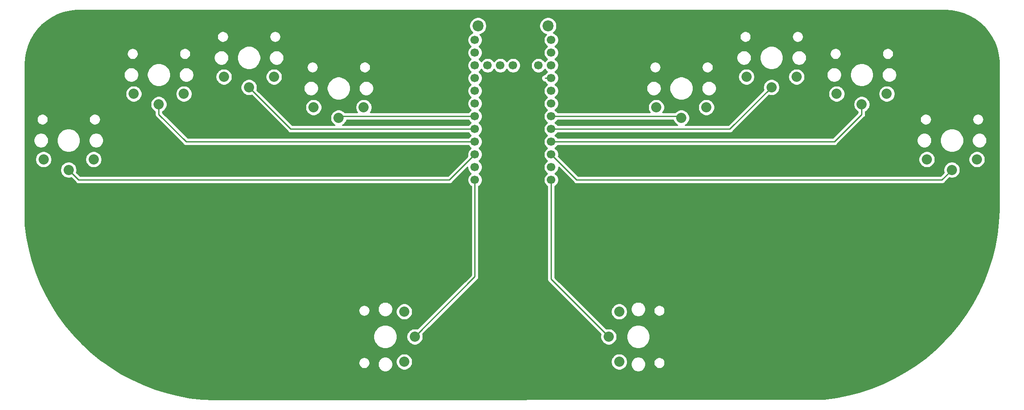
<source format=gtl>
G04 #@! TF.GenerationSoftware,KiCad,Pcbnew,5.1.6*
G04 #@! TF.CreationDate,2020-09-08T14:16:16+01:00*
G04 #@! TF.ProjectId,noip,6e6f6970-2e6b-4696-9361-645f70636258,.1*
G04 #@! TF.SameCoordinates,Original*
G04 #@! TF.FileFunction,Copper,L1,Top*
G04 #@! TF.FilePolarity,Positive*
%FSLAX46Y46*%
G04 Gerber Fmt 4.6, Leading zero omitted, Abs format (unit mm)*
G04 Created by KiCad (PCBNEW 5.1.6) date 2020-09-08 14:16:16*
%MOMM*%
%LPD*%
G01*
G04 APERTURE LIST*
G04 #@! TA.AperFunction,ComponentPad*
%ADD10C,1.700000*%
G04 #@! TD*
G04 #@! TA.AperFunction,ComponentPad*
%ADD11C,2.200000*%
G04 #@! TD*
G04 #@! TA.AperFunction,ComponentPad*
%ADD12C,2.032000*%
G04 #@! TD*
G04 #@! TA.AperFunction,Conductor*
%ADD13C,0.250000*%
G04 #@! TD*
G04 #@! TA.AperFunction,NonConductor*
%ADD14C,0.254000*%
G04 #@! TD*
G04 APERTURE END LIST*
D10*
X157015000Y-45150000D03*
X141800000Y-47690000D03*
D11*
X156405000Y-42325200D03*
X142409600Y-42325200D03*
D10*
X141800000Y-45150000D03*
X144340000Y-50230000D03*
X141800000Y-50230000D03*
X141800000Y-52770000D03*
X141800000Y-55310000D03*
X141800000Y-57850000D03*
X146880000Y-50230000D03*
X149420000Y-50230000D03*
X141800000Y-60390000D03*
X141800000Y-62930000D03*
X141800000Y-65470000D03*
X141800000Y-68010000D03*
X141800000Y-70550000D03*
X141800000Y-73090000D03*
X157015000Y-47690000D03*
X157015000Y-50230000D03*
X157015000Y-55310000D03*
X154475000Y-50230000D03*
X157015000Y-52770000D03*
X157015000Y-57850000D03*
X157015000Y-60390000D03*
X157015000Y-62930000D03*
X157015000Y-68010000D03*
X157015000Y-70550000D03*
X157015000Y-65470000D03*
X157015000Y-73090000D03*
D12*
X129800000Y-104400000D03*
X127700000Y-99400000D03*
X127700000Y-109400000D03*
X170600000Y-99400000D03*
X170600000Y-109400000D03*
X168500000Y-104400000D03*
X237000000Y-71100000D03*
X232000000Y-69000000D03*
X242000000Y-69000000D03*
X219000000Y-58000000D03*
X214000000Y-55900000D03*
X224000000Y-55900000D03*
X201000000Y-54600000D03*
X196000000Y-52500000D03*
X206000000Y-52500000D03*
X183000000Y-60700000D03*
X178000000Y-58600000D03*
X188000000Y-58600000D03*
X114600000Y-60700000D03*
X109600000Y-58600000D03*
X119600000Y-58600000D03*
X96700000Y-54600000D03*
X91700000Y-52500000D03*
X101700000Y-52500000D03*
X83700000Y-55900000D03*
X73700000Y-55900000D03*
X78700000Y-58000000D03*
X60700000Y-71100000D03*
X55700000Y-69000000D03*
X65700000Y-69000000D03*
D13*
X136710000Y-73100000D02*
X141800000Y-68010000D01*
X162105000Y-73100000D02*
X157015000Y-68010000D01*
X157015000Y-52770000D02*
X155812919Y-52770000D01*
X192670000Y-62930000D02*
X201000000Y-54600000D01*
X157015000Y-62930000D02*
X192670000Y-62930000D01*
X105030000Y-62930000D02*
X96700000Y-54600000D01*
X141800000Y-62930000D02*
X105030000Y-62930000D01*
X141800000Y-92400000D02*
X129800000Y-104400000D01*
X141800000Y-73090000D02*
X141800000Y-92400000D01*
X157015000Y-92915000D02*
X168500000Y-104400000D01*
X157015000Y-73090000D02*
X157015000Y-92915000D01*
X114910000Y-60390000D02*
X114600000Y-60700000D01*
X141800000Y-60390000D02*
X114910000Y-60390000D01*
X182690000Y-60390000D02*
X183000000Y-60700000D01*
X157015000Y-60390000D02*
X182690000Y-60390000D01*
X219000000Y-60000000D02*
X213530000Y-65470000D01*
X213530000Y-65470000D02*
X157015000Y-65470000D01*
X219000000Y-58000000D02*
X219000000Y-60000000D01*
X84170000Y-65470000D02*
X141800000Y-65470000D01*
X78700000Y-60000000D02*
X84170000Y-65470000D01*
X78700000Y-58000000D02*
X78700000Y-60000000D01*
X62700000Y-73100000D02*
X64010000Y-73100000D01*
X60700000Y-71100000D02*
X62700000Y-73100000D01*
X64010000Y-73100000D02*
X136710000Y-73100000D01*
X235000000Y-73100000D02*
X234420000Y-73100000D01*
X237000000Y-71100000D02*
X235000000Y-73100000D01*
X234420000Y-73100000D02*
X162105000Y-73100000D01*
D14*
G36*
X236920591Y-39284205D02*
G01*
X238154106Y-39502817D01*
X239353690Y-39863851D01*
X240502953Y-40362372D01*
X241586208Y-40991577D01*
X242588662Y-41742873D01*
X243496606Y-42605987D01*
X244297656Y-43569144D01*
X244980856Y-44619172D01*
X245536889Y-45741753D01*
X245958151Y-46921530D01*
X246238891Y-48142407D01*
X246376438Y-49398349D01*
X246389995Y-50007644D01*
X246369975Y-76684344D01*
X246370289Y-76687558D01*
X246390562Y-79115998D01*
X246257806Y-81550208D01*
X245972462Y-83971314D01*
X245535663Y-86369699D01*
X244949128Y-88735934D01*
X244215174Y-91060670D01*
X243336700Y-93334724D01*
X242317165Y-95549141D01*
X241160609Y-97695152D01*
X239871570Y-99764335D01*
X238455155Y-101748486D01*
X236916957Y-103639776D01*
X235263021Y-105430768D01*
X233499917Y-107114349D01*
X231634557Y-108683922D01*
X229674338Y-110133260D01*
X227626973Y-111456661D01*
X225500545Y-112648898D01*
X223303460Y-113705259D01*
X221044392Y-114621576D01*
X218732234Y-115394239D01*
X216376122Y-116020197D01*
X213985357Y-116496978D01*
X211559709Y-116824004D01*
X211298256Y-116849885D01*
X92174405Y-116946424D01*
X92171739Y-116946689D01*
X89743858Y-116966957D01*
X87309649Y-116834201D01*
X84888543Y-116548857D01*
X82490158Y-116112058D01*
X80123923Y-115525523D01*
X77799187Y-114791569D01*
X75525133Y-113913095D01*
X73310716Y-112893560D01*
X71164705Y-111737004D01*
X69095522Y-110447965D01*
X67779741Y-109508675D01*
X118569700Y-109508675D01*
X118569700Y-109731325D01*
X118613137Y-109949696D01*
X118698341Y-110155398D01*
X118822039Y-110340524D01*
X118979476Y-110497961D01*
X119164602Y-110621659D01*
X119370304Y-110706863D01*
X119588675Y-110750300D01*
X119811325Y-110750300D01*
X120029696Y-110706863D01*
X120235398Y-110621659D01*
X120420524Y-110497961D01*
X120577961Y-110340524D01*
X120701659Y-110155398D01*
X120786863Y-109949696D01*
X120825858Y-109753652D01*
X122414100Y-109753652D01*
X122414100Y-110046348D01*
X122471202Y-110333421D01*
X122583212Y-110603838D01*
X122745826Y-110847206D01*
X122952794Y-111054174D01*
X123196162Y-111216788D01*
X123466579Y-111328798D01*
X123753652Y-111385900D01*
X124046348Y-111385900D01*
X124333421Y-111328798D01*
X124603838Y-111216788D01*
X124847206Y-111054174D01*
X125054174Y-110847206D01*
X125216788Y-110603838D01*
X125328798Y-110333421D01*
X125385900Y-110046348D01*
X125385900Y-109753652D01*
X125328798Y-109466579D01*
X125233866Y-109237391D01*
X126049000Y-109237391D01*
X126049000Y-109562609D01*
X126112447Y-109881579D01*
X126236903Y-110182042D01*
X126417585Y-110452451D01*
X126647549Y-110682415D01*
X126917958Y-110863097D01*
X127218421Y-110987553D01*
X127537391Y-111051000D01*
X127862609Y-111051000D01*
X128181579Y-110987553D01*
X128482042Y-110863097D01*
X128752451Y-110682415D01*
X128982415Y-110452451D01*
X129163097Y-110182042D01*
X129287553Y-109881579D01*
X129351000Y-109562609D01*
X129351000Y-109237391D01*
X168949000Y-109237391D01*
X168949000Y-109562609D01*
X169012447Y-109881579D01*
X169136903Y-110182042D01*
X169317585Y-110452451D01*
X169547549Y-110682415D01*
X169817958Y-110863097D01*
X170118421Y-110987553D01*
X170437391Y-111051000D01*
X170762609Y-111051000D01*
X171081579Y-110987553D01*
X171382042Y-110863097D01*
X171652451Y-110682415D01*
X171882415Y-110452451D01*
X172063097Y-110182042D01*
X172187553Y-109881579D01*
X172212999Y-109753652D01*
X172914100Y-109753652D01*
X172914100Y-110046348D01*
X172971202Y-110333421D01*
X173083212Y-110603838D01*
X173245826Y-110847206D01*
X173452794Y-111054174D01*
X173696162Y-111216788D01*
X173966579Y-111328798D01*
X174253652Y-111385900D01*
X174546348Y-111385900D01*
X174833421Y-111328798D01*
X175103838Y-111216788D01*
X175347206Y-111054174D01*
X175554174Y-110847206D01*
X175716788Y-110603838D01*
X175828798Y-110333421D01*
X175885900Y-110046348D01*
X175885900Y-109753652D01*
X175837172Y-109508675D01*
X177469700Y-109508675D01*
X177469700Y-109731325D01*
X177513137Y-109949696D01*
X177598341Y-110155398D01*
X177722039Y-110340524D01*
X177879476Y-110497961D01*
X178064602Y-110621659D01*
X178270304Y-110706863D01*
X178488675Y-110750300D01*
X178711325Y-110750300D01*
X178929696Y-110706863D01*
X179135398Y-110621659D01*
X179320524Y-110497961D01*
X179477961Y-110340524D01*
X179601659Y-110155398D01*
X179686863Y-109949696D01*
X179730300Y-109731325D01*
X179730300Y-109508675D01*
X179686863Y-109290304D01*
X179601659Y-109084602D01*
X179477961Y-108899476D01*
X179320524Y-108742039D01*
X179135398Y-108618341D01*
X178929696Y-108533137D01*
X178711325Y-108489700D01*
X178488675Y-108489700D01*
X178270304Y-108533137D01*
X178064602Y-108618341D01*
X177879476Y-108742039D01*
X177722039Y-108899476D01*
X177598341Y-109084602D01*
X177513137Y-109290304D01*
X177469700Y-109508675D01*
X175837172Y-109508675D01*
X175828798Y-109466579D01*
X175716788Y-109196162D01*
X175554174Y-108952794D01*
X175347206Y-108745826D01*
X175103838Y-108583212D01*
X174833421Y-108471202D01*
X174546348Y-108414100D01*
X174253652Y-108414100D01*
X173966579Y-108471202D01*
X173696162Y-108583212D01*
X173452794Y-108745826D01*
X173245826Y-108952794D01*
X173083212Y-109196162D01*
X172971202Y-109466579D01*
X172914100Y-109753652D01*
X172212999Y-109753652D01*
X172251000Y-109562609D01*
X172251000Y-109237391D01*
X172187553Y-108918421D01*
X172063097Y-108617958D01*
X171882415Y-108347549D01*
X171652451Y-108117585D01*
X171382042Y-107936903D01*
X171081579Y-107812447D01*
X170762609Y-107749000D01*
X170437391Y-107749000D01*
X170118421Y-107812447D01*
X169817958Y-107936903D01*
X169547549Y-108117585D01*
X169317585Y-108347549D01*
X169136903Y-108617958D01*
X169012447Y-108918421D01*
X168949000Y-109237391D01*
X129351000Y-109237391D01*
X129287553Y-108918421D01*
X129163097Y-108617958D01*
X128982415Y-108347549D01*
X128752451Y-108117585D01*
X128482042Y-107936903D01*
X128181579Y-107812447D01*
X127862609Y-107749000D01*
X127537391Y-107749000D01*
X127218421Y-107812447D01*
X126917958Y-107936903D01*
X126647549Y-108117585D01*
X126417585Y-108347549D01*
X126236903Y-108617958D01*
X126112447Y-108918421D01*
X126049000Y-109237391D01*
X125233866Y-109237391D01*
X125216788Y-109196162D01*
X125054174Y-108952794D01*
X124847206Y-108745826D01*
X124603838Y-108583212D01*
X124333421Y-108471202D01*
X124046348Y-108414100D01*
X123753652Y-108414100D01*
X123466579Y-108471202D01*
X123196162Y-108583212D01*
X122952794Y-108745826D01*
X122745826Y-108952794D01*
X122583212Y-109196162D01*
X122471202Y-109466579D01*
X122414100Y-109753652D01*
X120825858Y-109753652D01*
X120830300Y-109731325D01*
X120830300Y-109508675D01*
X120786863Y-109290304D01*
X120701659Y-109084602D01*
X120577961Y-108899476D01*
X120420524Y-108742039D01*
X120235398Y-108618341D01*
X120029696Y-108533137D01*
X119811325Y-108489700D01*
X119588675Y-108489700D01*
X119370304Y-108533137D01*
X119164602Y-108618341D01*
X118979476Y-108742039D01*
X118822039Y-108899476D01*
X118698341Y-109084602D01*
X118613137Y-109290304D01*
X118569700Y-109508675D01*
X67779741Y-109508675D01*
X67111371Y-109031550D01*
X65220081Y-107493352D01*
X63429089Y-105839416D01*
X61833628Y-104168594D01*
X121550500Y-104168594D01*
X121550500Y-104631406D01*
X121640790Y-105085324D01*
X121817900Y-105512905D01*
X122075024Y-105897719D01*
X122402281Y-106224976D01*
X122787095Y-106482100D01*
X123214676Y-106659210D01*
X123668594Y-106749500D01*
X124131406Y-106749500D01*
X124585324Y-106659210D01*
X125012905Y-106482100D01*
X125397719Y-106224976D01*
X125724976Y-105897719D01*
X125982100Y-105512905D01*
X126159210Y-105085324D01*
X126249500Y-104631406D01*
X126249500Y-104168594D01*
X126159210Y-103714676D01*
X125982100Y-103287095D01*
X125724976Y-102902281D01*
X125397719Y-102575024D01*
X125012905Y-102317900D01*
X124585324Y-102140790D01*
X124131406Y-102050500D01*
X123668594Y-102050500D01*
X123214676Y-102140790D01*
X122787095Y-102317900D01*
X122402281Y-102575024D01*
X122075024Y-102902281D01*
X121817900Y-103287095D01*
X121640790Y-103714676D01*
X121550500Y-104168594D01*
X61833628Y-104168594D01*
X61745508Y-104076312D01*
X60175935Y-102210952D01*
X58726597Y-100250733D01*
X57962524Y-99068675D01*
X118569700Y-99068675D01*
X118569700Y-99291325D01*
X118613137Y-99509696D01*
X118698341Y-99715398D01*
X118822039Y-99900524D01*
X118979476Y-100057961D01*
X119164602Y-100181659D01*
X119370304Y-100266863D01*
X119588675Y-100310300D01*
X119811325Y-100310300D01*
X120029696Y-100266863D01*
X120235398Y-100181659D01*
X120420524Y-100057961D01*
X120577961Y-99900524D01*
X120701659Y-99715398D01*
X120786863Y-99509696D01*
X120830300Y-99291325D01*
X120830300Y-99068675D01*
X120786863Y-98850304D01*
X120746829Y-98753652D01*
X122414100Y-98753652D01*
X122414100Y-99046348D01*
X122471202Y-99333421D01*
X122583212Y-99603838D01*
X122745826Y-99847206D01*
X122952794Y-100054174D01*
X123196162Y-100216788D01*
X123466579Y-100328798D01*
X123753652Y-100385900D01*
X124046348Y-100385900D01*
X124333421Y-100328798D01*
X124603838Y-100216788D01*
X124847206Y-100054174D01*
X125054174Y-99847206D01*
X125216788Y-99603838D01*
X125328798Y-99333421D01*
X125347899Y-99237391D01*
X126049000Y-99237391D01*
X126049000Y-99562609D01*
X126112447Y-99881579D01*
X126236903Y-100182042D01*
X126417585Y-100452451D01*
X126647549Y-100682415D01*
X126917958Y-100863097D01*
X127218421Y-100987553D01*
X127537391Y-101051000D01*
X127862609Y-101051000D01*
X128181579Y-100987553D01*
X128482042Y-100863097D01*
X128752451Y-100682415D01*
X128982415Y-100452451D01*
X129163097Y-100182042D01*
X129287553Y-99881579D01*
X129351000Y-99562609D01*
X129351000Y-99237391D01*
X129287553Y-98918421D01*
X129163097Y-98617958D01*
X128982415Y-98347549D01*
X128752451Y-98117585D01*
X128482042Y-97936903D01*
X128181579Y-97812447D01*
X127862609Y-97749000D01*
X127537391Y-97749000D01*
X127218421Y-97812447D01*
X126917958Y-97936903D01*
X126647549Y-98117585D01*
X126417585Y-98347549D01*
X126236903Y-98617958D01*
X126112447Y-98918421D01*
X126049000Y-99237391D01*
X125347899Y-99237391D01*
X125385900Y-99046348D01*
X125385900Y-98753652D01*
X125328798Y-98466579D01*
X125216788Y-98196162D01*
X125054174Y-97952794D01*
X124847206Y-97745826D01*
X124603838Y-97583212D01*
X124333421Y-97471202D01*
X124046348Y-97414100D01*
X123753652Y-97414100D01*
X123466579Y-97471202D01*
X123196162Y-97583212D01*
X122952794Y-97745826D01*
X122745826Y-97952794D01*
X122583212Y-98196162D01*
X122471202Y-98466579D01*
X122414100Y-98753652D01*
X120746829Y-98753652D01*
X120701659Y-98644602D01*
X120577961Y-98459476D01*
X120420524Y-98302039D01*
X120235398Y-98178341D01*
X120029696Y-98093137D01*
X119811325Y-98049700D01*
X119588675Y-98049700D01*
X119370304Y-98093137D01*
X119164602Y-98178341D01*
X118979476Y-98302039D01*
X118822039Y-98459476D01*
X118698341Y-98644602D01*
X118613137Y-98850304D01*
X118569700Y-99068675D01*
X57962524Y-99068675D01*
X57403196Y-98203368D01*
X56210959Y-96076940D01*
X55154598Y-93879855D01*
X54238281Y-91620787D01*
X53465618Y-89308629D01*
X52839660Y-86952517D01*
X52362879Y-84561752D01*
X52035853Y-82136104D01*
X52010032Y-81875266D01*
X52020209Y-70937391D01*
X59049000Y-70937391D01*
X59049000Y-71262609D01*
X59112447Y-71581579D01*
X59236903Y-71882042D01*
X59417585Y-72152451D01*
X59647549Y-72382415D01*
X59917958Y-72563097D01*
X60218421Y-72687553D01*
X60537391Y-72751000D01*
X60862609Y-72751000D01*
X61181579Y-72687553D01*
X61203621Y-72678423D01*
X62136201Y-73611003D01*
X62159999Y-73640001D01*
X62188997Y-73663799D01*
X62275723Y-73734974D01*
X62385050Y-73793411D01*
X62407753Y-73805546D01*
X62551014Y-73849003D01*
X62662667Y-73860000D01*
X62662676Y-73860000D01*
X62699999Y-73863676D01*
X62737322Y-73860000D01*
X136672678Y-73860000D01*
X136710000Y-73863676D01*
X136747322Y-73860000D01*
X136747333Y-73860000D01*
X136858986Y-73849003D01*
X137002247Y-73805546D01*
X137134276Y-73734974D01*
X137250001Y-73640001D01*
X137273804Y-73610997D01*
X140315000Y-70569802D01*
X140315000Y-70696260D01*
X140372068Y-70983158D01*
X140484010Y-71253411D01*
X140646525Y-71496632D01*
X140853368Y-71703475D01*
X141027760Y-71820000D01*
X140853368Y-71936525D01*
X140646525Y-72143368D01*
X140484010Y-72386589D01*
X140372068Y-72656842D01*
X140315000Y-72943740D01*
X140315000Y-73236260D01*
X140372068Y-73523158D01*
X140484010Y-73793411D01*
X140646525Y-74036632D01*
X140853368Y-74243475D01*
X141040000Y-74368179D01*
X141040001Y-92085197D01*
X130303622Y-102821577D01*
X130281579Y-102812447D01*
X129962609Y-102749000D01*
X129637391Y-102749000D01*
X129318421Y-102812447D01*
X129017958Y-102936903D01*
X128747549Y-103117585D01*
X128517585Y-103347549D01*
X128336903Y-103617958D01*
X128212447Y-103918421D01*
X128149000Y-104237391D01*
X128149000Y-104562609D01*
X128212447Y-104881579D01*
X128336903Y-105182042D01*
X128517585Y-105452451D01*
X128747549Y-105682415D01*
X129017958Y-105863097D01*
X129318421Y-105987553D01*
X129637391Y-106051000D01*
X129962609Y-106051000D01*
X130281579Y-105987553D01*
X130582042Y-105863097D01*
X130852451Y-105682415D01*
X131082415Y-105452451D01*
X131263097Y-105182042D01*
X131387553Y-104881579D01*
X131451000Y-104562609D01*
X131451000Y-104237391D01*
X131387553Y-103918421D01*
X131378423Y-103896378D01*
X142311003Y-92963799D01*
X142340001Y-92940001D01*
X142434974Y-92824276D01*
X142505546Y-92692247D01*
X142549003Y-92548986D01*
X142560000Y-92437333D01*
X142560000Y-92437325D01*
X142563676Y-92400000D01*
X142560000Y-92362675D01*
X142560000Y-74368178D01*
X142746632Y-74243475D01*
X142953475Y-74036632D01*
X143115990Y-73793411D01*
X143227932Y-73523158D01*
X143285000Y-73236260D01*
X143285000Y-72943740D01*
X143227932Y-72656842D01*
X143115990Y-72386589D01*
X142953475Y-72143368D01*
X142746632Y-71936525D01*
X142572240Y-71820000D01*
X142746632Y-71703475D01*
X142953475Y-71496632D01*
X143115990Y-71253411D01*
X143227932Y-70983158D01*
X143285000Y-70696260D01*
X143285000Y-70403740D01*
X143227932Y-70116842D01*
X143115990Y-69846589D01*
X142953475Y-69603368D01*
X142746632Y-69396525D01*
X142572240Y-69280000D01*
X142746632Y-69163475D01*
X142953475Y-68956632D01*
X143115990Y-68713411D01*
X143227932Y-68443158D01*
X143285000Y-68156260D01*
X143285000Y-67863740D01*
X143227932Y-67576842D01*
X143115990Y-67306589D01*
X142953475Y-67063368D01*
X142746632Y-66856525D01*
X142572240Y-66740000D01*
X142746632Y-66623475D01*
X142953475Y-66416632D01*
X143115990Y-66173411D01*
X143227932Y-65903158D01*
X143285000Y-65616260D01*
X143285000Y-65323740D01*
X143227932Y-65036842D01*
X143115990Y-64766589D01*
X142953475Y-64523368D01*
X142746632Y-64316525D01*
X142572240Y-64200000D01*
X142746632Y-64083475D01*
X142953475Y-63876632D01*
X143115990Y-63633411D01*
X143227932Y-63363158D01*
X143285000Y-63076260D01*
X143285000Y-62783740D01*
X143227932Y-62496842D01*
X143115990Y-62226589D01*
X142953475Y-61983368D01*
X142746632Y-61776525D01*
X142572240Y-61660000D01*
X142746632Y-61543475D01*
X142953475Y-61336632D01*
X143115990Y-61093411D01*
X143227932Y-60823158D01*
X143285000Y-60536260D01*
X143285000Y-60243740D01*
X143227932Y-59956842D01*
X143115990Y-59686589D01*
X142953475Y-59443368D01*
X142746632Y-59236525D01*
X142572240Y-59120000D01*
X142746632Y-59003475D01*
X142953475Y-58796632D01*
X143115990Y-58553411D01*
X143227932Y-58283158D01*
X143285000Y-57996260D01*
X143285000Y-57703740D01*
X143227932Y-57416842D01*
X143115990Y-57146589D01*
X142953475Y-56903368D01*
X142746632Y-56696525D01*
X142572240Y-56580000D01*
X142746632Y-56463475D01*
X142953475Y-56256632D01*
X143115990Y-56013411D01*
X143227932Y-55743158D01*
X143285000Y-55456260D01*
X143285000Y-55163740D01*
X143227932Y-54876842D01*
X143115990Y-54606589D01*
X142953475Y-54363368D01*
X142746632Y-54156525D01*
X142572240Y-54040000D01*
X142746632Y-53923475D01*
X142953475Y-53716632D01*
X143115990Y-53473411D01*
X143227932Y-53203158D01*
X143285000Y-52916260D01*
X143285000Y-52623740D01*
X143227932Y-52336842D01*
X143115990Y-52066589D01*
X142953475Y-51823368D01*
X142746632Y-51616525D01*
X142572240Y-51500000D01*
X142746632Y-51383475D01*
X142953475Y-51176632D01*
X143070000Y-51002240D01*
X143186525Y-51176632D01*
X143393368Y-51383475D01*
X143636589Y-51545990D01*
X143906842Y-51657932D01*
X144193740Y-51715000D01*
X144486260Y-51715000D01*
X144773158Y-51657932D01*
X145043411Y-51545990D01*
X145286632Y-51383475D01*
X145493475Y-51176632D01*
X145610000Y-51002240D01*
X145726525Y-51176632D01*
X145933368Y-51383475D01*
X146176589Y-51545990D01*
X146446842Y-51657932D01*
X146733740Y-51715000D01*
X147026260Y-51715000D01*
X147313158Y-51657932D01*
X147583411Y-51545990D01*
X147826632Y-51383475D01*
X148033475Y-51176632D01*
X148150000Y-51002240D01*
X148266525Y-51176632D01*
X148473368Y-51383475D01*
X148716589Y-51545990D01*
X148986842Y-51657932D01*
X149273740Y-51715000D01*
X149566260Y-51715000D01*
X149853158Y-51657932D01*
X150123411Y-51545990D01*
X150366632Y-51383475D01*
X150573475Y-51176632D01*
X150735990Y-50933411D01*
X150847932Y-50663158D01*
X150905000Y-50376260D01*
X150905000Y-50083740D01*
X152990000Y-50083740D01*
X152990000Y-50376260D01*
X153047068Y-50663158D01*
X153159010Y-50933411D01*
X153321525Y-51176632D01*
X153528368Y-51383475D01*
X153771589Y-51545990D01*
X154041842Y-51657932D01*
X154328740Y-51715000D01*
X154621260Y-51715000D01*
X154908158Y-51657932D01*
X155178411Y-51545990D01*
X155421632Y-51383475D01*
X155628475Y-51176632D01*
X155745000Y-51002240D01*
X155861525Y-51176632D01*
X156068368Y-51383475D01*
X156242760Y-51500000D01*
X156068368Y-51616525D01*
X155861525Y-51823368D01*
X155734091Y-52014087D01*
X155663933Y-52020997D01*
X155520672Y-52064454D01*
X155388643Y-52135026D01*
X155272918Y-52229999D01*
X155177945Y-52345724D01*
X155107373Y-52477753D01*
X155063916Y-52621014D01*
X155049242Y-52770000D01*
X155063916Y-52918986D01*
X155107373Y-53062247D01*
X155177945Y-53194276D01*
X155272918Y-53310001D01*
X155388643Y-53404974D01*
X155520672Y-53475546D01*
X155663933Y-53519003D01*
X155734091Y-53525913D01*
X155861525Y-53716632D01*
X156068368Y-53923475D01*
X156242760Y-54040000D01*
X156068368Y-54156525D01*
X155861525Y-54363368D01*
X155699010Y-54606589D01*
X155587068Y-54876842D01*
X155530000Y-55163740D01*
X155530000Y-55456260D01*
X155587068Y-55743158D01*
X155699010Y-56013411D01*
X155861525Y-56256632D01*
X156068368Y-56463475D01*
X156242760Y-56580000D01*
X156068368Y-56696525D01*
X155861525Y-56903368D01*
X155699010Y-57146589D01*
X155587068Y-57416842D01*
X155530000Y-57703740D01*
X155530000Y-57996260D01*
X155587068Y-58283158D01*
X155699010Y-58553411D01*
X155861525Y-58796632D01*
X156068368Y-59003475D01*
X156242760Y-59120000D01*
X156068368Y-59236525D01*
X155861525Y-59443368D01*
X155699010Y-59686589D01*
X155587068Y-59956842D01*
X155530000Y-60243740D01*
X155530000Y-60536260D01*
X155587068Y-60823158D01*
X155699010Y-61093411D01*
X155861525Y-61336632D01*
X156068368Y-61543475D01*
X156242760Y-61660000D01*
X156068368Y-61776525D01*
X155861525Y-61983368D01*
X155699010Y-62226589D01*
X155587068Y-62496842D01*
X155530000Y-62783740D01*
X155530000Y-63076260D01*
X155587068Y-63363158D01*
X155699010Y-63633411D01*
X155861525Y-63876632D01*
X156068368Y-64083475D01*
X156242760Y-64200000D01*
X156068368Y-64316525D01*
X155861525Y-64523368D01*
X155699010Y-64766589D01*
X155587068Y-65036842D01*
X155530000Y-65323740D01*
X155530000Y-65616260D01*
X155587068Y-65903158D01*
X155699010Y-66173411D01*
X155861525Y-66416632D01*
X156068368Y-66623475D01*
X156242760Y-66740000D01*
X156068368Y-66856525D01*
X155861525Y-67063368D01*
X155699010Y-67306589D01*
X155587068Y-67576842D01*
X155530000Y-67863740D01*
X155530000Y-68156260D01*
X155587068Y-68443158D01*
X155699010Y-68713411D01*
X155861525Y-68956632D01*
X156068368Y-69163475D01*
X156242760Y-69280000D01*
X156068368Y-69396525D01*
X155861525Y-69603368D01*
X155699010Y-69846589D01*
X155587068Y-70116842D01*
X155530000Y-70403740D01*
X155530000Y-70696260D01*
X155587068Y-70983158D01*
X155699010Y-71253411D01*
X155861525Y-71496632D01*
X156068368Y-71703475D01*
X156242760Y-71820000D01*
X156068368Y-71936525D01*
X155861525Y-72143368D01*
X155699010Y-72386589D01*
X155587068Y-72656842D01*
X155530000Y-72943740D01*
X155530000Y-73236260D01*
X155587068Y-73523158D01*
X155699010Y-73793411D01*
X155861525Y-74036632D01*
X156068368Y-74243475D01*
X156255000Y-74368179D01*
X156255001Y-92877667D01*
X156251324Y-92915000D01*
X156255001Y-92952333D01*
X156265998Y-93063986D01*
X156276284Y-93097895D01*
X156309454Y-93207246D01*
X156380026Y-93339276D01*
X156427916Y-93397629D01*
X156475000Y-93455001D01*
X156503998Y-93478799D01*
X166921577Y-103896379D01*
X166912447Y-103918421D01*
X166849000Y-104237391D01*
X166849000Y-104562609D01*
X166912447Y-104881579D01*
X167036903Y-105182042D01*
X167217585Y-105452451D01*
X167447549Y-105682415D01*
X167717958Y-105863097D01*
X168018421Y-105987553D01*
X168337391Y-106051000D01*
X168662609Y-106051000D01*
X168981579Y-105987553D01*
X169282042Y-105863097D01*
X169552451Y-105682415D01*
X169782415Y-105452451D01*
X169963097Y-105182042D01*
X170087553Y-104881579D01*
X170151000Y-104562609D01*
X170151000Y-104237391D01*
X170137316Y-104168594D01*
X172050500Y-104168594D01*
X172050500Y-104631406D01*
X172140790Y-105085324D01*
X172317900Y-105512905D01*
X172575024Y-105897719D01*
X172902281Y-106224976D01*
X173287095Y-106482100D01*
X173714676Y-106659210D01*
X174168594Y-106749500D01*
X174631406Y-106749500D01*
X175085324Y-106659210D01*
X175512905Y-106482100D01*
X175897719Y-106224976D01*
X176224976Y-105897719D01*
X176482100Y-105512905D01*
X176659210Y-105085324D01*
X176749500Y-104631406D01*
X176749500Y-104168594D01*
X176659210Y-103714676D01*
X176482100Y-103287095D01*
X176224976Y-102902281D01*
X175897719Y-102575024D01*
X175512905Y-102317900D01*
X175085324Y-102140790D01*
X174631406Y-102050500D01*
X174168594Y-102050500D01*
X173714676Y-102140790D01*
X173287095Y-102317900D01*
X172902281Y-102575024D01*
X172575024Y-102902281D01*
X172317900Y-103287095D01*
X172140790Y-103714676D01*
X172050500Y-104168594D01*
X170137316Y-104168594D01*
X170087553Y-103918421D01*
X169963097Y-103617958D01*
X169782415Y-103347549D01*
X169552451Y-103117585D01*
X169282042Y-102936903D01*
X168981579Y-102812447D01*
X168662609Y-102749000D01*
X168337391Y-102749000D01*
X168018421Y-102812447D01*
X167996379Y-102821577D01*
X164412193Y-99237391D01*
X168949000Y-99237391D01*
X168949000Y-99562609D01*
X169012447Y-99881579D01*
X169136903Y-100182042D01*
X169317585Y-100452451D01*
X169547549Y-100682415D01*
X169817958Y-100863097D01*
X170118421Y-100987553D01*
X170437391Y-101051000D01*
X170762609Y-101051000D01*
X171081579Y-100987553D01*
X171382042Y-100863097D01*
X171652451Y-100682415D01*
X171882415Y-100452451D01*
X172063097Y-100182042D01*
X172187553Y-99881579D01*
X172251000Y-99562609D01*
X172251000Y-99237391D01*
X172187553Y-98918421D01*
X172119304Y-98753652D01*
X172914100Y-98753652D01*
X172914100Y-99046348D01*
X172971202Y-99333421D01*
X173083212Y-99603838D01*
X173245826Y-99847206D01*
X173452794Y-100054174D01*
X173696162Y-100216788D01*
X173966579Y-100328798D01*
X174253652Y-100385900D01*
X174546348Y-100385900D01*
X174833421Y-100328798D01*
X175103838Y-100216788D01*
X175347206Y-100054174D01*
X175554174Y-99847206D01*
X175716788Y-99603838D01*
X175828798Y-99333421D01*
X175881458Y-99068675D01*
X177469700Y-99068675D01*
X177469700Y-99291325D01*
X177513137Y-99509696D01*
X177598341Y-99715398D01*
X177722039Y-99900524D01*
X177879476Y-100057961D01*
X178064602Y-100181659D01*
X178270304Y-100266863D01*
X178488675Y-100310300D01*
X178711325Y-100310300D01*
X178929696Y-100266863D01*
X179135398Y-100181659D01*
X179320524Y-100057961D01*
X179477961Y-99900524D01*
X179601659Y-99715398D01*
X179686863Y-99509696D01*
X179730300Y-99291325D01*
X179730300Y-99068675D01*
X179686863Y-98850304D01*
X179601659Y-98644602D01*
X179477961Y-98459476D01*
X179320524Y-98302039D01*
X179135398Y-98178341D01*
X178929696Y-98093137D01*
X178711325Y-98049700D01*
X178488675Y-98049700D01*
X178270304Y-98093137D01*
X178064602Y-98178341D01*
X177879476Y-98302039D01*
X177722039Y-98459476D01*
X177598341Y-98644602D01*
X177513137Y-98850304D01*
X177469700Y-99068675D01*
X175881458Y-99068675D01*
X175885900Y-99046348D01*
X175885900Y-98753652D01*
X175828798Y-98466579D01*
X175716788Y-98196162D01*
X175554174Y-97952794D01*
X175347206Y-97745826D01*
X175103838Y-97583212D01*
X174833421Y-97471202D01*
X174546348Y-97414100D01*
X174253652Y-97414100D01*
X173966579Y-97471202D01*
X173696162Y-97583212D01*
X173452794Y-97745826D01*
X173245826Y-97952794D01*
X173083212Y-98196162D01*
X172971202Y-98466579D01*
X172914100Y-98753652D01*
X172119304Y-98753652D01*
X172063097Y-98617958D01*
X171882415Y-98347549D01*
X171652451Y-98117585D01*
X171382042Y-97936903D01*
X171081579Y-97812447D01*
X170762609Y-97749000D01*
X170437391Y-97749000D01*
X170118421Y-97812447D01*
X169817958Y-97936903D01*
X169547549Y-98117585D01*
X169317585Y-98347549D01*
X169136903Y-98617958D01*
X169012447Y-98918421D01*
X168949000Y-99237391D01*
X164412193Y-99237391D01*
X157775000Y-92600199D01*
X157775000Y-74368178D01*
X157961632Y-74243475D01*
X158168475Y-74036632D01*
X158330990Y-73793411D01*
X158442932Y-73523158D01*
X158500000Y-73236260D01*
X158500000Y-72943740D01*
X158442932Y-72656842D01*
X158330990Y-72386589D01*
X158168475Y-72143368D01*
X157961632Y-71936525D01*
X157787240Y-71820000D01*
X157961632Y-71703475D01*
X158168475Y-71496632D01*
X158330990Y-71253411D01*
X158442932Y-70983158D01*
X158500000Y-70696260D01*
X158500000Y-70569801D01*
X161541201Y-73611003D01*
X161564999Y-73640001D01*
X161593997Y-73663799D01*
X161680723Y-73734974D01*
X161790050Y-73793411D01*
X161812753Y-73805546D01*
X161956014Y-73849003D01*
X162067667Y-73860000D01*
X162067676Y-73860000D01*
X162104999Y-73863676D01*
X162142322Y-73860000D01*
X234962678Y-73860000D01*
X235000000Y-73863676D01*
X235037322Y-73860000D01*
X235037333Y-73860000D01*
X235148986Y-73849003D01*
X235292247Y-73805546D01*
X235424276Y-73734974D01*
X235540001Y-73640001D01*
X235563804Y-73610997D01*
X236496379Y-72678423D01*
X236518421Y-72687553D01*
X236837391Y-72751000D01*
X237162609Y-72751000D01*
X237481579Y-72687553D01*
X237782042Y-72563097D01*
X238052451Y-72382415D01*
X238282415Y-72152451D01*
X238463097Y-71882042D01*
X238587553Y-71581579D01*
X238651000Y-71262609D01*
X238651000Y-70937391D01*
X238587553Y-70618421D01*
X238463097Y-70317958D01*
X238282415Y-70047549D01*
X238052451Y-69817585D01*
X237782042Y-69636903D01*
X237481579Y-69512447D01*
X237162609Y-69449000D01*
X236837391Y-69449000D01*
X236518421Y-69512447D01*
X236217958Y-69636903D01*
X235947549Y-69817585D01*
X235717585Y-70047549D01*
X235536903Y-70317958D01*
X235412447Y-70618421D01*
X235349000Y-70937391D01*
X235349000Y-71262609D01*
X235412447Y-71581579D01*
X235421577Y-71603621D01*
X234685199Y-72340000D01*
X162419802Y-72340000D01*
X158917193Y-68837391D01*
X230349000Y-68837391D01*
X230349000Y-69162609D01*
X230412447Y-69481579D01*
X230536903Y-69782042D01*
X230717585Y-70052451D01*
X230947549Y-70282415D01*
X231217958Y-70463097D01*
X231518421Y-70587553D01*
X231837391Y-70651000D01*
X232162609Y-70651000D01*
X232481579Y-70587553D01*
X232782042Y-70463097D01*
X233052451Y-70282415D01*
X233282415Y-70052451D01*
X233463097Y-69782042D01*
X233587553Y-69481579D01*
X233651000Y-69162609D01*
X233651000Y-68837391D01*
X240349000Y-68837391D01*
X240349000Y-69162609D01*
X240412447Y-69481579D01*
X240536903Y-69782042D01*
X240717585Y-70052451D01*
X240947549Y-70282415D01*
X241217958Y-70463097D01*
X241518421Y-70587553D01*
X241837391Y-70651000D01*
X242162609Y-70651000D01*
X242481579Y-70587553D01*
X242782042Y-70463097D01*
X243052451Y-70282415D01*
X243282415Y-70052451D01*
X243463097Y-69782042D01*
X243587553Y-69481579D01*
X243651000Y-69162609D01*
X243651000Y-68837391D01*
X243587553Y-68518421D01*
X243463097Y-68217958D01*
X243282415Y-67947549D01*
X243052451Y-67717585D01*
X242782042Y-67536903D01*
X242481579Y-67412447D01*
X242162609Y-67349000D01*
X241837391Y-67349000D01*
X241518421Y-67412447D01*
X241217958Y-67536903D01*
X240947549Y-67717585D01*
X240717585Y-67947549D01*
X240536903Y-68217958D01*
X240412447Y-68518421D01*
X240349000Y-68837391D01*
X233651000Y-68837391D01*
X233587553Y-68518421D01*
X233463097Y-68217958D01*
X233282415Y-67947549D01*
X233052451Y-67717585D01*
X232782042Y-67536903D01*
X232481579Y-67412447D01*
X232162609Y-67349000D01*
X231837391Y-67349000D01*
X231518421Y-67412447D01*
X231217958Y-67536903D01*
X230947549Y-67717585D01*
X230717585Y-67947549D01*
X230536903Y-68217958D01*
X230412447Y-68518421D01*
X230349000Y-68837391D01*
X158917193Y-68837391D01*
X158456209Y-68376408D01*
X158500000Y-68156260D01*
X158500000Y-67863740D01*
X158442932Y-67576842D01*
X158330990Y-67306589D01*
X158168475Y-67063368D01*
X157961632Y-66856525D01*
X157787240Y-66740000D01*
X157961632Y-66623475D01*
X158168475Y-66416632D01*
X158293178Y-66230000D01*
X213492678Y-66230000D01*
X213530000Y-66233676D01*
X213567322Y-66230000D01*
X213567333Y-66230000D01*
X213678986Y-66219003D01*
X213822247Y-66175546D01*
X213954276Y-66104974D01*
X214070001Y-66010001D01*
X214093804Y-65980997D01*
X215021149Y-65053652D01*
X230014100Y-65053652D01*
X230014100Y-65346348D01*
X230071202Y-65633421D01*
X230183212Y-65903838D01*
X230345826Y-66147206D01*
X230552794Y-66354174D01*
X230796162Y-66516788D01*
X231066579Y-66628798D01*
X231353652Y-66685900D01*
X231646348Y-66685900D01*
X231933421Y-66628798D01*
X232203838Y-66516788D01*
X232447206Y-66354174D01*
X232654174Y-66147206D01*
X232816788Y-65903838D01*
X232928798Y-65633421D01*
X232985900Y-65346348D01*
X232985900Y-65053652D01*
X232968982Y-64968594D01*
X234650500Y-64968594D01*
X234650500Y-65431406D01*
X234740790Y-65885324D01*
X234917900Y-66312905D01*
X235175024Y-66697719D01*
X235502281Y-67024976D01*
X235887095Y-67282100D01*
X236314676Y-67459210D01*
X236768594Y-67549500D01*
X237231406Y-67549500D01*
X237685324Y-67459210D01*
X238112905Y-67282100D01*
X238497719Y-67024976D01*
X238824976Y-66697719D01*
X239082100Y-66312905D01*
X239259210Y-65885324D01*
X239349500Y-65431406D01*
X239349500Y-65053652D01*
X241014100Y-65053652D01*
X241014100Y-65346348D01*
X241071202Y-65633421D01*
X241183212Y-65903838D01*
X241345826Y-66147206D01*
X241552794Y-66354174D01*
X241796162Y-66516788D01*
X242066579Y-66628798D01*
X242353652Y-66685900D01*
X242646348Y-66685900D01*
X242933421Y-66628798D01*
X243203838Y-66516788D01*
X243447206Y-66354174D01*
X243654174Y-66147206D01*
X243816788Y-65903838D01*
X243928798Y-65633421D01*
X243985900Y-65346348D01*
X243985900Y-65053652D01*
X243928798Y-64766579D01*
X243816788Y-64496162D01*
X243654174Y-64252794D01*
X243447206Y-64045826D01*
X243203838Y-63883212D01*
X242933421Y-63771202D01*
X242646348Y-63714100D01*
X242353652Y-63714100D01*
X242066579Y-63771202D01*
X241796162Y-63883212D01*
X241552794Y-64045826D01*
X241345826Y-64252794D01*
X241183212Y-64496162D01*
X241071202Y-64766579D01*
X241014100Y-65053652D01*
X239349500Y-65053652D01*
X239349500Y-64968594D01*
X239259210Y-64514676D01*
X239082100Y-64087095D01*
X238824976Y-63702281D01*
X238497719Y-63375024D01*
X238112905Y-63117900D01*
X237685324Y-62940790D01*
X237231406Y-62850500D01*
X236768594Y-62850500D01*
X236314676Y-62940790D01*
X235887095Y-63117900D01*
X235502281Y-63375024D01*
X235175024Y-63702281D01*
X234917900Y-64087095D01*
X234740790Y-64514676D01*
X234650500Y-64968594D01*
X232968982Y-64968594D01*
X232928798Y-64766579D01*
X232816788Y-64496162D01*
X232654174Y-64252794D01*
X232447206Y-64045826D01*
X232203838Y-63883212D01*
X231933421Y-63771202D01*
X231646348Y-63714100D01*
X231353652Y-63714100D01*
X231066579Y-63771202D01*
X230796162Y-63883212D01*
X230552794Y-64045826D01*
X230345826Y-64252794D01*
X230183212Y-64496162D01*
X230071202Y-64766579D01*
X230014100Y-65053652D01*
X215021149Y-65053652D01*
X219186126Y-60888675D01*
X230649700Y-60888675D01*
X230649700Y-61111325D01*
X230693137Y-61329696D01*
X230778341Y-61535398D01*
X230902039Y-61720524D01*
X231059476Y-61877961D01*
X231244602Y-62001659D01*
X231450304Y-62086863D01*
X231668675Y-62130300D01*
X231891325Y-62130300D01*
X232109696Y-62086863D01*
X232315398Y-62001659D01*
X232500524Y-61877961D01*
X232657961Y-61720524D01*
X232781659Y-61535398D01*
X232866863Y-61329696D01*
X232910300Y-61111325D01*
X232910300Y-60888675D01*
X241089700Y-60888675D01*
X241089700Y-61111325D01*
X241133137Y-61329696D01*
X241218341Y-61535398D01*
X241342039Y-61720524D01*
X241499476Y-61877961D01*
X241684602Y-62001659D01*
X241890304Y-62086863D01*
X242108675Y-62130300D01*
X242331325Y-62130300D01*
X242549696Y-62086863D01*
X242755398Y-62001659D01*
X242940524Y-61877961D01*
X243097961Y-61720524D01*
X243221659Y-61535398D01*
X243306863Y-61329696D01*
X243350300Y-61111325D01*
X243350300Y-60888675D01*
X243306863Y-60670304D01*
X243221659Y-60464602D01*
X243097961Y-60279476D01*
X242940524Y-60122039D01*
X242755398Y-59998341D01*
X242549696Y-59913137D01*
X242331325Y-59869700D01*
X242108675Y-59869700D01*
X241890304Y-59913137D01*
X241684602Y-59998341D01*
X241499476Y-60122039D01*
X241342039Y-60279476D01*
X241218341Y-60464602D01*
X241133137Y-60670304D01*
X241089700Y-60888675D01*
X232910300Y-60888675D01*
X232866863Y-60670304D01*
X232781659Y-60464602D01*
X232657961Y-60279476D01*
X232500524Y-60122039D01*
X232315398Y-59998341D01*
X232109696Y-59913137D01*
X231891325Y-59869700D01*
X231668675Y-59869700D01*
X231450304Y-59913137D01*
X231244602Y-59998341D01*
X231059476Y-60122039D01*
X230902039Y-60279476D01*
X230778341Y-60464602D01*
X230693137Y-60670304D01*
X230649700Y-60888675D01*
X219186126Y-60888675D01*
X219511003Y-60563799D01*
X219540001Y-60540001D01*
X219634974Y-60424276D01*
X219705546Y-60292247D01*
X219749003Y-60148986D01*
X219760000Y-60037333D01*
X219760000Y-60037324D01*
X219763676Y-60000001D01*
X219760000Y-59962678D01*
X219760000Y-59472227D01*
X219782042Y-59463097D01*
X220052451Y-59282415D01*
X220282415Y-59052451D01*
X220463097Y-58782042D01*
X220587553Y-58481579D01*
X220651000Y-58162609D01*
X220651000Y-57837391D01*
X220587553Y-57518421D01*
X220463097Y-57217958D01*
X220282415Y-56947549D01*
X220052451Y-56717585D01*
X219782042Y-56536903D01*
X219481579Y-56412447D01*
X219162609Y-56349000D01*
X218837391Y-56349000D01*
X218518421Y-56412447D01*
X218217958Y-56536903D01*
X217947549Y-56717585D01*
X217717585Y-56947549D01*
X217536903Y-57217958D01*
X217412447Y-57518421D01*
X217349000Y-57837391D01*
X217349000Y-58162609D01*
X217412447Y-58481579D01*
X217536903Y-58782042D01*
X217717585Y-59052451D01*
X217947549Y-59282415D01*
X218217958Y-59463097D01*
X218240001Y-59472227D01*
X218240001Y-59685197D01*
X213215199Y-64710000D01*
X158293178Y-64710000D01*
X158168475Y-64523368D01*
X157961632Y-64316525D01*
X157787240Y-64200000D01*
X157961632Y-64083475D01*
X158168475Y-63876632D01*
X158293178Y-63690000D01*
X192632678Y-63690000D01*
X192670000Y-63693676D01*
X192707322Y-63690000D01*
X192707333Y-63690000D01*
X192818986Y-63679003D01*
X192962247Y-63635546D01*
X193094276Y-63564974D01*
X193210001Y-63470001D01*
X193233804Y-63440997D01*
X200496379Y-56178423D01*
X200518421Y-56187553D01*
X200837391Y-56251000D01*
X201162609Y-56251000D01*
X201481579Y-56187553D01*
X201782042Y-56063097D01*
X202052451Y-55882415D01*
X202197475Y-55737391D01*
X212349000Y-55737391D01*
X212349000Y-56062609D01*
X212412447Y-56381579D01*
X212536903Y-56682042D01*
X212717585Y-56952451D01*
X212947549Y-57182415D01*
X213217958Y-57363097D01*
X213518421Y-57487553D01*
X213837391Y-57551000D01*
X214162609Y-57551000D01*
X214481579Y-57487553D01*
X214782042Y-57363097D01*
X215052451Y-57182415D01*
X215282415Y-56952451D01*
X215463097Y-56682042D01*
X215587553Y-56381579D01*
X215651000Y-56062609D01*
X215651000Y-55737391D01*
X222349000Y-55737391D01*
X222349000Y-56062609D01*
X222412447Y-56381579D01*
X222536903Y-56682042D01*
X222717585Y-56952451D01*
X222947549Y-57182415D01*
X223217958Y-57363097D01*
X223518421Y-57487553D01*
X223837391Y-57551000D01*
X224162609Y-57551000D01*
X224481579Y-57487553D01*
X224782042Y-57363097D01*
X225052451Y-57182415D01*
X225282415Y-56952451D01*
X225463097Y-56682042D01*
X225587553Y-56381579D01*
X225651000Y-56062609D01*
X225651000Y-55737391D01*
X225587553Y-55418421D01*
X225463097Y-55117958D01*
X225282415Y-54847549D01*
X225052451Y-54617585D01*
X224782042Y-54436903D01*
X224481579Y-54312447D01*
X224162609Y-54249000D01*
X223837391Y-54249000D01*
X223518421Y-54312447D01*
X223217958Y-54436903D01*
X222947549Y-54617585D01*
X222717585Y-54847549D01*
X222536903Y-55117958D01*
X222412447Y-55418421D01*
X222349000Y-55737391D01*
X215651000Y-55737391D01*
X215587553Y-55418421D01*
X215463097Y-55117958D01*
X215282415Y-54847549D01*
X215052451Y-54617585D01*
X214782042Y-54436903D01*
X214481579Y-54312447D01*
X214162609Y-54249000D01*
X213837391Y-54249000D01*
X213518421Y-54312447D01*
X213217958Y-54436903D01*
X212947549Y-54617585D01*
X212717585Y-54847549D01*
X212536903Y-55117958D01*
X212412447Y-55418421D01*
X212349000Y-55737391D01*
X202197475Y-55737391D01*
X202282415Y-55652451D01*
X202463097Y-55382042D01*
X202587553Y-55081579D01*
X202651000Y-54762609D01*
X202651000Y-54437391D01*
X202587553Y-54118421D01*
X202463097Y-53817958D01*
X202282415Y-53547549D01*
X202052451Y-53317585D01*
X201782042Y-53136903D01*
X201481579Y-53012447D01*
X201162609Y-52949000D01*
X200837391Y-52949000D01*
X200518421Y-53012447D01*
X200217958Y-53136903D01*
X199947549Y-53317585D01*
X199717585Y-53547549D01*
X199536903Y-53817958D01*
X199412447Y-54118421D01*
X199349000Y-54437391D01*
X199349000Y-54762609D01*
X199412447Y-55081579D01*
X199421577Y-55103621D01*
X192355199Y-62170000D01*
X183765377Y-62170000D01*
X183782042Y-62163097D01*
X184052451Y-61982415D01*
X184282415Y-61752451D01*
X184463097Y-61482042D01*
X184587553Y-61181579D01*
X184651000Y-60862609D01*
X184651000Y-60537391D01*
X184587553Y-60218421D01*
X184463097Y-59917958D01*
X184282415Y-59647549D01*
X184052451Y-59417585D01*
X183782042Y-59236903D01*
X183481579Y-59112447D01*
X183162609Y-59049000D01*
X182837391Y-59049000D01*
X182518421Y-59112447D01*
X182217958Y-59236903D01*
X181947549Y-59417585D01*
X181735134Y-59630000D01*
X179297416Y-59630000D01*
X179463097Y-59382042D01*
X179587553Y-59081579D01*
X179651000Y-58762609D01*
X179651000Y-58437391D01*
X186349000Y-58437391D01*
X186349000Y-58762609D01*
X186412447Y-59081579D01*
X186536903Y-59382042D01*
X186717585Y-59652451D01*
X186947549Y-59882415D01*
X187217958Y-60063097D01*
X187518421Y-60187553D01*
X187837391Y-60251000D01*
X188162609Y-60251000D01*
X188481579Y-60187553D01*
X188782042Y-60063097D01*
X189052451Y-59882415D01*
X189282415Y-59652451D01*
X189463097Y-59382042D01*
X189587553Y-59081579D01*
X189651000Y-58762609D01*
X189651000Y-58437391D01*
X189587553Y-58118421D01*
X189463097Y-57817958D01*
X189282415Y-57547549D01*
X189052451Y-57317585D01*
X188782042Y-57136903D01*
X188481579Y-57012447D01*
X188162609Y-56949000D01*
X187837391Y-56949000D01*
X187518421Y-57012447D01*
X187217958Y-57136903D01*
X186947549Y-57317585D01*
X186717585Y-57547549D01*
X186536903Y-57817958D01*
X186412447Y-58118421D01*
X186349000Y-58437391D01*
X179651000Y-58437391D01*
X179587553Y-58118421D01*
X179463097Y-57817958D01*
X179282415Y-57547549D01*
X179052451Y-57317585D01*
X178782042Y-57136903D01*
X178481579Y-57012447D01*
X178162609Y-56949000D01*
X177837391Y-56949000D01*
X177518421Y-57012447D01*
X177217958Y-57136903D01*
X176947549Y-57317585D01*
X176717585Y-57547549D01*
X176536903Y-57817958D01*
X176412447Y-58118421D01*
X176349000Y-58437391D01*
X176349000Y-58762609D01*
X176412447Y-59081579D01*
X176536903Y-59382042D01*
X176702584Y-59630000D01*
X158293178Y-59630000D01*
X158168475Y-59443368D01*
X157961632Y-59236525D01*
X157787240Y-59120000D01*
X157961632Y-59003475D01*
X158168475Y-58796632D01*
X158330990Y-58553411D01*
X158442932Y-58283158D01*
X158500000Y-57996260D01*
X158500000Y-57703740D01*
X158442932Y-57416842D01*
X158330990Y-57146589D01*
X158168475Y-56903368D01*
X157961632Y-56696525D01*
X157787240Y-56580000D01*
X157961632Y-56463475D01*
X158168475Y-56256632D01*
X158330990Y-56013411D01*
X158442932Y-55743158D01*
X158500000Y-55456260D01*
X158500000Y-55163740D01*
X158442932Y-54876842D01*
X158350485Y-54653652D01*
X176014100Y-54653652D01*
X176014100Y-54946348D01*
X176071202Y-55233421D01*
X176183212Y-55503838D01*
X176345826Y-55747206D01*
X176552794Y-55954174D01*
X176796162Y-56116788D01*
X177066579Y-56228798D01*
X177353652Y-56285900D01*
X177646348Y-56285900D01*
X177933421Y-56228798D01*
X178203838Y-56116788D01*
X178447206Y-55954174D01*
X178654174Y-55747206D01*
X178816788Y-55503838D01*
X178928798Y-55233421D01*
X178985900Y-54946348D01*
X178985900Y-54653652D01*
X178968982Y-54568594D01*
X180650500Y-54568594D01*
X180650500Y-55031406D01*
X180740790Y-55485324D01*
X180917900Y-55912905D01*
X181175024Y-56297719D01*
X181502281Y-56624976D01*
X181887095Y-56882100D01*
X182314676Y-57059210D01*
X182768594Y-57149500D01*
X183231406Y-57149500D01*
X183685324Y-57059210D01*
X184112905Y-56882100D01*
X184497719Y-56624976D01*
X184824976Y-56297719D01*
X185082100Y-55912905D01*
X185259210Y-55485324D01*
X185349500Y-55031406D01*
X185349500Y-54653652D01*
X187014100Y-54653652D01*
X187014100Y-54946348D01*
X187071202Y-55233421D01*
X187183212Y-55503838D01*
X187345826Y-55747206D01*
X187552794Y-55954174D01*
X187796162Y-56116788D01*
X188066579Y-56228798D01*
X188353652Y-56285900D01*
X188646348Y-56285900D01*
X188933421Y-56228798D01*
X189203838Y-56116788D01*
X189447206Y-55954174D01*
X189654174Y-55747206D01*
X189816788Y-55503838D01*
X189928798Y-55233421D01*
X189985900Y-54946348D01*
X189985900Y-54653652D01*
X189928798Y-54366579D01*
X189816788Y-54096162D01*
X189654174Y-53852794D01*
X189447206Y-53645826D01*
X189203838Y-53483212D01*
X188933421Y-53371202D01*
X188646348Y-53314100D01*
X188353652Y-53314100D01*
X188066579Y-53371202D01*
X187796162Y-53483212D01*
X187552794Y-53645826D01*
X187345826Y-53852794D01*
X187183212Y-54096162D01*
X187071202Y-54366579D01*
X187014100Y-54653652D01*
X185349500Y-54653652D01*
X185349500Y-54568594D01*
X185259210Y-54114676D01*
X185082100Y-53687095D01*
X184824976Y-53302281D01*
X184497719Y-52975024D01*
X184112905Y-52717900D01*
X183685324Y-52540790D01*
X183231406Y-52450500D01*
X182768594Y-52450500D01*
X182314676Y-52540790D01*
X181887095Y-52717900D01*
X181502281Y-52975024D01*
X181175024Y-53302281D01*
X180917900Y-53687095D01*
X180740790Y-54114676D01*
X180650500Y-54568594D01*
X178968982Y-54568594D01*
X178928798Y-54366579D01*
X178816788Y-54096162D01*
X178654174Y-53852794D01*
X178447206Y-53645826D01*
X178203838Y-53483212D01*
X177933421Y-53371202D01*
X177646348Y-53314100D01*
X177353652Y-53314100D01*
X177066579Y-53371202D01*
X176796162Y-53483212D01*
X176552794Y-53645826D01*
X176345826Y-53852794D01*
X176183212Y-54096162D01*
X176071202Y-54366579D01*
X176014100Y-54653652D01*
X158350485Y-54653652D01*
X158330990Y-54606589D01*
X158168475Y-54363368D01*
X157961632Y-54156525D01*
X157787240Y-54040000D01*
X157961632Y-53923475D01*
X158168475Y-53716632D01*
X158330990Y-53473411D01*
X158442932Y-53203158D01*
X158500000Y-52916260D01*
X158500000Y-52623740D01*
X158443042Y-52337391D01*
X194349000Y-52337391D01*
X194349000Y-52662609D01*
X194412447Y-52981579D01*
X194536903Y-53282042D01*
X194717585Y-53552451D01*
X194947549Y-53782415D01*
X195217958Y-53963097D01*
X195518421Y-54087553D01*
X195837391Y-54151000D01*
X196162609Y-54151000D01*
X196481579Y-54087553D01*
X196782042Y-53963097D01*
X197052451Y-53782415D01*
X197282415Y-53552451D01*
X197463097Y-53282042D01*
X197587553Y-52981579D01*
X197651000Y-52662609D01*
X197651000Y-52337391D01*
X204349000Y-52337391D01*
X204349000Y-52662609D01*
X204412447Y-52981579D01*
X204536903Y-53282042D01*
X204717585Y-53552451D01*
X204947549Y-53782415D01*
X205217958Y-53963097D01*
X205518421Y-54087553D01*
X205837391Y-54151000D01*
X206162609Y-54151000D01*
X206481579Y-54087553D01*
X206782042Y-53963097D01*
X207052451Y-53782415D01*
X207282415Y-53552451D01*
X207463097Y-53282042D01*
X207587553Y-52981579D01*
X207651000Y-52662609D01*
X207651000Y-52337391D01*
X207587553Y-52018421D01*
X207560725Y-51953652D01*
X212014100Y-51953652D01*
X212014100Y-52246348D01*
X212071202Y-52533421D01*
X212183212Y-52803838D01*
X212345826Y-53047206D01*
X212552794Y-53254174D01*
X212796162Y-53416788D01*
X213066579Y-53528798D01*
X213353652Y-53585900D01*
X213646348Y-53585900D01*
X213933421Y-53528798D01*
X214203838Y-53416788D01*
X214447206Y-53254174D01*
X214654174Y-53047206D01*
X214816788Y-52803838D01*
X214928798Y-52533421D01*
X214985900Y-52246348D01*
X214985900Y-51953652D01*
X214968982Y-51868594D01*
X216650500Y-51868594D01*
X216650500Y-52331406D01*
X216740790Y-52785324D01*
X216917900Y-53212905D01*
X217175024Y-53597719D01*
X217502281Y-53924976D01*
X217887095Y-54182100D01*
X218314676Y-54359210D01*
X218768594Y-54449500D01*
X219231406Y-54449500D01*
X219685324Y-54359210D01*
X220112905Y-54182100D01*
X220497719Y-53924976D01*
X220824976Y-53597719D01*
X221082100Y-53212905D01*
X221259210Y-52785324D01*
X221349500Y-52331406D01*
X221349500Y-51953652D01*
X223014100Y-51953652D01*
X223014100Y-52246348D01*
X223071202Y-52533421D01*
X223183212Y-52803838D01*
X223345826Y-53047206D01*
X223552794Y-53254174D01*
X223796162Y-53416788D01*
X224066579Y-53528798D01*
X224353652Y-53585900D01*
X224646348Y-53585900D01*
X224933421Y-53528798D01*
X225203838Y-53416788D01*
X225447206Y-53254174D01*
X225654174Y-53047206D01*
X225816788Y-52803838D01*
X225928798Y-52533421D01*
X225985900Y-52246348D01*
X225985900Y-51953652D01*
X225928798Y-51666579D01*
X225816788Y-51396162D01*
X225654174Y-51152794D01*
X225447206Y-50945826D01*
X225203838Y-50783212D01*
X224933421Y-50671202D01*
X224646348Y-50614100D01*
X224353652Y-50614100D01*
X224066579Y-50671202D01*
X223796162Y-50783212D01*
X223552794Y-50945826D01*
X223345826Y-51152794D01*
X223183212Y-51396162D01*
X223071202Y-51666579D01*
X223014100Y-51953652D01*
X221349500Y-51953652D01*
X221349500Y-51868594D01*
X221259210Y-51414676D01*
X221082100Y-50987095D01*
X220824976Y-50602281D01*
X220497719Y-50275024D01*
X220112905Y-50017900D01*
X219685324Y-49840790D01*
X219231406Y-49750500D01*
X218768594Y-49750500D01*
X218314676Y-49840790D01*
X217887095Y-50017900D01*
X217502281Y-50275024D01*
X217175024Y-50602281D01*
X216917900Y-50987095D01*
X216740790Y-51414676D01*
X216650500Y-51868594D01*
X214968982Y-51868594D01*
X214928798Y-51666579D01*
X214816788Y-51396162D01*
X214654174Y-51152794D01*
X214447206Y-50945826D01*
X214203838Y-50783212D01*
X213933421Y-50671202D01*
X213646348Y-50614100D01*
X213353652Y-50614100D01*
X213066579Y-50671202D01*
X212796162Y-50783212D01*
X212552794Y-50945826D01*
X212345826Y-51152794D01*
X212183212Y-51396162D01*
X212071202Y-51666579D01*
X212014100Y-51953652D01*
X207560725Y-51953652D01*
X207463097Y-51717958D01*
X207282415Y-51447549D01*
X207052451Y-51217585D01*
X206782042Y-51036903D01*
X206481579Y-50912447D01*
X206162609Y-50849000D01*
X205837391Y-50849000D01*
X205518421Y-50912447D01*
X205217958Y-51036903D01*
X204947549Y-51217585D01*
X204717585Y-51447549D01*
X204536903Y-51717958D01*
X204412447Y-52018421D01*
X204349000Y-52337391D01*
X197651000Y-52337391D01*
X197587553Y-52018421D01*
X197463097Y-51717958D01*
X197282415Y-51447549D01*
X197052451Y-51217585D01*
X196782042Y-51036903D01*
X196481579Y-50912447D01*
X196162609Y-50849000D01*
X195837391Y-50849000D01*
X195518421Y-50912447D01*
X195217958Y-51036903D01*
X194947549Y-51217585D01*
X194717585Y-51447549D01*
X194536903Y-51717958D01*
X194412447Y-52018421D01*
X194349000Y-52337391D01*
X158443042Y-52337391D01*
X158442932Y-52336842D01*
X158330990Y-52066589D01*
X158168475Y-51823368D01*
X157961632Y-51616525D01*
X157787240Y-51500000D01*
X157961632Y-51383475D01*
X158168475Y-51176632D01*
X158330990Y-50933411D01*
X158442932Y-50663158D01*
X158477639Y-50488675D01*
X176649700Y-50488675D01*
X176649700Y-50711325D01*
X176693137Y-50929696D01*
X176778341Y-51135398D01*
X176902039Y-51320524D01*
X177059476Y-51477961D01*
X177244602Y-51601659D01*
X177450304Y-51686863D01*
X177668675Y-51730300D01*
X177891325Y-51730300D01*
X178109696Y-51686863D01*
X178315398Y-51601659D01*
X178500524Y-51477961D01*
X178657961Y-51320524D01*
X178781659Y-51135398D01*
X178866863Y-50929696D01*
X178910300Y-50711325D01*
X178910300Y-50488675D01*
X187089700Y-50488675D01*
X187089700Y-50711325D01*
X187133137Y-50929696D01*
X187218341Y-51135398D01*
X187342039Y-51320524D01*
X187499476Y-51477961D01*
X187684602Y-51601659D01*
X187890304Y-51686863D01*
X188108675Y-51730300D01*
X188331325Y-51730300D01*
X188549696Y-51686863D01*
X188755398Y-51601659D01*
X188940524Y-51477961D01*
X189097961Y-51320524D01*
X189221659Y-51135398D01*
X189306863Y-50929696D01*
X189350300Y-50711325D01*
X189350300Y-50488675D01*
X189306863Y-50270304D01*
X189221659Y-50064602D01*
X189097961Y-49879476D01*
X188940524Y-49722039D01*
X188755398Y-49598341D01*
X188549696Y-49513137D01*
X188331325Y-49469700D01*
X188108675Y-49469700D01*
X187890304Y-49513137D01*
X187684602Y-49598341D01*
X187499476Y-49722039D01*
X187342039Y-49879476D01*
X187218341Y-50064602D01*
X187133137Y-50270304D01*
X187089700Y-50488675D01*
X178910300Y-50488675D01*
X178866863Y-50270304D01*
X178781659Y-50064602D01*
X178657961Y-49879476D01*
X178500524Y-49722039D01*
X178315398Y-49598341D01*
X178109696Y-49513137D01*
X177891325Y-49469700D01*
X177668675Y-49469700D01*
X177450304Y-49513137D01*
X177244602Y-49598341D01*
X177059476Y-49722039D01*
X176902039Y-49879476D01*
X176778341Y-50064602D01*
X176693137Y-50270304D01*
X176649700Y-50488675D01*
X158477639Y-50488675D01*
X158500000Y-50376260D01*
X158500000Y-50083740D01*
X158442932Y-49796842D01*
X158330990Y-49526589D01*
X158168475Y-49283368D01*
X157961632Y-49076525D01*
X157787240Y-48960000D01*
X157961632Y-48843475D01*
X158168475Y-48636632D01*
X158223920Y-48553652D01*
X194014100Y-48553652D01*
X194014100Y-48846348D01*
X194071202Y-49133421D01*
X194183212Y-49403838D01*
X194345826Y-49647206D01*
X194552794Y-49854174D01*
X194796162Y-50016788D01*
X195066579Y-50128798D01*
X195353652Y-50185900D01*
X195646348Y-50185900D01*
X195933421Y-50128798D01*
X196203838Y-50016788D01*
X196447206Y-49854174D01*
X196654174Y-49647206D01*
X196816788Y-49403838D01*
X196928798Y-49133421D01*
X196985900Y-48846348D01*
X196985900Y-48553652D01*
X196968982Y-48468594D01*
X198650500Y-48468594D01*
X198650500Y-48931406D01*
X198740790Y-49385324D01*
X198917900Y-49812905D01*
X199175024Y-50197719D01*
X199502281Y-50524976D01*
X199887095Y-50782100D01*
X200314676Y-50959210D01*
X200768594Y-51049500D01*
X201231406Y-51049500D01*
X201685324Y-50959210D01*
X202112905Y-50782100D01*
X202497719Y-50524976D01*
X202824976Y-50197719D01*
X203082100Y-49812905D01*
X203259210Y-49385324D01*
X203349500Y-48931406D01*
X203349500Y-48553652D01*
X205014100Y-48553652D01*
X205014100Y-48846348D01*
X205071202Y-49133421D01*
X205183212Y-49403838D01*
X205345826Y-49647206D01*
X205552794Y-49854174D01*
X205796162Y-50016788D01*
X206066579Y-50128798D01*
X206353652Y-50185900D01*
X206646348Y-50185900D01*
X206933421Y-50128798D01*
X207203838Y-50016788D01*
X207447206Y-49854174D01*
X207654174Y-49647206D01*
X207816788Y-49403838D01*
X207928798Y-49133421D01*
X207985900Y-48846348D01*
X207985900Y-48553652D01*
X207928798Y-48266579D01*
X207816788Y-47996162D01*
X207678150Y-47788675D01*
X212649700Y-47788675D01*
X212649700Y-48011325D01*
X212693137Y-48229696D01*
X212778341Y-48435398D01*
X212902039Y-48620524D01*
X213059476Y-48777961D01*
X213244602Y-48901659D01*
X213450304Y-48986863D01*
X213668675Y-49030300D01*
X213891325Y-49030300D01*
X214109696Y-48986863D01*
X214315398Y-48901659D01*
X214500524Y-48777961D01*
X214657961Y-48620524D01*
X214781659Y-48435398D01*
X214866863Y-48229696D01*
X214910300Y-48011325D01*
X214910300Y-47788675D01*
X223089700Y-47788675D01*
X223089700Y-48011325D01*
X223133137Y-48229696D01*
X223218341Y-48435398D01*
X223342039Y-48620524D01*
X223499476Y-48777961D01*
X223684602Y-48901659D01*
X223890304Y-48986863D01*
X224108675Y-49030300D01*
X224331325Y-49030300D01*
X224549696Y-48986863D01*
X224755398Y-48901659D01*
X224940524Y-48777961D01*
X225097961Y-48620524D01*
X225221659Y-48435398D01*
X225306863Y-48229696D01*
X225350300Y-48011325D01*
X225350300Y-47788675D01*
X225306863Y-47570304D01*
X225221659Y-47364602D01*
X225097961Y-47179476D01*
X224940524Y-47022039D01*
X224755398Y-46898341D01*
X224549696Y-46813137D01*
X224331325Y-46769700D01*
X224108675Y-46769700D01*
X223890304Y-46813137D01*
X223684602Y-46898341D01*
X223499476Y-47022039D01*
X223342039Y-47179476D01*
X223218341Y-47364602D01*
X223133137Y-47570304D01*
X223089700Y-47788675D01*
X214910300Y-47788675D01*
X214866863Y-47570304D01*
X214781659Y-47364602D01*
X214657961Y-47179476D01*
X214500524Y-47022039D01*
X214315398Y-46898341D01*
X214109696Y-46813137D01*
X213891325Y-46769700D01*
X213668675Y-46769700D01*
X213450304Y-46813137D01*
X213244602Y-46898341D01*
X213059476Y-47022039D01*
X212902039Y-47179476D01*
X212778341Y-47364602D01*
X212693137Y-47570304D01*
X212649700Y-47788675D01*
X207678150Y-47788675D01*
X207654174Y-47752794D01*
X207447206Y-47545826D01*
X207203838Y-47383212D01*
X206933421Y-47271202D01*
X206646348Y-47214100D01*
X206353652Y-47214100D01*
X206066579Y-47271202D01*
X205796162Y-47383212D01*
X205552794Y-47545826D01*
X205345826Y-47752794D01*
X205183212Y-47996162D01*
X205071202Y-48266579D01*
X205014100Y-48553652D01*
X203349500Y-48553652D01*
X203349500Y-48468594D01*
X203259210Y-48014676D01*
X203082100Y-47587095D01*
X202824976Y-47202281D01*
X202497719Y-46875024D01*
X202112905Y-46617900D01*
X201685324Y-46440790D01*
X201231406Y-46350500D01*
X200768594Y-46350500D01*
X200314676Y-46440790D01*
X199887095Y-46617900D01*
X199502281Y-46875024D01*
X199175024Y-47202281D01*
X198917900Y-47587095D01*
X198740790Y-48014676D01*
X198650500Y-48468594D01*
X196968982Y-48468594D01*
X196928798Y-48266579D01*
X196816788Y-47996162D01*
X196654174Y-47752794D01*
X196447206Y-47545826D01*
X196203838Y-47383212D01*
X195933421Y-47271202D01*
X195646348Y-47214100D01*
X195353652Y-47214100D01*
X195066579Y-47271202D01*
X194796162Y-47383212D01*
X194552794Y-47545826D01*
X194345826Y-47752794D01*
X194183212Y-47996162D01*
X194071202Y-48266579D01*
X194014100Y-48553652D01*
X158223920Y-48553652D01*
X158330990Y-48393411D01*
X158442932Y-48123158D01*
X158500000Y-47836260D01*
X158500000Y-47543740D01*
X158442932Y-47256842D01*
X158330990Y-46986589D01*
X158168475Y-46743368D01*
X157961632Y-46536525D01*
X157787240Y-46420000D01*
X157961632Y-46303475D01*
X158168475Y-46096632D01*
X158330990Y-45853411D01*
X158442932Y-45583158D01*
X158500000Y-45296260D01*
X158500000Y-45003740D01*
X158442932Y-44716842D01*
X158330990Y-44446589D01*
X158292294Y-44388675D01*
X194649700Y-44388675D01*
X194649700Y-44611325D01*
X194693137Y-44829696D01*
X194778341Y-45035398D01*
X194902039Y-45220524D01*
X195059476Y-45377961D01*
X195244602Y-45501659D01*
X195450304Y-45586863D01*
X195668675Y-45630300D01*
X195891325Y-45630300D01*
X196109696Y-45586863D01*
X196315398Y-45501659D01*
X196500524Y-45377961D01*
X196657961Y-45220524D01*
X196781659Y-45035398D01*
X196866863Y-44829696D01*
X196910300Y-44611325D01*
X196910300Y-44388675D01*
X205089700Y-44388675D01*
X205089700Y-44611325D01*
X205133137Y-44829696D01*
X205218341Y-45035398D01*
X205342039Y-45220524D01*
X205499476Y-45377961D01*
X205684602Y-45501659D01*
X205890304Y-45586863D01*
X206108675Y-45630300D01*
X206331325Y-45630300D01*
X206549696Y-45586863D01*
X206755398Y-45501659D01*
X206940524Y-45377961D01*
X207097961Y-45220524D01*
X207221659Y-45035398D01*
X207306863Y-44829696D01*
X207350300Y-44611325D01*
X207350300Y-44388675D01*
X207306863Y-44170304D01*
X207221659Y-43964602D01*
X207097961Y-43779476D01*
X206940524Y-43622039D01*
X206755398Y-43498341D01*
X206549696Y-43413137D01*
X206331325Y-43369700D01*
X206108675Y-43369700D01*
X205890304Y-43413137D01*
X205684602Y-43498341D01*
X205499476Y-43622039D01*
X205342039Y-43779476D01*
X205218341Y-43964602D01*
X205133137Y-44170304D01*
X205089700Y-44388675D01*
X196910300Y-44388675D01*
X196866863Y-44170304D01*
X196781659Y-43964602D01*
X196657961Y-43779476D01*
X196500524Y-43622039D01*
X196315398Y-43498341D01*
X196109696Y-43413137D01*
X195891325Y-43369700D01*
X195668675Y-43369700D01*
X195450304Y-43413137D01*
X195244602Y-43498341D01*
X195059476Y-43622039D01*
X194902039Y-43779476D01*
X194778341Y-43964602D01*
X194693137Y-44170304D01*
X194649700Y-44388675D01*
X158292294Y-44388675D01*
X158168475Y-44203368D01*
X157961632Y-43996525D01*
X157718411Y-43834010D01*
X157448158Y-43722068D01*
X157439835Y-43720412D01*
X157510998Y-43672863D01*
X157752663Y-43431198D01*
X157942537Y-43147031D01*
X158073325Y-42831281D01*
X158140000Y-42496083D01*
X158140000Y-42154317D01*
X158073325Y-41819119D01*
X157942537Y-41503369D01*
X157752663Y-41219202D01*
X157510998Y-40977537D01*
X157226831Y-40787663D01*
X156911081Y-40656875D01*
X156575883Y-40590200D01*
X156234117Y-40590200D01*
X155898919Y-40656875D01*
X155583169Y-40787663D01*
X155299002Y-40977537D01*
X155057337Y-41219202D01*
X154867463Y-41503369D01*
X154736675Y-41819119D01*
X154670000Y-42154317D01*
X154670000Y-42496083D01*
X154736675Y-42831281D01*
X154867463Y-43147031D01*
X155057337Y-43431198D01*
X155299002Y-43672863D01*
X155583169Y-43862737D01*
X155898919Y-43993525D01*
X156042757Y-44022136D01*
X155861525Y-44203368D01*
X155699010Y-44446589D01*
X155587068Y-44716842D01*
X155530000Y-45003740D01*
X155530000Y-45296260D01*
X155587068Y-45583158D01*
X155699010Y-45853411D01*
X155861525Y-46096632D01*
X156068368Y-46303475D01*
X156242760Y-46420000D01*
X156068368Y-46536525D01*
X155861525Y-46743368D01*
X155699010Y-46986589D01*
X155587068Y-47256842D01*
X155530000Y-47543740D01*
X155530000Y-47836260D01*
X155587068Y-48123158D01*
X155699010Y-48393411D01*
X155861525Y-48636632D01*
X156068368Y-48843475D01*
X156242760Y-48960000D01*
X156068368Y-49076525D01*
X155861525Y-49283368D01*
X155745000Y-49457760D01*
X155628475Y-49283368D01*
X155421632Y-49076525D01*
X155178411Y-48914010D01*
X154908158Y-48802068D01*
X154621260Y-48745000D01*
X154328740Y-48745000D01*
X154041842Y-48802068D01*
X153771589Y-48914010D01*
X153528368Y-49076525D01*
X153321525Y-49283368D01*
X153159010Y-49526589D01*
X153047068Y-49796842D01*
X152990000Y-50083740D01*
X150905000Y-50083740D01*
X150847932Y-49796842D01*
X150735990Y-49526589D01*
X150573475Y-49283368D01*
X150366632Y-49076525D01*
X150123411Y-48914010D01*
X149853158Y-48802068D01*
X149566260Y-48745000D01*
X149273740Y-48745000D01*
X148986842Y-48802068D01*
X148716589Y-48914010D01*
X148473368Y-49076525D01*
X148266525Y-49283368D01*
X148150000Y-49457760D01*
X148033475Y-49283368D01*
X147826632Y-49076525D01*
X147583411Y-48914010D01*
X147313158Y-48802068D01*
X147026260Y-48745000D01*
X146733740Y-48745000D01*
X146446842Y-48802068D01*
X146176589Y-48914010D01*
X145933368Y-49076525D01*
X145726525Y-49283368D01*
X145610000Y-49457760D01*
X145493475Y-49283368D01*
X145286632Y-49076525D01*
X145043411Y-48914010D01*
X144773158Y-48802068D01*
X144486260Y-48745000D01*
X144193740Y-48745000D01*
X143906842Y-48802068D01*
X143636589Y-48914010D01*
X143393368Y-49076525D01*
X143186525Y-49283368D01*
X143070000Y-49457760D01*
X142953475Y-49283368D01*
X142746632Y-49076525D01*
X142572240Y-48960000D01*
X142746632Y-48843475D01*
X142953475Y-48636632D01*
X143115990Y-48393411D01*
X143227932Y-48123158D01*
X143285000Y-47836260D01*
X143285000Y-47543740D01*
X143227932Y-47256842D01*
X143115990Y-46986589D01*
X142953475Y-46743368D01*
X142746632Y-46536525D01*
X142572240Y-46420000D01*
X142746632Y-46303475D01*
X142953475Y-46096632D01*
X143115990Y-45853411D01*
X143227932Y-45583158D01*
X143285000Y-45296260D01*
X143285000Y-45003740D01*
X143227932Y-44716842D01*
X143115990Y-44446589D01*
X142953475Y-44203368D01*
X142772177Y-44022070D01*
X142915681Y-43993525D01*
X143231431Y-43862737D01*
X143515598Y-43672863D01*
X143757263Y-43431198D01*
X143947137Y-43147031D01*
X144077925Y-42831281D01*
X144144600Y-42496083D01*
X144144600Y-42154317D01*
X144077925Y-41819119D01*
X143947137Y-41503369D01*
X143757263Y-41219202D01*
X143515598Y-40977537D01*
X143231431Y-40787663D01*
X142915681Y-40656875D01*
X142580483Y-40590200D01*
X142238717Y-40590200D01*
X141903519Y-40656875D01*
X141587769Y-40787663D01*
X141303602Y-40977537D01*
X141061937Y-41219202D01*
X140872063Y-41503369D01*
X140741275Y-41819119D01*
X140674600Y-42154317D01*
X140674600Y-42496083D01*
X140741275Y-42831281D01*
X140872063Y-43147031D01*
X141061937Y-43431198D01*
X141303602Y-43672863D01*
X141374857Y-43720474D01*
X141366842Y-43722068D01*
X141096589Y-43834010D01*
X140853368Y-43996525D01*
X140646525Y-44203368D01*
X140484010Y-44446589D01*
X140372068Y-44716842D01*
X140315000Y-45003740D01*
X140315000Y-45296260D01*
X140372068Y-45583158D01*
X140484010Y-45853411D01*
X140646525Y-46096632D01*
X140853368Y-46303475D01*
X141027760Y-46420000D01*
X140853368Y-46536525D01*
X140646525Y-46743368D01*
X140484010Y-46986589D01*
X140372068Y-47256842D01*
X140315000Y-47543740D01*
X140315000Y-47836260D01*
X140372068Y-48123158D01*
X140484010Y-48393411D01*
X140646525Y-48636632D01*
X140853368Y-48843475D01*
X141027760Y-48960000D01*
X140853368Y-49076525D01*
X140646525Y-49283368D01*
X140484010Y-49526589D01*
X140372068Y-49796842D01*
X140315000Y-50083740D01*
X140315000Y-50376260D01*
X140372068Y-50663158D01*
X140484010Y-50933411D01*
X140646525Y-51176632D01*
X140853368Y-51383475D01*
X141027760Y-51500000D01*
X140853368Y-51616525D01*
X140646525Y-51823368D01*
X140484010Y-52066589D01*
X140372068Y-52336842D01*
X140315000Y-52623740D01*
X140315000Y-52916260D01*
X140372068Y-53203158D01*
X140484010Y-53473411D01*
X140646525Y-53716632D01*
X140853368Y-53923475D01*
X141027760Y-54040000D01*
X140853368Y-54156525D01*
X140646525Y-54363368D01*
X140484010Y-54606589D01*
X140372068Y-54876842D01*
X140315000Y-55163740D01*
X140315000Y-55456260D01*
X140372068Y-55743158D01*
X140484010Y-56013411D01*
X140646525Y-56256632D01*
X140853368Y-56463475D01*
X141027760Y-56580000D01*
X140853368Y-56696525D01*
X140646525Y-56903368D01*
X140484010Y-57146589D01*
X140372068Y-57416842D01*
X140315000Y-57703740D01*
X140315000Y-57996260D01*
X140372068Y-58283158D01*
X140484010Y-58553411D01*
X140646525Y-58796632D01*
X140853368Y-59003475D01*
X141027760Y-59120000D01*
X140853368Y-59236525D01*
X140646525Y-59443368D01*
X140521822Y-59630000D01*
X120897416Y-59630000D01*
X121063097Y-59382042D01*
X121187553Y-59081579D01*
X121251000Y-58762609D01*
X121251000Y-58437391D01*
X121187553Y-58118421D01*
X121063097Y-57817958D01*
X120882415Y-57547549D01*
X120652451Y-57317585D01*
X120382042Y-57136903D01*
X120081579Y-57012447D01*
X119762609Y-56949000D01*
X119437391Y-56949000D01*
X119118421Y-57012447D01*
X118817958Y-57136903D01*
X118547549Y-57317585D01*
X118317585Y-57547549D01*
X118136903Y-57817958D01*
X118012447Y-58118421D01*
X117949000Y-58437391D01*
X117949000Y-58762609D01*
X118012447Y-59081579D01*
X118136903Y-59382042D01*
X118302584Y-59630000D01*
X115864866Y-59630000D01*
X115652451Y-59417585D01*
X115382042Y-59236903D01*
X115081579Y-59112447D01*
X114762609Y-59049000D01*
X114437391Y-59049000D01*
X114118421Y-59112447D01*
X113817958Y-59236903D01*
X113547549Y-59417585D01*
X113317585Y-59647549D01*
X113136903Y-59917958D01*
X113012447Y-60218421D01*
X112949000Y-60537391D01*
X112949000Y-60862609D01*
X113012447Y-61181579D01*
X113136903Y-61482042D01*
X113317585Y-61752451D01*
X113547549Y-61982415D01*
X113817958Y-62163097D01*
X113834623Y-62170000D01*
X105344802Y-62170000D01*
X101612193Y-58437391D01*
X107949000Y-58437391D01*
X107949000Y-58762609D01*
X108012447Y-59081579D01*
X108136903Y-59382042D01*
X108317585Y-59652451D01*
X108547549Y-59882415D01*
X108817958Y-60063097D01*
X109118421Y-60187553D01*
X109437391Y-60251000D01*
X109762609Y-60251000D01*
X110081579Y-60187553D01*
X110382042Y-60063097D01*
X110652451Y-59882415D01*
X110882415Y-59652451D01*
X111063097Y-59382042D01*
X111187553Y-59081579D01*
X111251000Y-58762609D01*
X111251000Y-58437391D01*
X111187553Y-58118421D01*
X111063097Y-57817958D01*
X110882415Y-57547549D01*
X110652451Y-57317585D01*
X110382042Y-57136903D01*
X110081579Y-57012447D01*
X109762609Y-56949000D01*
X109437391Y-56949000D01*
X109118421Y-57012447D01*
X108817958Y-57136903D01*
X108547549Y-57317585D01*
X108317585Y-57547549D01*
X108136903Y-57817958D01*
X108012447Y-58118421D01*
X107949000Y-58437391D01*
X101612193Y-58437391D01*
X98278423Y-55103622D01*
X98287553Y-55081579D01*
X98351000Y-54762609D01*
X98351000Y-54653652D01*
X107614100Y-54653652D01*
X107614100Y-54946348D01*
X107671202Y-55233421D01*
X107783212Y-55503838D01*
X107945826Y-55747206D01*
X108152794Y-55954174D01*
X108396162Y-56116788D01*
X108666579Y-56228798D01*
X108953652Y-56285900D01*
X109246348Y-56285900D01*
X109533421Y-56228798D01*
X109803838Y-56116788D01*
X110047206Y-55954174D01*
X110254174Y-55747206D01*
X110416788Y-55503838D01*
X110528798Y-55233421D01*
X110585900Y-54946348D01*
X110585900Y-54653652D01*
X110568982Y-54568594D01*
X112250500Y-54568594D01*
X112250500Y-55031406D01*
X112340790Y-55485324D01*
X112517900Y-55912905D01*
X112775024Y-56297719D01*
X113102281Y-56624976D01*
X113487095Y-56882100D01*
X113914676Y-57059210D01*
X114368594Y-57149500D01*
X114831406Y-57149500D01*
X115285324Y-57059210D01*
X115712905Y-56882100D01*
X116097719Y-56624976D01*
X116424976Y-56297719D01*
X116682100Y-55912905D01*
X116859210Y-55485324D01*
X116949500Y-55031406D01*
X116949500Y-54653652D01*
X118614100Y-54653652D01*
X118614100Y-54946348D01*
X118671202Y-55233421D01*
X118783212Y-55503838D01*
X118945826Y-55747206D01*
X119152794Y-55954174D01*
X119396162Y-56116788D01*
X119666579Y-56228798D01*
X119953652Y-56285900D01*
X120246348Y-56285900D01*
X120533421Y-56228798D01*
X120803838Y-56116788D01*
X121047206Y-55954174D01*
X121254174Y-55747206D01*
X121416788Y-55503838D01*
X121528798Y-55233421D01*
X121585900Y-54946348D01*
X121585900Y-54653652D01*
X121528798Y-54366579D01*
X121416788Y-54096162D01*
X121254174Y-53852794D01*
X121047206Y-53645826D01*
X120803838Y-53483212D01*
X120533421Y-53371202D01*
X120246348Y-53314100D01*
X119953652Y-53314100D01*
X119666579Y-53371202D01*
X119396162Y-53483212D01*
X119152794Y-53645826D01*
X118945826Y-53852794D01*
X118783212Y-54096162D01*
X118671202Y-54366579D01*
X118614100Y-54653652D01*
X116949500Y-54653652D01*
X116949500Y-54568594D01*
X116859210Y-54114676D01*
X116682100Y-53687095D01*
X116424976Y-53302281D01*
X116097719Y-52975024D01*
X115712905Y-52717900D01*
X115285324Y-52540790D01*
X114831406Y-52450500D01*
X114368594Y-52450500D01*
X113914676Y-52540790D01*
X113487095Y-52717900D01*
X113102281Y-52975024D01*
X112775024Y-53302281D01*
X112517900Y-53687095D01*
X112340790Y-54114676D01*
X112250500Y-54568594D01*
X110568982Y-54568594D01*
X110528798Y-54366579D01*
X110416788Y-54096162D01*
X110254174Y-53852794D01*
X110047206Y-53645826D01*
X109803838Y-53483212D01*
X109533421Y-53371202D01*
X109246348Y-53314100D01*
X108953652Y-53314100D01*
X108666579Y-53371202D01*
X108396162Y-53483212D01*
X108152794Y-53645826D01*
X107945826Y-53852794D01*
X107783212Y-54096162D01*
X107671202Y-54366579D01*
X107614100Y-54653652D01*
X98351000Y-54653652D01*
X98351000Y-54437391D01*
X98287553Y-54118421D01*
X98163097Y-53817958D01*
X97982415Y-53547549D01*
X97752451Y-53317585D01*
X97482042Y-53136903D01*
X97181579Y-53012447D01*
X96862609Y-52949000D01*
X96537391Y-52949000D01*
X96218421Y-53012447D01*
X95917958Y-53136903D01*
X95647549Y-53317585D01*
X95417585Y-53547549D01*
X95236903Y-53817958D01*
X95112447Y-54118421D01*
X95049000Y-54437391D01*
X95049000Y-54762609D01*
X95112447Y-55081579D01*
X95236903Y-55382042D01*
X95417585Y-55652451D01*
X95647549Y-55882415D01*
X95917958Y-56063097D01*
X96218421Y-56187553D01*
X96537391Y-56251000D01*
X96862609Y-56251000D01*
X97181579Y-56187553D01*
X97203622Y-56178423D01*
X104466201Y-63441003D01*
X104489999Y-63470001D01*
X104518997Y-63493799D01*
X104605723Y-63564974D01*
X104733759Y-63633411D01*
X104737753Y-63635546D01*
X104881014Y-63679003D01*
X104992667Y-63690000D01*
X104992677Y-63690000D01*
X105030000Y-63693676D01*
X105067323Y-63690000D01*
X140521822Y-63690000D01*
X140646525Y-63876632D01*
X140853368Y-64083475D01*
X141027760Y-64200000D01*
X140853368Y-64316525D01*
X140646525Y-64523368D01*
X140521822Y-64710000D01*
X84484802Y-64710000D01*
X79460000Y-59685199D01*
X79460000Y-59472227D01*
X79482042Y-59463097D01*
X79752451Y-59282415D01*
X79982415Y-59052451D01*
X80163097Y-58782042D01*
X80287553Y-58481579D01*
X80351000Y-58162609D01*
X80351000Y-57837391D01*
X80287553Y-57518421D01*
X80163097Y-57217958D01*
X79982415Y-56947549D01*
X79752451Y-56717585D01*
X79482042Y-56536903D01*
X79181579Y-56412447D01*
X78862609Y-56349000D01*
X78537391Y-56349000D01*
X78218421Y-56412447D01*
X77917958Y-56536903D01*
X77647549Y-56717585D01*
X77417585Y-56947549D01*
X77236903Y-57217958D01*
X77112447Y-57518421D01*
X77049000Y-57837391D01*
X77049000Y-58162609D01*
X77112447Y-58481579D01*
X77236903Y-58782042D01*
X77417585Y-59052451D01*
X77647549Y-59282415D01*
X77917958Y-59463097D01*
X77940001Y-59472227D01*
X77940001Y-59962668D01*
X77936324Y-60000000D01*
X77940001Y-60037333D01*
X77950998Y-60148986D01*
X77962697Y-60187553D01*
X77994454Y-60292246D01*
X78065026Y-60424276D01*
X78136201Y-60511002D01*
X78160000Y-60540001D01*
X78188998Y-60563799D01*
X83606201Y-65981003D01*
X83629999Y-66010001D01*
X83745724Y-66104974D01*
X83877753Y-66175546D01*
X84021014Y-66219003D01*
X84132667Y-66230000D01*
X84132676Y-66230000D01*
X84169999Y-66233676D01*
X84207322Y-66230000D01*
X140521822Y-66230000D01*
X140646525Y-66416632D01*
X140853368Y-66623475D01*
X141027760Y-66740000D01*
X140853368Y-66856525D01*
X140646525Y-67063368D01*
X140484010Y-67306589D01*
X140372068Y-67576842D01*
X140315000Y-67863740D01*
X140315000Y-68156260D01*
X140358790Y-68376408D01*
X136395199Y-72340000D01*
X63014802Y-72340000D01*
X62278423Y-71603621D01*
X62287553Y-71581579D01*
X62351000Y-71262609D01*
X62351000Y-70937391D01*
X62287553Y-70618421D01*
X62163097Y-70317958D01*
X61982415Y-70047549D01*
X61752451Y-69817585D01*
X61482042Y-69636903D01*
X61181579Y-69512447D01*
X60862609Y-69449000D01*
X60537391Y-69449000D01*
X60218421Y-69512447D01*
X59917958Y-69636903D01*
X59647549Y-69817585D01*
X59417585Y-70047549D01*
X59236903Y-70317958D01*
X59112447Y-70618421D01*
X59049000Y-70937391D01*
X52020209Y-70937391D01*
X52022163Y-68837391D01*
X54049000Y-68837391D01*
X54049000Y-69162609D01*
X54112447Y-69481579D01*
X54236903Y-69782042D01*
X54417585Y-70052451D01*
X54647549Y-70282415D01*
X54917958Y-70463097D01*
X55218421Y-70587553D01*
X55537391Y-70651000D01*
X55862609Y-70651000D01*
X56181579Y-70587553D01*
X56482042Y-70463097D01*
X56752451Y-70282415D01*
X56982415Y-70052451D01*
X57163097Y-69782042D01*
X57287553Y-69481579D01*
X57351000Y-69162609D01*
X57351000Y-68837391D01*
X64049000Y-68837391D01*
X64049000Y-69162609D01*
X64112447Y-69481579D01*
X64236903Y-69782042D01*
X64417585Y-70052451D01*
X64647549Y-70282415D01*
X64917958Y-70463097D01*
X65218421Y-70587553D01*
X65537391Y-70651000D01*
X65862609Y-70651000D01*
X66181579Y-70587553D01*
X66482042Y-70463097D01*
X66752451Y-70282415D01*
X66982415Y-70052451D01*
X67163097Y-69782042D01*
X67287553Y-69481579D01*
X67351000Y-69162609D01*
X67351000Y-68837391D01*
X67287553Y-68518421D01*
X67163097Y-68217958D01*
X66982415Y-67947549D01*
X66752451Y-67717585D01*
X66482042Y-67536903D01*
X66181579Y-67412447D01*
X65862609Y-67349000D01*
X65537391Y-67349000D01*
X65218421Y-67412447D01*
X64917958Y-67536903D01*
X64647549Y-67717585D01*
X64417585Y-67947549D01*
X64236903Y-68217958D01*
X64112447Y-68518421D01*
X64049000Y-68837391D01*
X57351000Y-68837391D01*
X57287553Y-68518421D01*
X57163097Y-68217958D01*
X56982415Y-67947549D01*
X56752451Y-67717585D01*
X56482042Y-67536903D01*
X56181579Y-67412447D01*
X55862609Y-67349000D01*
X55537391Y-67349000D01*
X55218421Y-67412447D01*
X54917958Y-67536903D01*
X54647549Y-67717585D01*
X54417585Y-67947549D01*
X54236903Y-68217958D01*
X54112447Y-68518421D01*
X54049000Y-68837391D01*
X52022163Y-68837391D01*
X52025684Y-65053652D01*
X53714100Y-65053652D01*
X53714100Y-65346348D01*
X53771202Y-65633421D01*
X53883212Y-65903838D01*
X54045826Y-66147206D01*
X54252794Y-66354174D01*
X54496162Y-66516788D01*
X54766579Y-66628798D01*
X55053652Y-66685900D01*
X55346348Y-66685900D01*
X55633421Y-66628798D01*
X55903838Y-66516788D01*
X56147206Y-66354174D01*
X56354174Y-66147206D01*
X56516788Y-65903838D01*
X56628798Y-65633421D01*
X56685900Y-65346348D01*
X56685900Y-65053652D01*
X56668982Y-64968594D01*
X58350500Y-64968594D01*
X58350500Y-65431406D01*
X58440790Y-65885324D01*
X58617900Y-66312905D01*
X58875024Y-66697719D01*
X59202281Y-67024976D01*
X59587095Y-67282100D01*
X60014676Y-67459210D01*
X60468594Y-67549500D01*
X60931406Y-67549500D01*
X61385324Y-67459210D01*
X61812905Y-67282100D01*
X62197719Y-67024976D01*
X62524976Y-66697719D01*
X62782100Y-66312905D01*
X62959210Y-65885324D01*
X63049500Y-65431406D01*
X63049500Y-65053652D01*
X64714100Y-65053652D01*
X64714100Y-65346348D01*
X64771202Y-65633421D01*
X64883212Y-65903838D01*
X65045826Y-66147206D01*
X65252794Y-66354174D01*
X65496162Y-66516788D01*
X65766579Y-66628798D01*
X66053652Y-66685900D01*
X66346348Y-66685900D01*
X66633421Y-66628798D01*
X66903838Y-66516788D01*
X67147206Y-66354174D01*
X67354174Y-66147206D01*
X67516788Y-65903838D01*
X67628798Y-65633421D01*
X67685900Y-65346348D01*
X67685900Y-65053652D01*
X67628798Y-64766579D01*
X67516788Y-64496162D01*
X67354174Y-64252794D01*
X67147206Y-64045826D01*
X66903838Y-63883212D01*
X66633421Y-63771202D01*
X66346348Y-63714100D01*
X66053652Y-63714100D01*
X65766579Y-63771202D01*
X65496162Y-63883212D01*
X65252794Y-64045826D01*
X65045826Y-64252794D01*
X64883212Y-64496162D01*
X64771202Y-64766579D01*
X64714100Y-65053652D01*
X63049500Y-65053652D01*
X63049500Y-64968594D01*
X62959210Y-64514676D01*
X62782100Y-64087095D01*
X62524976Y-63702281D01*
X62197719Y-63375024D01*
X61812905Y-63117900D01*
X61385324Y-62940790D01*
X60931406Y-62850500D01*
X60468594Y-62850500D01*
X60014676Y-62940790D01*
X59587095Y-63117900D01*
X59202281Y-63375024D01*
X58875024Y-63702281D01*
X58617900Y-64087095D01*
X58440790Y-64514676D01*
X58350500Y-64968594D01*
X56668982Y-64968594D01*
X56628798Y-64766579D01*
X56516788Y-64496162D01*
X56354174Y-64252794D01*
X56147206Y-64045826D01*
X55903838Y-63883212D01*
X55633421Y-63771202D01*
X55346348Y-63714100D01*
X55053652Y-63714100D01*
X54766579Y-63771202D01*
X54496162Y-63883212D01*
X54252794Y-64045826D01*
X54045826Y-64252794D01*
X53883212Y-64496162D01*
X53771202Y-64766579D01*
X53714100Y-65053652D01*
X52025684Y-65053652D01*
X52029559Y-60888675D01*
X54349700Y-60888675D01*
X54349700Y-61111325D01*
X54393137Y-61329696D01*
X54478341Y-61535398D01*
X54602039Y-61720524D01*
X54759476Y-61877961D01*
X54944602Y-62001659D01*
X55150304Y-62086863D01*
X55368675Y-62130300D01*
X55591325Y-62130300D01*
X55809696Y-62086863D01*
X56015398Y-62001659D01*
X56200524Y-61877961D01*
X56357961Y-61720524D01*
X56481659Y-61535398D01*
X56566863Y-61329696D01*
X56610300Y-61111325D01*
X56610300Y-60888675D01*
X64789700Y-60888675D01*
X64789700Y-61111325D01*
X64833137Y-61329696D01*
X64918341Y-61535398D01*
X65042039Y-61720524D01*
X65199476Y-61877961D01*
X65384602Y-62001659D01*
X65590304Y-62086863D01*
X65808675Y-62130300D01*
X66031325Y-62130300D01*
X66249696Y-62086863D01*
X66455398Y-62001659D01*
X66640524Y-61877961D01*
X66797961Y-61720524D01*
X66921659Y-61535398D01*
X67006863Y-61329696D01*
X67050300Y-61111325D01*
X67050300Y-60888675D01*
X67006863Y-60670304D01*
X66921659Y-60464602D01*
X66797961Y-60279476D01*
X66640524Y-60122039D01*
X66455398Y-59998341D01*
X66249696Y-59913137D01*
X66031325Y-59869700D01*
X65808675Y-59869700D01*
X65590304Y-59913137D01*
X65384602Y-59998341D01*
X65199476Y-60122039D01*
X65042039Y-60279476D01*
X64918341Y-60464602D01*
X64833137Y-60670304D01*
X64789700Y-60888675D01*
X56610300Y-60888675D01*
X56566863Y-60670304D01*
X56481659Y-60464602D01*
X56357961Y-60279476D01*
X56200524Y-60122039D01*
X56015398Y-59998341D01*
X55809696Y-59913137D01*
X55591325Y-59869700D01*
X55368675Y-59869700D01*
X55150304Y-59913137D01*
X54944602Y-59998341D01*
X54759476Y-60122039D01*
X54602039Y-60279476D01*
X54478341Y-60464602D01*
X54393137Y-60670304D01*
X54349700Y-60888675D01*
X52029559Y-60888675D01*
X52034352Y-55737391D01*
X72049000Y-55737391D01*
X72049000Y-56062609D01*
X72112447Y-56381579D01*
X72236903Y-56682042D01*
X72417585Y-56952451D01*
X72647549Y-57182415D01*
X72917958Y-57363097D01*
X73218421Y-57487553D01*
X73537391Y-57551000D01*
X73862609Y-57551000D01*
X74181579Y-57487553D01*
X74482042Y-57363097D01*
X74752451Y-57182415D01*
X74982415Y-56952451D01*
X75163097Y-56682042D01*
X75287553Y-56381579D01*
X75351000Y-56062609D01*
X75351000Y-55737391D01*
X82049000Y-55737391D01*
X82049000Y-56062609D01*
X82112447Y-56381579D01*
X82236903Y-56682042D01*
X82417585Y-56952451D01*
X82647549Y-57182415D01*
X82917958Y-57363097D01*
X83218421Y-57487553D01*
X83537391Y-57551000D01*
X83862609Y-57551000D01*
X84181579Y-57487553D01*
X84482042Y-57363097D01*
X84752451Y-57182415D01*
X84982415Y-56952451D01*
X85163097Y-56682042D01*
X85287553Y-56381579D01*
X85351000Y-56062609D01*
X85351000Y-55737391D01*
X85287553Y-55418421D01*
X85163097Y-55117958D01*
X84982415Y-54847549D01*
X84752451Y-54617585D01*
X84482042Y-54436903D01*
X84181579Y-54312447D01*
X83862609Y-54249000D01*
X83537391Y-54249000D01*
X83218421Y-54312447D01*
X82917958Y-54436903D01*
X82647549Y-54617585D01*
X82417585Y-54847549D01*
X82236903Y-55117958D01*
X82112447Y-55418421D01*
X82049000Y-55737391D01*
X75351000Y-55737391D01*
X75287553Y-55418421D01*
X75163097Y-55117958D01*
X74982415Y-54847549D01*
X74752451Y-54617585D01*
X74482042Y-54436903D01*
X74181579Y-54312447D01*
X73862609Y-54249000D01*
X73537391Y-54249000D01*
X73218421Y-54312447D01*
X72917958Y-54436903D01*
X72647549Y-54617585D01*
X72417585Y-54847549D01*
X72236903Y-55117958D01*
X72112447Y-55418421D01*
X72049000Y-55737391D01*
X52034352Y-55737391D01*
X52037874Y-51953652D01*
X71714100Y-51953652D01*
X71714100Y-52246348D01*
X71771202Y-52533421D01*
X71883212Y-52803838D01*
X72045826Y-53047206D01*
X72252794Y-53254174D01*
X72496162Y-53416788D01*
X72766579Y-53528798D01*
X73053652Y-53585900D01*
X73346348Y-53585900D01*
X73633421Y-53528798D01*
X73903838Y-53416788D01*
X74147206Y-53254174D01*
X74354174Y-53047206D01*
X74516788Y-52803838D01*
X74628798Y-52533421D01*
X74685900Y-52246348D01*
X74685900Y-51953652D01*
X74668982Y-51868594D01*
X76350500Y-51868594D01*
X76350500Y-52331406D01*
X76440790Y-52785324D01*
X76617900Y-53212905D01*
X76875024Y-53597719D01*
X77202281Y-53924976D01*
X77587095Y-54182100D01*
X78014676Y-54359210D01*
X78468594Y-54449500D01*
X78931406Y-54449500D01*
X79385324Y-54359210D01*
X79812905Y-54182100D01*
X80197719Y-53924976D01*
X80524976Y-53597719D01*
X80782100Y-53212905D01*
X80959210Y-52785324D01*
X81049500Y-52331406D01*
X81049500Y-51953652D01*
X82714100Y-51953652D01*
X82714100Y-52246348D01*
X82771202Y-52533421D01*
X82883212Y-52803838D01*
X83045826Y-53047206D01*
X83252794Y-53254174D01*
X83496162Y-53416788D01*
X83766579Y-53528798D01*
X84053652Y-53585900D01*
X84346348Y-53585900D01*
X84633421Y-53528798D01*
X84903838Y-53416788D01*
X85147206Y-53254174D01*
X85354174Y-53047206D01*
X85516788Y-52803838D01*
X85628798Y-52533421D01*
X85667790Y-52337391D01*
X90049000Y-52337391D01*
X90049000Y-52662609D01*
X90112447Y-52981579D01*
X90236903Y-53282042D01*
X90417585Y-53552451D01*
X90647549Y-53782415D01*
X90917958Y-53963097D01*
X91218421Y-54087553D01*
X91537391Y-54151000D01*
X91862609Y-54151000D01*
X92181579Y-54087553D01*
X92482042Y-53963097D01*
X92752451Y-53782415D01*
X92982415Y-53552451D01*
X93163097Y-53282042D01*
X93287553Y-52981579D01*
X93351000Y-52662609D01*
X93351000Y-52337391D01*
X100049000Y-52337391D01*
X100049000Y-52662609D01*
X100112447Y-52981579D01*
X100236903Y-53282042D01*
X100417585Y-53552451D01*
X100647549Y-53782415D01*
X100917958Y-53963097D01*
X101218421Y-54087553D01*
X101537391Y-54151000D01*
X101862609Y-54151000D01*
X102181579Y-54087553D01*
X102482042Y-53963097D01*
X102752451Y-53782415D01*
X102982415Y-53552451D01*
X103163097Y-53282042D01*
X103287553Y-52981579D01*
X103351000Y-52662609D01*
X103351000Y-52337391D01*
X103287553Y-52018421D01*
X103163097Y-51717958D01*
X102982415Y-51447549D01*
X102752451Y-51217585D01*
X102482042Y-51036903D01*
X102181579Y-50912447D01*
X101862609Y-50849000D01*
X101537391Y-50849000D01*
X101218421Y-50912447D01*
X100917958Y-51036903D01*
X100647549Y-51217585D01*
X100417585Y-51447549D01*
X100236903Y-51717958D01*
X100112447Y-52018421D01*
X100049000Y-52337391D01*
X93351000Y-52337391D01*
X93287553Y-52018421D01*
X93163097Y-51717958D01*
X92982415Y-51447549D01*
X92752451Y-51217585D01*
X92482042Y-51036903D01*
X92181579Y-50912447D01*
X91862609Y-50849000D01*
X91537391Y-50849000D01*
X91218421Y-50912447D01*
X90917958Y-51036903D01*
X90647549Y-51217585D01*
X90417585Y-51447549D01*
X90236903Y-51717958D01*
X90112447Y-52018421D01*
X90049000Y-52337391D01*
X85667790Y-52337391D01*
X85685900Y-52246348D01*
X85685900Y-51953652D01*
X85628798Y-51666579D01*
X85516788Y-51396162D01*
X85354174Y-51152794D01*
X85147206Y-50945826D01*
X84903838Y-50783212D01*
X84633421Y-50671202D01*
X84346348Y-50614100D01*
X84053652Y-50614100D01*
X83766579Y-50671202D01*
X83496162Y-50783212D01*
X83252794Y-50945826D01*
X83045826Y-51152794D01*
X82883212Y-51396162D01*
X82771202Y-51666579D01*
X82714100Y-51953652D01*
X81049500Y-51953652D01*
X81049500Y-51868594D01*
X80959210Y-51414676D01*
X80782100Y-50987095D01*
X80524976Y-50602281D01*
X80197719Y-50275024D01*
X79812905Y-50017900D01*
X79385324Y-49840790D01*
X78931406Y-49750500D01*
X78468594Y-49750500D01*
X78014676Y-49840790D01*
X77587095Y-50017900D01*
X77202281Y-50275024D01*
X76875024Y-50602281D01*
X76617900Y-50987095D01*
X76440790Y-51414676D01*
X76350500Y-51868594D01*
X74668982Y-51868594D01*
X74628798Y-51666579D01*
X74516788Y-51396162D01*
X74354174Y-51152794D01*
X74147206Y-50945826D01*
X73903838Y-50783212D01*
X73633421Y-50671202D01*
X73346348Y-50614100D01*
X73053652Y-50614100D01*
X72766579Y-50671202D01*
X72496162Y-50783212D01*
X72252794Y-50945826D01*
X72045826Y-51152794D01*
X71883212Y-51396162D01*
X71771202Y-51666579D01*
X71714100Y-51953652D01*
X52037874Y-51953652D01*
X52039766Y-49921099D01*
X52113999Y-48652907D01*
X52267164Y-47788675D01*
X72349700Y-47788675D01*
X72349700Y-48011325D01*
X72393137Y-48229696D01*
X72478341Y-48435398D01*
X72602039Y-48620524D01*
X72759476Y-48777961D01*
X72944602Y-48901659D01*
X73150304Y-48986863D01*
X73368675Y-49030300D01*
X73591325Y-49030300D01*
X73809696Y-48986863D01*
X74015398Y-48901659D01*
X74200524Y-48777961D01*
X74357961Y-48620524D01*
X74481659Y-48435398D01*
X74566863Y-48229696D01*
X74610300Y-48011325D01*
X74610300Y-47788675D01*
X82789700Y-47788675D01*
X82789700Y-48011325D01*
X82833137Y-48229696D01*
X82918341Y-48435398D01*
X83042039Y-48620524D01*
X83199476Y-48777961D01*
X83384602Y-48901659D01*
X83590304Y-48986863D01*
X83808675Y-49030300D01*
X84031325Y-49030300D01*
X84249696Y-48986863D01*
X84455398Y-48901659D01*
X84640524Y-48777961D01*
X84797961Y-48620524D01*
X84842643Y-48553652D01*
X89714100Y-48553652D01*
X89714100Y-48846348D01*
X89771202Y-49133421D01*
X89883212Y-49403838D01*
X90045826Y-49647206D01*
X90252794Y-49854174D01*
X90496162Y-50016788D01*
X90766579Y-50128798D01*
X91053652Y-50185900D01*
X91346348Y-50185900D01*
X91633421Y-50128798D01*
X91903838Y-50016788D01*
X92147206Y-49854174D01*
X92354174Y-49647206D01*
X92516788Y-49403838D01*
X92628798Y-49133421D01*
X92685900Y-48846348D01*
X92685900Y-48553652D01*
X92668982Y-48468594D01*
X94350500Y-48468594D01*
X94350500Y-48931406D01*
X94440790Y-49385324D01*
X94617900Y-49812905D01*
X94875024Y-50197719D01*
X95202281Y-50524976D01*
X95587095Y-50782100D01*
X96014676Y-50959210D01*
X96468594Y-51049500D01*
X96931406Y-51049500D01*
X97385324Y-50959210D01*
X97812905Y-50782100D01*
X98197719Y-50524976D01*
X98234020Y-50488675D01*
X108249700Y-50488675D01*
X108249700Y-50711325D01*
X108293137Y-50929696D01*
X108378341Y-51135398D01*
X108502039Y-51320524D01*
X108659476Y-51477961D01*
X108844602Y-51601659D01*
X109050304Y-51686863D01*
X109268675Y-51730300D01*
X109491325Y-51730300D01*
X109709696Y-51686863D01*
X109915398Y-51601659D01*
X110100524Y-51477961D01*
X110257961Y-51320524D01*
X110381659Y-51135398D01*
X110466863Y-50929696D01*
X110510300Y-50711325D01*
X110510300Y-50488675D01*
X118689700Y-50488675D01*
X118689700Y-50711325D01*
X118733137Y-50929696D01*
X118818341Y-51135398D01*
X118942039Y-51320524D01*
X119099476Y-51477961D01*
X119284602Y-51601659D01*
X119490304Y-51686863D01*
X119708675Y-51730300D01*
X119931325Y-51730300D01*
X120149696Y-51686863D01*
X120355398Y-51601659D01*
X120540524Y-51477961D01*
X120697961Y-51320524D01*
X120821659Y-51135398D01*
X120906863Y-50929696D01*
X120950300Y-50711325D01*
X120950300Y-50488675D01*
X120906863Y-50270304D01*
X120821659Y-50064602D01*
X120697961Y-49879476D01*
X120540524Y-49722039D01*
X120355398Y-49598341D01*
X120149696Y-49513137D01*
X119931325Y-49469700D01*
X119708675Y-49469700D01*
X119490304Y-49513137D01*
X119284602Y-49598341D01*
X119099476Y-49722039D01*
X118942039Y-49879476D01*
X118818341Y-50064602D01*
X118733137Y-50270304D01*
X118689700Y-50488675D01*
X110510300Y-50488675D01*
X110466863Y-50270304D01*
X110381659Y-50064602D01*
X110257961Y-49879476D01*
X110100524Y-49722039D01*
X109915398Y-49598341D01*
X109709696Y-49513137D01*
X109491325Y-49469700D01*
X109268675Y-49469700D01*
X109050304Y-49513137D01*
X108844602Y-49598341D01*
X108659476Y-49722039D01*
X108502039Y-49879476D01*
X108378341Y-50064602D01*
X108293137Y-50270304D01*
X108249700Y-50488675D01*
X98234020Y-50488675D01*
X98524976Y-50197719D01*
X98782100Y-49812905D01*
X98959210Y-49385324D01*
X99049500Y-48931406D01*
X99049500Y-48553652D01*
X100714100Y-48553652D01*
X100714100Y-48846348D01*
X100771202Y-49133421D01*
X100883212Y-49403838D01*
X101045826Y-49647206D01*
X101252794Y-49854174D01*
X101496162Y-50016788D01*
X101766579Y-50128798D01*
X102053652Y-50185900D01*
X102346348Y-50185900D01*
X102633421Y-50128798D01*
X102903838Y-50016788D01*
X103147206Y-49854174D01*
X103354174Y-49647206D01*
X103516788Y-49403838D01*
X103628798Y-49133421D01*
X103685900Y-48846348D01*
X103685900Y-48553652D01*
X103628798Y-48266579D01*
X103516788Y-47996162D01*
X103354174Y-47752794D01*
X103147206Y-47545826D01*
X102903838Y-47383212D01*
X102633421Y-47271202D01*
X102346348Y-47214100D01*
X102053652Y-47214100D01*
X101766579Y-47271202D01*
X101496162Y-47383212D01*
X101252794Y-47545826D01*
X101045826Y-47752794D01*
X100883212Y-47996162D01*
X100771202Y-48266579D01*
X100714100Y-48553652D01*
X99049500Y-48553652D01*
X99049500Y-48468594D01*
X98959210Y-48014676D01*
X98782100Y-47587095D01*
X98524976Y-47202281D01*
X98197719Y-46875024D01*
X97812905Y-46617900D01*
X97385324Y-46440790D01*
X96931406Y-46350500D01*
X96468594Y-46350500D01*
X96014676Y-46440790D01*
X95587095Y-46617900D01*
X95202281Y-46875024D01*
X94875024Y-47202281D01*
X94617900Y-47587095D01*
X94440790Y-48014676D01*
X94350500Y-48468594D01*
X92668982Y-48468594D01*
X92628798Y-48266579D01*
X92516788Y-47996162D01*
X92354174Y-47752794D01*
X92147206Y-47545826D01*
X91903838Y-47383212D01*
X91633421Y-47271202D01*
X91346348Y-47214100D01*
X91053652Y-47214100D01*
X90766579Y-47271202D01*
X90496162Y-47383212D01*
X90252794Y-47545826D01*
X90045826Y-47752794D01*
X89883212Y-47996162D01*
X89771202Y-48266579D01*
X89714100Y-48553652D01*
X84842643Y-48553652D01*
X84921659Y-48435398D01*
X85006863Y-48229696D01*
X85050300Y-48011325D01*
X85050300Y-47788675D01*
X85006863Y-47570304D01*
X84921659Y-47364602D01*
X84797961Y-47179476D01*
X84640524Y-47022039D01*
X84455398Y-46898341D01*
X84249696Y-46813137D01*
X84031325Y-46769700D01*
X83808675Y-46769700D01*
X83590304Y-46813137D01*
X83384602Y-46898341D01*
X83199476Y-47022039D01*
X83042039Y-47179476D01*
X82918341Y-47364602D01*
X82833137Y-47570304D01*
X82789700Y-47788675D01*
X74610300Y-47788675D01*
X74566863Y-47570304D01*
X74481659Y-47364602D01*
X74357961Y-47179476D01*
X74200524Y-47022039D01*
X74015398Y-46898341D01*
X73809696Y-46813137D01*
X73591325Y-46769700D01*
X73368675Y-46769700D01*
X73150304Y-46813137D01*
X72944602Y-46898341D01*
X72759476Y-47022039D01*
X72602039Y-47179476D01*
X72478341Y-47364602D01*
X72393137Y-47570304D01*
X72349700Y-47788675D01*
X52267164Y-47788675D01*
X52331999Y-47422849D01*
X52692022Y-46226623D01*
X53189152Y-45080569D01*
X53591035Y-44388675D01*
X90349700Y-44388675D01*
X90349700Y-44611325D01*
X90393137Y-44829696D01*
X90478341Y-45035398D01*
X90602039Y-45220524D01*
X90759476Y-45377961D01*
X90944602Y-45501659D01*
X91150304Y-45586863D01*
X91368675Y-45630300D01*
X91591325Y-45630300D01*
X91809696Y-45586863D01*
X92015398Y-45501659D01*
X92200524Y-45377961D01*
X92357961Y-45220524D01*
X92481659Y-45035398D01*
X92566863Y-44829696D01*
X92610300Y-44611325D01*
X92610300Y-44388675D01*
X100789700Y-44388675D01*
X100789700Y-44611325D01*
X100833137Y-44829696D01*
X100918341Y-45035398D01*
X101042039Y-45220524D01*
X101199476Y-45377961D01*
X101384602Y-45501659D01*
X101590304Y-45586863D01*
X101808675Y-45630300D01*
X102031325Y-45630300D01*
X102249696Y-45586863D01*
X102455398Y-45501659D01*
X102640524Y-45377961D01*
X102797961Y-45220524D01*
X102921659Y-45035398D01*
X103006863Y-44829696D01*
X103050300Y-44611325D01*
X103050300Y-44388675D01*
X103006863Y-44170304D01*
X102921659Y-43964602D01*
X102797961Y-43779476D01*
X102640524Y-43622039D01*
X102455398Y-43498341D01*
X102249696Y-43413137D01*
X102031325Y-43369700D01*
X101808675Y-43369700D01*
X101590304Y-43413137D01*
X101384602Y-43498341D01*
X101199476Y-43622039D01*
X101042039Y-43779476D01*
X100918341Y-43964602D01*
X100833137Y-44170304D01*
X100789700Y-44388675D01*
X92610300Y-44388675D01*
X92566863Y-44170304D01*
X92481659Y-43964602D01*
X92357961Y-43779476D01*
X92200524Y-43622039D01*
X92015398Y-43498341D01*
X91809696Y-43413137D01*
X91591325Y-43369700D01*
X91368675Y-43369700D01*
X91150304Y-43413137D01*
X90944602Y-43498341D01*
X90759476Y-43622039D01*
X90602039Y-43779476D01*
X90478341Y-43964602D01*
X90393137Y-44170304D01*
X90349700Y-44388675D01*
X53591035Y-44388675D01*
X53816594Y-44000347D01*
X54565786Y-43000701D01*
X55426488Y-42095295D01*
X56386952Y-41296486D01*
X57434036Y-40615202D01*
X58553470Y-40060726D01*
X59729955Y-39640641D01*
X60947411Y-39360688D01*
X62199864Y-39223523D01*
X62807876Y-39210000D01*
X235649218Y-39209785D01*
X236920591Y-39284205D01*
G37*
X236920591Y-39284205D02*
X238154106Y-39502817D01*
X239353690Y-39863851D01*
X240502953Y-40362372D01*
X241586208Y-40991577D01*
X242588662Y-41742873D01*
X243496606Y-42605987D01*
X244297656Y-43569144D01*
X244980856Y-44619172D01*
X245536889Y-45741753D01*
X245958151Y-46921530D01*
X246238891Y-48142407D01*
X246376438Y-49398349D01*
X246389995Y-50007644D01*
X246369975Y-76684344D01*
X246370289Y-76687558D01*
X246390562Y-79115998D01*
X246257806Y-81550208D01*
X245972462Y-83971314D01*
X245535663Y-86369699D01*
X244949128Y-88735934D01*
X244215174Y-91060670D01*
X243336700Y-93334724D01*
X242317165Y-95549141D01*
X241160609Y-97695152D01*
X239871570Y-99764335D01*
X238455155Y-101748486D01*
X236916957Y-103639776D01*
X235263021Y-105430768D01*
X233499917Y-107114349D01*
X231634557Y-108683922D01*
X229674338Y-110133260D01*
X227626973Y-111456661D01*
X225500545Y-112648898D01*
X223303460Y-113705259D01*
X221044392Y-114621576D01*
X218732234Y-115394239D01*
X216376122Y-116020197D01*
X213985357Y-116496978D01*
X211559709Y-116824004D01*
X211298256Y-116849885D01*
X92174405Y-116946424D01*
X92171739Y-116946689D01*
X89743858Y-116966957D01*
X87309649Y-116834201D01*
X84888543Y-116548857D01*
X82490158Y-116112058D01*
X80123923Y-115525523D01*
X77799187Y-114791569D01*
X75525133Y-113913095D01*
X73310716Y-112893560D01*
X71164705Y-111737004D01*
X69095522Y-110447965D01*
X67779741Y-109508675D01*
X118569700Y-109508675D01*
X118569700Y-109731325D01*
X118613137Y-109949696D01*
X118698341Y-110155398D01*
X118822039Y-110340524D01*
X118979476Y-110497961D01*
X119164602Y-110621659D01*
X119370304Y-110706863D01*
X119588675Y-110750300D01*
X119811325Y-110750300D01*
X120029696Y-110706863D01*
X120235398Y-110621659D01*
X120420524Y-110497961D01*
X120577961Y-110340524D01*
X120701659Y-110155398D01*
X120786863Y-109949696D01*
X120825858Y-109753652D01*
X122414100Y-109753652D01*
X122414100Y-110046348D01*
X122471202Y-110333421D01*
X122583212Y-110603838D01*
X122745826Y-110847206D01*
X122952794Y-111054174D01*
X123196162Y-111216788D01*
X123466579Y-111328798D01*
X123753652Y-111385900D01*
X124046348Y-111385900D01*
X124333421Y-111328798D01*
X124603838Y-111216788D01*
X124847206Y-111054174D01*
X125054174Y-110847206D01*
X125216788Y-110603838D01*
X125328798Y-110333421D01*
X125385900Y-110046348D01*
X125385900Y-109753652D01*
X125328798Y-109466579D01*
X125233866Y-109237391D01*
X126049000Y-109237391D01*
X126049000Y-109562609D01*
X126112447Y-109881579D01*
X126236903Y-110182042D01*
X126417585Y-110452451D01*
X126647549Y-110682415D01*
X126917958Y-110863097D01*
X127218421Y-110987553D01*
X127537391Y-111051000D01*
X127862609Y-111051000D01*
X128181579Y-110987553D01*
X128482042Y-110863097D01*
X128752451Y-110682415D01*
X128982415Y-110452451D01*
X129163097Y-110182042D01*
X129287553Y-109881579D01*
X129351000Y-109562609D01*
X129351000Y-109237391D01*
X168949000Y-109237391D01*
X168949000Y-109562609D01*
X169012447Y-109881579D01*
X169136903Y-110182042D01*
X169317585Y-110452451D01*
X169547549Y-110682415D01*
X169817958Y-110863097D01*
X170118421Y-110987553D01*
X170437391Y-111051000D01*
X170762609Y-111051000D01*
X171081579Y-110987553D01*
X171382042Y-110863097D01*
X171652451Y-110682415D01*
X171882415Y-110452451D01*
X172063097Y-110182042D01*
X172187553Y-109881579D01*
X172212999Y-109753652D01*
X172914100Y-109753652D01*
X172914100Y-110046348D01*
X172971202Y-110333421D01*
X173083212Y-110603838D01*
X173245826Y-110847206D01*
X173452794Y-111054174D01*
X173696162Y-111216788D01*
X173966579Y-111328798D01*
X174253652Y-111385900D01*
X174546348Y-111385900D01*
X174833421Y-111328798D01*
X175103838Y-111216788D01*
X175347206Y-111054174D01*
X175554174Y-110847206D01*
X175716788Y-110603838D01*
X175828798Y-110333421D01*
X175885900Y-110046348D01*
X175885900Y-109753652D01*
X175837172Y-109508675D01*
X177469700Y-109508675D01*
X177469700Y-109731325D01*
X177513137Y-109949696D01*
X177598341Y-110155398D01*
X177722039Y-110340524D01*
X177879476Y-110497961D01*
X178064602Y-110621659D01*
X178270304Y-110706863D01*
X178488675Y-110750300D01*
X178711325Y-110750300D01*
X178929696Y-110706863D01*
X179135398Y-110621659D01*
X179320524Y-110497961D01*
X179477961Y-110340524D01*
X179601659Y-110155398D01*
X179686863Y-109949696D01*
X179730300Y-109731325D01*
X179730300Y-109508675D01*
X179686863Y-109290304D01*
X179601659Y-109084602D01*
X179477961Y-108899476D01*
X179320524Y-108742039D01*
X179135398Y-108618341D01*
X178929696Y-108533137D01*
X178711325Y-108489700D01*
X178488675Y-108489700D01*
X178270304Y-108533137D01*
X178064602Y-108618341D01*
X177879476Y-108742039D01*
X177722039Y-108899476D01*
X177598341Y-109084602D01*
X177513137Y-109290304D01*
X177469700Y-109508675D01*
X175837172Y-109508675D01*
X175828798Y-109466579D01*
X175716788Y-109196162D01*
X175554174Y-108952794D01*
X175347206Y-108745826D01*
X175103838Y-108583212D01*
X174833421Y-108471202D01*
X174546348Y-108414100D01*
X174253652Y-108414100D01*
X173966579Y-108471202D01*
X173696162Y-108583212D01*
X173452794Y-108745826D01*
X173245826Y-108952794D01*
X173083212Y-109196162D01*
X172971202Y-109466579D01*
X172914100Y-109753652D01*
X172212999Y-109753652D01*
X172251000Y-109562609D01*
X172251000Y-109237391D01*
X172187553Y-108918421D01*
X172063097Y-108617958D01*
X171882415Y-108347549D01*
X171652451Y-108117585D01*
X171382042Y-107936903D01*
X171081579Y-107812447D01*
X170762609Y-107749000D01*
X170437391Y-107749000D01*
X170118421Y-107812447D01*
X169817958Y-107936903D01*
X169547549Y-108117585D01*
X169317585Y-108347549D01*
X169136903Y-108617958D01*
X169012447Y-108918421D01*
X168949000Y-109237391D01*
X129351000Y-109237391D01*
X129287553Y-108918421D01*
X129163097Y-108617958D01*
X128982415Y-108347549D01*
X128752451Y-108117585D01*
X128482042Y-107936903D01*
X128181579Y-107812447D01*
X127862609Y-107749000D01*
X127537391Y-107749000D01*
X127218421Y-107812447D01*
X126917958Y-107936903D01*
X126647549Y-108117585D01*
X126417585Y-108347549D01*
X126236903Y-108617958D01*
X126112447Y-108918421D01*
X126049000Y-109237391D01*
X125233866Y-109237391D01*
X125216788Y-109196162D01*
X125054174Y-108952794D01*
X124847206Y-108745826D01*
X124603838Y-108583212D01*
X124333421Y-108471202D01*
X124046348Y-108414100D01*
X123753652Y-108414100D01*
X123466579Y-108471202D01*
X123196162Y-108583212D01*
X122952794Y-108745826D01*
X122745826Y-108952794D01*
X122583212Y-109196162D01*
X122471202Y-109466579D01*
X122414100Y-109753652D01*
X120825858Y-109753652D01*
X120830300Y-109731325D01*
X120830300Y-109508675D01*
X120786863Y-109290304D01*
X120701659Y-109084602D01*
X120577961Y-108899476D01*
X120420524Y-108742039D01*
X120235398Y-108618341D01*
X120029696Y-108533137D01*
X119811325Y-108489700D01*
X119588675Y-108489700D01*
X119370304Y-108533137D01*
X119164602Y-108618341D01*
X118979476Y-108742039D01*
X118822039Y-108899476D01*
X118698341Y-109084602D01*
X118613137Y-109290304D01*
X118569700Y-109508675D01*
X67779741Y-109508675D01*
X67111371Y-109031550D01*
X65220081Y-107493352D01*
X63429089Y-105839416D01*
X61833628Y-104168594D01*
X121550500Y-104168594D01*
X121550500Y-104631406D01*
X121640790Y-105085324D01*
X121817900Y-105512905D01*
X122075024Y-105897719D01*
X122402281Y-106224976D01*
X122787095Y-106482100D01*
X123214676Y-106659210D01*
X123668594Y-106749500D01*
X124131406Y-106749500D01*
X124585324Y-106659210D01*
X125012905Y-106482100D01*
X125397719Y-106224976D01*
X125724976Y-105897719D01*
X125982100Y-105512905D01*
X126159210Y-105085324D01*
X126249500Y-104631406D01*
X126249500Y-104168594D01*
X126159210Y-103714676D01*
X125982100Y-103287095D01*
X125724976Y-102902281D01*
X125397719Y-102575024D01*
X125012905Y-102317900D01*
X124585324Y-102140790D01*
X124131406Y-102050500D01*
X123668594Y-102050500D01*
X123214676Y-102140790D01*
X122787095Y-102317900D01*
X122402281Y-102575024D01*
X122075024Y-102902281D01*
X121817900Y-103287095D01*
X121640790Y-103714676D01*
X121550500Y-104168594D01*
X61833628Y-104168594D01*
X61745508Y-104076312D01*
X60175935Y-102210952D01*
X58726597Y-100250733D01*
X57962524Y-99068675D01*
X118569700Y-99068675D01*
X118569700Y-99291325D01*
X118613137Y-99509696D01*
X118698341Y-99715398D01*
X118822039Y-99900524D01*
X118979476Y-100057961D01*
X119164602Y-100181659D01*
X119370304Y-100266863D01*
X119588675Y-100310300D01*
X119811325Y-100310300D01*
X120029696Y-100266863D01*
X120235398Y-100181659D01*
X120420524Y-100057961D01*
X120577961Y-99900524D01*
X120701659Y-99715398D01*
X120786863Y-99509696D01*
X120830300Y-99291325D01*
X120830300Y-99068675D01*
X120786863Y-98850304D01*
X120746829Y-98753652D01*
X122414100Y-98753652D01*
X122414100Y-99046348D01*
X122471202Y-99333421D01*
X122583212Y-99603838D01*
X122745826Y-99847206D01*
X122952794Y-100054174D01*
X123196162Y-100216788D01*
X123466579Y-100328798D01*
X123753652Y-100385900D01*
X124046348Y-100385900D01*
X124333421Y-100328798D01*
X124603838Y-100216788D01*
X124847206Y-100054174D01*
X125054174Y-99847206D01*
X125216788Y-99603838D01*
X125328798Y-99333421D01*
X125347899Y-99237391D01*
X126049000Y-99237391D01*
X126049000Y-99562609D01*
X126112447Y-99881579D01*
X126236903Y-100182042D01*
X126417585Y-100452451D01*
X126647549Y-100682415D01*
X126917958Y-100863097D01*
X127218421Y-100987553D01*
X127537391Y-101051000D01*
X127862609Y-101051000D01*
X128181579Y-100987553D01*
X128482042Y-100863097D01*
X128752451Y-100682415D01*
X128982415Y-100452451D01*
X129163097Y-100182042D01*
X129287553Y-99881579D01*
X129351000Y-99562609D01*
X129351000Y-99237391D01*
X129287553Y-98918421D01*
X129163097Y-98617958D01*
X128982415Y-98347549D01*
X128752451Y-98117585D01*
X128482042Y-97936903D01*
X128181579Y-97812447D01*
X127862609Y-97749000D01*
X127537391Y-97749000D01*
X127218421Y-97812447D01*
X126917958Y-97936903D01*
X126647549Y-98117585D01*
X126417585Y-98347549D01*
X126236903Y-98617958D01*
X126112447Y-98918421D01*
X126049000Y-99237391D01*
X125347899Y-99237391D01*
X125385900Y-99046348D01*
X125385900Y-98753652D01*
X125328798Y-98466579D01*
X125216788Y-98196162D01*
X125054174Y-97952794D01*
X124847206Y-97745826D01*
X124603838Y-97583212D01*
X124333421Y-97471202D01*
X124046348Y-97414100D01*
X123753652Y-97414100D01*
X123466579Y-97471202D01*
X123196162Y-97583212D01*
X122952794Y-97745826D01*
X122745826Y-97952794D01*
X122583212Y-98196162D01*
X122471202Y-98466579D01*
X122414100Y-98753652D01*
X120746829Y-98753652D01*
X120701659Y-98644602D01*
X120577961Y-98459476D01*
X120420524Y-98302039D01*
X120235398Y-98178341D01*
X120029696Y-98093137D01*
X119811325Y-98049700D01*
X119588675Y-98049700D01*
X119370304Y-98093137D01*
X119164602Y-98178341D01*
X118979476Y-98302039D01*
X118822039Y-98459476D01*
X118698341Y-98644602D01*
X118613137Y-98850304D01*
X118569700Y-99068675D01*
X57962524Y-99068675D01*
X57403196Y-98203368D01*
X56210959Y-96076940D01*
X55154598Y-93879855D01*
X54238281Y-91620787D01*
X53465618Y-89308629D01*
X52839660Y-86952517D01*
X52362879Y-84561752D01*
X52035853Y-82136104D01*
X52010032Y-81875266D01*
X52020209Y-70937391D01*
X59049000Y-70937391D01*
X59049000Y-71262609D01*
X59112447Y-71581579D01*
X59236903Y-71882042D01*
X59417585Y-72152451D01*
X59647549Y-72382415D01*
X59917958Y-72563097D01*
X60218421Y-72687553D01*
X60537391Y-72751000D01*
X60862609Y-72751000D01*
X61181579Y-72687553D01*
X61203621Y-72678423D01*
X62136201Y-73611003D01*
X62159999Y-73640001D01*
X62188997Y-73663799D01*
X62275723Y-73734974D01*
X62385050Y-73793411D01*
X62407753Y-73805546D01*
X62551014Y-73849003D01*
X62662667Y-73860000D01*
X62662676Y-73860000D01*
X62699999Y-73863676D01*
X62737322Y-73860000D01*
X136672678Y-73860000D01*
X136710000Y-73863676D01*
X136747322Y-73860000D01*
X136747333Y-73860000D01*
X136858986Y-73849003D01*
X137002247Y-73805546D01*
X137134276Y-73734974D01*
X137250001Y-73640001D01*
X137273804Y-73610997D01*
X140315000Y-70569802D01*
X140315000Y-70696260D01*
X140372068Y-70983158D01*
X140484010Y-71253411D01*
X140646525Y-71496632D01*
X140853368Y-71703475D01*
X141027760Y-71820000D01*
X140853368Y-71936525D01*
X140646525Y-72143368D01*
X140484010Y-72386589D01*
X140372068Y-72656842D01*
X140315000Y-72943740D01*
X140315000Y-73236260D01*
X140372068Y-73523158D01*
X140484010Y-73793411D01*
X140646525Y-74036632D01*
X140853368Y-74243475D01*
X141040000Y-74368179D01*
X141040001Y-92085197D01*
X130303622Y-102821577D01*
X130281579Y-102812447D01*
X129962609Y-102749000D01*
X129637391Y-102749000D01*
X129318421Y-102812447D01*
X129017958Y-102936903D01*
X128747549Y-103117585D01*
X128517585Y-103347549D01*
X128336903Y-103617958D01*
X128212447Y-103918421D01*
X128149000Y-104237391D01*
X128149000Y-104562609D01*
X128212447Y-104881579D01*
X128336903Y-105182042D01*
X128517585Y-105452451D01*
X128747549Y-105682415D01*
X129017958Y-105863097D01*
X129318421Y-105987553D01*
X129637391Y-106051000D01*
X129962609Y-106051000D01*
X130281579Y-105987553D01*
X130582042Y-105863097D01*
X130852451Y-105682415D01*
X131082415Y-105452451D01*
X131263097Y-105182042D01*
X131387553Y-104881579D01*
X131451000Y-104562609D01*
X131451000Y-104237391D01*
X131387553Y-103918421D01*
X131378423Y-103896378D01*
X142311003Y-92963799D01*
X142340001Y-92940001D01*
X142434974Y-92824276D01*
X142505546Y-92692247D01*
X142549003Y-92548986D01*
X142560000Y-92437333D01*
X142560000Y-92437325D01*
X142563676Y-92400000D01*
X142560000Y-92362675D01*
X142560000Y-74368178D01*
X142746632Y-74243475D01*
X142953475Y-74036632D01*
X143115990Y-73793411D01*
X143227932Y-73523158D01*
X143285000Y-73236260D01*
X143285000Y-72943740D01*
X143227932Y-72656842D01*
X143115990Y-72386589D01*
X142953475Y-72143368D01*
X142746632Y-71936525D01*
X142572240Y-71820000D01*
X142746632Y-71703475D01*
X142953475Y-71496632D01*
X143115990Y-71253411D01*
X143227932Y-70983158D01*
X143285000Y-70696260D01*
X143285000Y-70403740D01*
X143227932Y-70116842D01*
X143115990Y-69846589D01*
X142953475Y-69603368D01*
X142746632Y-69396525D01*
X142572240Y-69280000D01*
X142746632Y-69163475D01*
X142953475Y-68956632D01*
X143115990Y-68713411D01*
X143227932Y-68443158D01*
X143285000Y-68156260D01*
X143285000Y-67863740D01*
X143227932Y-67576842D01*
X143115990Y-67306589D01*
X142953475Y-67063368D01*
X142746632Y-66856525D01*
X142572240Y-66740000D01*
X142746632Y-66623475D01*
X142953475Y-66416632D01*
X143115990Y-66173411D01*
X143227932Y-65903158D01*
X143285000Y-65616260D01*
X143285000Y-65323740D01*
X143227932Y-65036842D01*
X143115990Y-64766589D01*
X142953475Y-64523368D01*
X142746632Y-64316525D01*
X142572240Y-64200000D01*
X142746632Y-64083475D01*
X142953475Y-63876632D01*
X143115990Y-63633411D01*
X143227932Y-63363158D01*
X143285000Y-63076260D01*
X143285000Y-62783740D01*
X143227932Y-62496842D01*
X143115990Y-62226589D01*
X142953475Y-61983368D01*
X142746632Y-61776525D01*
X142572240Y-61660000D01*
X142746632Y-61543475D01*
X142953475Y-61336632D01*
X143115990Y-61093411D01*
X143227932Y-60823158D01*
X143285000Y-60536260D01*
X143285000Y-60243740D01*
X143227932Y-59956842D01*
X143115990Y-59686589D01*
X142953475Y-59443368D01*
X142746632Y-59236525D01*
X142572240Y-59120000D01*
X142746632Y-59003475D01*
X142953475Y-58796632D01*
X143115990Y-58553411D01*
X143227932Y-58283158D01*
X143285000Y-57996260D01*
X143285000Y-57703740D01*
X143227932Y-57416842D01*
X143115990Y-57146589D01*
X142953475Y-56903368D01*
X142746632Y-56696525D01*
X142572240Y-56580000D01*
X142746632Y-56463475D01*
X142953475Y-56256632D01*
X143115990Y-56013411D01*
X143227932Y-55743158D01*
X143285000Y-55456260D01*
X143285000Y-55163740D01*
X143227932Y-54876842D01*
X143115990Y-54606589D01*
X142953475Y-54363368D01*
X142746632Y-54156525D01*
X142572240Y-54040000D01*
X142746632Y-53923475D01*
X142953475Y-53716632D01*
X143115990Y-53473411D01*
X143227932Y-53203158D01*
X143285000Y-52916260D01*
X143285000Y-52623740D01*
X143227932Y-52336842D01*
X143115990Y-52066589D01*
X142953475Y-51823368D01*
X142746632Y-51616525D01*
X142572240Y-51500000D01*
X142746632Y-51383475D01*
X142953475Y-51176632D01*
X143070000Y-51002240D01*
X143186525Y-51176632D01*
X143393368Y-51383475D01*
X143636589Y-51545990D01*
X143906842Y-51657932D01*
X144193740Y-51715000D01*
X144486260Y-51715000D01*
X144773158Y-51657932D01*
X145043411Y-51545990D01*
X145286632Y-51383475D01*
X145493475Y-51176632D01*
X145610000Y-51002240D01*
X145726525Y-51176632D01*
X145933368Y-51383475D01*
X146176589Y-51545990D01*
X146446842Y-51657932D01*
X146733740Y-51715000D01*
X147026260Y-51715000D01*
X147313158Y-51657932D01*
X147583411Y-51545990D01*
X147826632Y-51383475D01*
X148033475Y-51176632D01*
X148150000Y-51002240D01*
X148266525Y-51176632D01*
X148473368Y-51383475D01*
X148716589Y-51545990D01*
X148986842Y-51657932D01*
X149273740Y-51715000D01*
X149566260Y-51715000D01*
X149853158Y-51657932D01*
X150123411Y-51545990D01*
X150366632Y-51383475D01*
X150573475Y-51176632D01*
X150735990Y-50933411D01*
X150847932Y-50663158D01*
X150905000Y-50376260D01*
X150905000Y-50083740D01*
X152990000Y-50083740D01*
X152990000Y-50376260D01*
X153047068Y-50663158D01*
X153159010Y-50933411D01*
X153321525Y-51176632D01*
X153528368Y-51383475D01*
X153771589Y-51545990D01*
X154041842Y-51657932D01*
X154328740Y-51715000D01*
X154621260Y-51715000D01*
X154908158Y-51657932D01*
X155178411Y-51545990D01*
X155421632Y-51383475D01*
X155628475Y-51176632D01*
X155745000Y-51002240D01*
X155861525Y-51176632D01*
X156068368Y-51383475D01*
X156242760Y-51500000D01*
X156068368Y-51616525D01*
X155861525Y-51823368D01*
X155734091Y-52014087D01*
X155663933Y-52020997D01*
X155520672Y-52064454D01*
X155388643Y-52135026D01*
X155272918Y-52229999D01*
X155177945Y-52345724D01*
X155107373Y-52477753D01*
X155063916Y-52621014D01*
X155049242Y-52770000D01*
X155063916Y-52918986D01*
X155107373Y-53062247D01*
X155177945Y-53194276D01*
X155272918Y-53310001D01*
X155388643Y-53404974D01*
X155520672Y-53475546D01*
X155663933Y-53519003D01*
X155734091Y-53525913D01*
X155861525Y-53716632D01*
X156068368Y-53923475D01*
X156242760Y-54040000D01*
X156068368Y-54156525D01*
X155861525Y-54363368D01*
X155699010Y-54606589D01*
X155587068Y-54876842D01*
X155530000Y-55163740D01*
X155530000Y-55456260D01*
X155587068Y-55743158D01*
X155699010Y-56013411D01*
X155861525Y-56256632D01*
X156068368Y-56463475D01*
X156242760Y-56580000D01*
X156068368Y-56696525D01*
X155861525Y-56903368D01*
X155699010Y-57146589D01*
X155587068Y-57416842D01*
X155530000Y-57703740D01*
X155530000Y-57996260D01*
X155587068Y-58283158D01*
X155699010Y-58553411D01*
X155861525Y-58796632D01*
X156068368Y-59003475D01*
X156242760Y-59120000D01*
X156068368Y-59236525D01*
X155861525Y-59443368D01*
X155699010Y-59686589D01*
X155587068Y-59956842D01*
X155530000Y-60243740D01*
X155530000Y-60536260D01*
X155587068Y-60823158D01*
X155699010Y-61093411D01*
X155861525Y-61336632D01*
X156068368Y-61543475D01*
X156242760Y-61660000D01*
X156068368Y-61776525D01*
X155861525Y-61983368D01*
X155699010Y-62226589D01*
X155587068Y-62496842D01*
X155530000Y-62783740D01*
X155530000Y-63076260D01*
X155587068Y-63363158D01*
X155699010Y-63633411D01*
X155861525Y-63876632D01*
X156068368Y-64083475D01*
X156242760Y-64200000D01*
X156068368Y-64316525D01*
X155861525Y-64523368D01*
X155699010Y-64766589D01*
X155587068Y-65036842D01*
X155530000Y-65323740D01*
X155530000Y-65616260D01*
X155587068Y-65903158D01*
X155699010Y-66173411D01*
X155861525Y-66416632D01*
X156068368Y-66623475D01*
X156242760Y-66740000D01*
X156068368Y-66856525D01*
X155861525Y-67063368D01*
X155699010Y-67306589D01*
X155587068Y-67576842D01*
X155530000Y-67863740D01*
X155530000Y-68156260D01*
X155587068Y-68443158D01*
X155699010Y-68713411D01*
X155861525Y-68956632D01*
X156068368Y-69163475D01*
X156242760Y-69280000D01*
X156068368Y-69396525D01*
X155861525Y-69603368D01*
X155699010Y-69846589D01*
X155587068Y-70116842D01*
X155530000Y-70403740D01*
X155530000Y-70696260D01*
X155587068Y-70983158D01*
X155699010Y-71253411D01*
X155861525Y-71496632D01*
X156068368Y-71703475D01*
X156242760Y-71820000D01*
X156068368Y-71936525D01*
X155861525Y-72143368D01*
X155699010Y-72386589D01*
X155587068Y-72656842D01*
X155530000Y-72943740D01*
X155530000Y-73236260D01*
X155587068Y-73523158D01*
X155699010Y-73793411D01*
X155861525Y-74036632D01*
X156068368Y-74243475D01*
X156255000Y-74368179D01*
X156255001Y-92877667D01*
X156251324Y-92915000D01*
X156255001Y-92952333D01*
X156265998Y-93063986D01*
X156276284Y-93097895D01*
X156309454Y-93207246D01*
X156380026Y-93339276D01*
X156427916Y-93397629D01*
X156475000Y-93455001D01*
X156503998Y-93478799D01*
X166921577Y-103896379D01*
X166912447Y-103918421D01*
X166849000Y-104237391D01*
X166849000Y-104562609D01*
X166912447Y-104881579D01*
X167036903Y-105182042D01*
X167217585Y-105452451D01*
X167447549Y-105682415D01*
X167717958Y-105863097D01*
X168018421Y-105987553D01*
X168337391Y-106051000D01*
X168662609Y-106051000D01*
X168981579Y-105987553D01*
X169282042Y-105863097D01*
X169552451Y-105682415D01*
X169782415Y-105452451D01*
X169963097Y-105182042D01*
X170087553Y-104881579D01*
X170151000Y-104562609D01*
X170151000Y-104237391D01*
X170137316Y-104168594D01*
X172050500Y-104168594D01*
X172050500Y-104631406D01*
X172140790Y-105085324D01*
X172317900Y-105512905D01*
X172575024Y-105897719D01*
X172902281Y-106224976D01*
X173287095Y-106482100D01*
X173714676Y-106659210D01*
X174168594Y-106749500D01*
X174631406Y-106749500D01*
X175085324Y-106659210D01*
X175512905Y-106482100D01*
X175897719Y-106224976D01*
X176224976Y-105897719D01*
X176482100Y-105512905D01*
X176659210Y-105085324D01*
X176749500Y-104631406D01*
X176749500Y-104168594D01*
X176659210Y-103714676D01*
X176482100Y-103287095D01*
X176224976Y-102902281D01*
X175897719Y-102575024D01*
X175512905Y-102317900D01*
X175085324Y-102140790D01*
X174631406Y-102050500D01*
X174168594Y-102050500D01*
X173714676Y-102140790D01*
X173287095Y-102317900D01*
X172902281Y-102575024D01*
X172575024Y-102902281D01*
X172317900Y-103287095D01*
X172140790Y-103714676D01*
X172050500Y-104168594D01*
X170137316Y-104168594D01*
X170087553Y-103918421D01*
X169963097Y-103617958D01*
X169782415Y-103347549D01*
X169552451Y-103117585D01*
X169282042Y-102936903D01*
X168981579Y-102812447D01*
X168662609Y-102749000D01*
X168337391Y-102749000D01*
X168018421Y-102812447D01*
X167996379Y-102821577D01*
X164412193Y-99237391D01*
X168949000Y-99237391D01*
X168949000Y-99562609D01*
X169012447Y-99881579D01*
X169136903Y-100182042D01*
X169317585Y-100452451D01*
X169547549Y-100682415D01*
X169817958Y-100863097D01*
X170118421Y-100987553D01*
X170437391Y-101051000D01*
X170762609Y-101051000D01*
X171081579Y-100987553D01*
X171382042Y-100863097D01*
X171652451Y-100682415D01*
X171882415Y-100452451D01*
X172063097Y-100182042D01*
X172187553Y-99881579D01*
X172251000Y-99562609D01*
X172251000Y-99237391D01*
X172187553Y-98918421D01*
X172119304Y-98753652D01*
X172914100Y-98753652D01*
X172914100Y-99046348D01*
X172971202Y-99333421D01*
X173083212Y-99603838D01*
X173245826Y-99847206D01*
X173452794Y-100054174D01*
X173696162Y-100216788D01*
X173966579Y-100328798D01*
X174253652Y-100385900D01*
X174546348Y-100385900D01*
X174833421Y-100328798D01*
X175103838Y-100216788D01*
X175347206Y-100054174D01*
X175554174Y-99847206D01*
X175716788Y-99603838D01*
X175828798Y-99333421D01*
X175881458Y-99068675D01*
X177469700Y-99068675D01*
X177469700Y-99291325D01*
X177513137Y-99509696D01*
X177598341Y-99715398D01*
X177722039Y-99900524D01*
X177879476Y-100057961D01*
X178064602Y-100181659D01*
X178270304Y-100266863D01*
X178488675Y-100310300D01*
X178711325Y-100310300D01*
X178929696Y-100266863D01*
X179135398Y-100181659D01*
X179320524Y-100057961D01*
X179477961Y-99900524D01*
X179601659Y-99715398D01*
X179686863Y-99509696D01*
X179730300Y-99291325D01*
X179730300Y-99068675D01*
X179686863Y-98850304D01*
X179601659Y-98644602D01*
X179477961Y-98459476D01*
X179320524Y-98302039D01*
X179135398Y-98178341D01*
X178929696Y-98093137D01*
X178711325Y-98049700D01*
X178488675Y-98049700D01*
X178270304Y-98093137D01*
X178064602Y-98178341D01*
X177879476Y-98302039D01*
X177722039Y-98459476D01*
X177598341Y-98644602D01*
X177513137Y-98850304D01*
X177469700Y-99068675D01*
X175881458Y-99068675D01*
X175885900Y-99046348D01*
X175885900Y-98753652D01*
X175828798Y-98466579D01*
X175716788Y-98196162D01*
X175554174Y-97952794D01*
X175347206Y-97745826D01*
X175103838Y-97583212D01*
X174833421Y-97471202D01*
X174546348Y-97414100D01*
X174253652Y-97414100D01*
X173966579Y-97471202D01*
X173696162Y-97583212D01*
X173452794Y-97745826D01*
X173245826Y-97952794D01*
X173083212Y-98196162D01*
X172971202Y-98466579D01*
X172914100Y-98753652D01*
X172119304Y-98753652D01*
X172063097Y-98617958D01*
X171882415Y-98347549D01*
X171652451Y-98117585D01*
X171382042Y-97936903D01*
X171081579Y-97812447D01*
X170762609Y-97749000D01*
X170437391Y-97749000D01*
X170118421Y-97812447D01*
X169817958Y-97936903D01*
X169547549Y-98117585D01*
X169317585Y-98347549D01*
X169136903Y-98617958D01*
X169012447Y-98918421D01*
X168949000Y-99237391D01*
X164412193Y-99237391D01*
X157775000Y-92600199D01*
X157775000Y-74368178D01*
X157961632Y-74243475D01*
X158168475Y-74036632D01*
X158330990Y-73793411D01*
X158442932Y-73523158D01*
X158500000Y-73236260D01*
X158500000Y-72943740D01*
X158442932Y-72656842D01*
X158330990Y-72386589D01*
X158168475Y-72143368D01*
X157961632Y-71936525D01*
X157787240Y-71820000D01*
X157961632Y-71703475D01*
X158168475Y-71496632D01*
X158330990Y-71253411D01*
X158442932Y-70983158D01*
X158500000Y-70696260D01*
X158500000Y-70569801D01*
X161541201Y-73611003D01*
X161564999Y-73640001D01*
X161593997Y-73663799D01*
X161680723Y-73734974D01*
X161790050Y-73793411D01*
X161812753Y-73805546D01*
X161956014Y-73849003D01*
X162067667Y-73860000D01*
X162067676Y-73860000D01*
X162104999Y-73863676D01*
X162142322Y-73860000D01*
X234962678Y-73860000D01*
X235000000Y-73863676D01*
X235037322Y-73860000D01*
X235037333Y-73860000D01*
X235148986Y-73849003D01*
X235292247Y-73805546D01*
X235424276Y-73734974D01*
X235540001Y-73640001D01*
X235563804Y-73610997D01*
X236496379Y-72678423D01*
X236518421Y-72687553D01*
X236837391Y-72751000D01*
X237162609Y-72751000D01*
X237481579Y-72687553D01*
X237782042Y-72563097D01*
X238052451Y-72382415D01*
X238282415Y-72152451D01*
X238463097Y-71882042D01*
X238587553Y-71581579D01*
X238651000Y-71262609D01*
X238651000Y-70937391D01*
X238587553Y-70618421D01*
X238463097Y-70317958D01*
X238282415Y-70047549D01*
X238052451Y-69817585D01*
X237782042Y-69636903D01*
X237481579Y-69512447D01*
X237162609Y-69449000D01*
X236837391Y-69449000D01*
X236518421Y-69512447D01*
X236217958Y-69636903D01*
X235947549Y-69817585D01*
X235717585Y-70047549D01*
X235536903Y-70317958D01*
X235412447Y-70618421D01*
X235349000Y-70937391D01*
X235349000Y-71262609D01*
X235412447Y-71581579D01*
X235421577Y-71603621D01*
X234685199Y-72340000D01*
X162419802Y-72340000D01*
X158917193Y-68837391D01*
X230349000Y-68837391D01*
X230349000Y-69162609D01*
X230412447Y-69481579D01*
X230536903Y-69782042D01*
X230717585Y-70052451D01*
X230947549Y-70282415D01*
X231217958Y-70463097D01*
X231518421Y-70587553D01*
X231837391Y-70651000D01*
X232162609Y-70651000D01*
X232481579Y-70587553D01*
X232782042Y-70463097D01*
X233052451Y-70282415D01*
X233282415Y-70052451D01*
X233463097Y-69782042D01*
X233587553Y-69481579D01*
X233651000Y-69162609D01*
X233651000Y-68837391D01*
X240349000Y-68837391D01*
X240349000Y-69162609D01*
X240412447Y-69481579D01*
X240536903Y-69782042D01*
X240717585Y-70052451D01*
X240947549Y-70282415D01*
X241217958Y-70463097D01*
X241518421Y-70587553D01*
X241837391Y-70651000D01*
X242162609Y-70651000D01*
X242481579Y-70587553D01*
X242782042Y-70463097D01*
X243052451Y-70282415D01*
X243282415Y-70052451D01*
X243463097Y-69782042D01*
X243587553Y-69481579D01*
X243651000Y-69162609D01*
X243651000Y-68837391D01*
X243587553Y-68518421D01*
X243463097Y-68217958D01*
X243282415Y-67947549D01*
X243052451Y-67717585D01*
X242782042Y-67536903D01*
X242481579Y-67412447D01*
X242162609Y-67349000D01*
X241837391Y-67349000D01*
X241518421Y-67412447D01*
X241217958Y-67536903D01*
X240947549Y-67717585D01*
X240717585Y-67947549D01*
X240536903Y-68217958D01*
X240412447Y-68518421D01*
X240349000Y-68837391D01*
X233651000Y-68837391D01*
X233587553Y-68518421D01*
X233463097Y-68217958D01*
X233282415Y-67947549D01*
X233052451Y-67717585D01*
X232782042Y-67536903D01*
X232481579Y-67412447D01*
X232162609Y-67349000D01*
X231837391Y-67349000D01*
X231518421Y-67412447D01*
X231217958Y-67536903D01*
X230947549Y-67717585D01*
X230717585Y-67947549D01*
X230536903Y-68217958D01*
X230412447Y-68518421D01*
X230349000Y-68837391D01*
X158917193Y-68837391D01*
X158456209Y-68376408D01*
X158500000Y-68156260D01*
X158500000Y-67863740D01*
X158442932Y-67576842D01*
X158330990Y-67306589D01*
X158168475Y-67063368D01*
X157961632Y-66856525D01*
X157787240Y-66740000D01*
X157961632Y-66623475D01*
X158168475Y-66416632D01*
X158293178Y-66230000D01*
X213492678Y-66230000D01*
X213530000Y-66233676D01*
X213567322Y-66230000D01*
X213567333Y-66230000D01*
X213678986Y-66219003D01*
X213822247Y-66175546D01*
X213954276Y-66104974D01*
X214070001Y-66010001D01*
X214093804Y-65980997D01*
X215021149Y-65053652D01*
X230014100Y-65053652D01*
X230014100Y-65346348D01*
X230071202Y-65633421D01*
X230183212Y-65903838D01*
X230345826Y-66147206D01*
X230552794Y-66354174D01*
X230796162Y-66516788D01*
X231066579Y-66628798D01*
X231353652Y-66685900D01*
X231646348Y-66685900D01*
X231933421Y-66628798D01*
X232203838Y-66516788D01*
X232447206Y-66354174D01*
X232654174Y-66147206D01*
X232816788Y-65903838D01*
X232928798Y-65633421D01*
X232985900Y-65346348D01*
X232985900Y-65053652D01*
X232968982Y-64968594D01*
X234650500Y-64968594D01*
X234650500Y-65431406D01*
X234740790Y-65885324D01*
X234917900Y-66312905D01*
X235175024Y-66697719D01*
X235502281Y-67024976D01*
X235887095Y-67282100D01*
X236314676Y-67459210D01*
X236768594Y-67549500D01*
X237231406Y-67549500D01*
X237685324Y-67459210D01*
X238112905Y-67282100D01*
X238497719Y-67024976D01*
X238824976Y-66697719D01*
X239082100Y-66312905D01*
X239259210Y-65885324D01*
X239349500Y-65431406D01*
X239349500Y-65053652D01*
X241014100Y-65053652D01*
X241014100Y-65346348D01*
X241071202Y-65633421D01*
X241183212Y-65903838D01*
X241345826Y-66147206D01*
X241552794Y-66354174D01*
X241796162Y-66516788D01*
X242066579Y-66628798D01*
X242353652Y-66685900D01*
X242646348Y-66685900D01*
X242933421Y-66628798D01*
X243203838Y-66516788D01*
X243447206Y-66354174D01*
X243654174Y-66147206D01*
X243816788Y-65903838D01*
X243928798Y-65633421D01*
X243985900Y-65346348D01*
X243985900Y-65053652D01*
X243928798Y-64766579D01*
X243816788Y-64496162D01*
X243654174Y-64252794D01*
X243447206Y-64045826D01*
X243203838Y-63883212D01*
X242933421Y-63771202D01*
X242646348Y-63714100D01*
X242353652Y-63714100D01*
X242066579Y-63771202D01*
X241796162Y-63883212D01*
X241552794Y-64045826D01*
X241345826Y-64252794D01*
X241183212Y-64496162D01*
X241071202Y-64766579D01*
X241014100Y-65053652D01*
X239349500Y-65053652D01*
X239349500Y-64968594D01*
X239259210Y-64514676D01*
X239082100Y-64087095D01*
X238824976Y-63702281D01*
X238497719Y-63375024D01*
X238112905Y-63117900D01*
X237685324Y-62940790D01*
X237231406Y-62850500D01*
X236768594Y-62850500D01*
X236314676Y-62940790D01*
X235887095Y-63117900D01*
X235502281Y-63375024D01*
X235175024Y-63702281D01*
X234917900Y-64087095D01*
X234740790Y-64514676D01*
X234650500Y-64968594D01*
X232968982Y-64968594D01*
X232928798Y-64766579D01*
X232816788Y-64496162D01*
X232654174Y-64252794D01*
X232447206Y-64045826D01*
X232203838Y-63883212D01*
X231933421Y-63771202D01*
X231646348Y-63714100D01*
X231353652Y-63714100D01*
X231066579Y-63771202D01*
X230796162Y-63883212D01*
X230552794Y-64045826D01*
X230345826Y-64252794D01*
X230183212Y-64496162D01*
X230071202Y-64766579D01*
X230014100Y-65053652D01*
X215021149Y-65053652D01*
X219186126Y-60888675D01*
X230649700Y-60888675D01*
X230649700Y-61111325D01*
X230693137Y-61329696D01*
X230778341Y-61535398D01*
X230902039Y-61720524D01*
X231059476Y-61877961D01*
X231244602Y-62001659D01*
X231450304Y-62086863D01*
X231668675Y-62130300D01*
X231891325Y-62130300D01*
X232109696Y-62086863D01*
X232315398Y-62001659D01*
X232500524Y-61877961D01*
X232657961Y-61720524D01*
X232781659Y-61535398D01*
X232866863Y-61329696D01*
X232910300Y-61111325D01*
X232910300Y-60888675D01*
X241089700Y-60888675D01*
X241089700Y-61111325D01*
X241133137Y-61329696D01*
X241218341Y-61535398D01*
X241342039Y-61720524D01*
X241499476Y-61877961D01*
X241684602Y-62001659D01*
X241890304Y-62086863D01*
X242108675Y-62130300D01*
X242331325Y-62130300D01*
X242549696Y-62086863D01*
X242755398Y-62001659D01*
X242940524Y-61877961D01*
X243097961Y-61720524D01*
X243221659Y-61535398D01*
X243306863Y-61329696D01*
X243350300Y-61111325D01*
X243350300Y-60888675D01*
X243306863Y-60670304D01*
X243221659Y-60464602D01*
X243097961Y-60279476D01*
X242940524Y-60122039D01*
X242755398Y-59998341D01*
X242549696Y-59913137D01*
X242331325Y-59869700D01*
X242108675Y-59869700D01*
X241890304Y-59913137D01*
X241684602Y-59998341D01*
X241499476Y-60122039D01*
X241342039Y-60279476D01*
X241218341Y-60464602D01*
X241133137Y-60670304D01*
X241089700Y-60888675D01*
X232910300Y-60888675D01*
X232866863Y-60670304D01*
X232781659Y-60464602D01*
X232657961Y-60279476D01*
X232500524Y-60122039D01*
X232315398Y-59998341D01*
X232109696Y-59913137D01*
X231891325Y-59869700D01*
X231668675Y-59869700D01*
X231450304Y-59913137D01*
X231244602Y-59998341D01*
X231059476Y-60122039D01*
X230902039Y-60279476D01*
X230778341Y-60464602D01*
X230693137Y-60670304D01*
X230649700Y-60888675D01*
X219186126Y-60888675D01*
X219511003Y-60563799D01*
X219540001Y-60540001D01*
X219634974Y-60424276D01*
X219705546Y-60292247D01*
X219749003Y-60148986D01*
X219760000Y-60037333D01*
X219760000Y-60037324D01*
X219763676Y-60000001D01*
X219760000Y-59962678D01*
X219760000Y-59472227D01*
X219782042Y-59463097D01*
X220052451Y-59282415D01*
X220282415Y-59052451D01*
X220463097Y-58782042D01*
X220587553Y-58481579D01*
X220651000Y-58162609D01*
X220651000Y-57837391D01*
X220587553Y-57518421D01*
X220463097Y-57217958D01*
X220282415Y-56947549D01*
X220052451Y-56717585D01*
X219782042Y-56536903D01*
X219481579Y-56412447D01*
X219162609Y-56349000D01*
X218837391Y-56349000D01*
X218518421Y-56412447D01*
X218217958Y-56536903D01*
X217947549Y-56717585D01*
X217717585Y-56947549D01*
X217536903Y-57217958D01*
X217412447Y-57518421D01*
X217349000Y-57837391D01*
X217349000Y-58162609D01*
X217412447Y-58481579D01*
X217536903Y-58782042D01*
X217717585Y-59052451D01*
X217947549Y-59282415D01*
X218217958Y-59463097D01*
X218240001Y-59472227D01*
X218240001Y-59685197D01*
X213215199Y-64710000D01*
X158293178Y-64710000D01*
X158168475Y-64523368D01*
X157961632Y-64316525D01*
X157787240Y-64200000D01*
X157961632Y-64083475D01*
X158168475Y-63876632D01*
X158293178Y-63690000D01*
X192632678Y-63690000D01*
X192670000Y-63693676D01*
X192707322Y-63690000D01*
X192707333Y-63690000D01*
X192818986Y-63679003D01*
X192962247Y-63635546D01*
X193094276Y-63564974D01*
X193210001Y-63470001D01*
X193233804Y-63440997D01*
X200496379Y-56178423D01*
X200518421Y-56187553D01*
X200837391Y-56251000D01*
X201162609Y-56251000D01*
X201481579Y-56187553D01*
X201782042Y-56063097D01*
X202052451Y-55882415D01*
X202197475Y-55737391D01*
X212349000Y-55737391D01*
X212349000Y-56062609D01*
X212412447Y-56381579D01*
X212536903Y-56682042D01*
X212717585Y-56952451D01*
X212947549Y-57182415D01*
X213217958Y-57363097D01*
X213518421Y-57487553D01*
X213837391Y-57551000D01*
X214162609Y-57551000D01*
X214481579Y-57487553D01*
X214782042Y-57363097D01*
X215052451Y-57182415D01*
X215282415Y-56952451D01*
X215463097Y-56682042D01*
X215587553Y-56381579D01*
X215651000Y-56062609D01*
X215651000Y-55737391D01*
X222349000Y-55737391D01*
X222349000Y-56062609D01*
X222412447Y-56381579D01*
X222536903Y-56682042D01*
X222717585Y-56952451D01*
X222947549Y-57182415D01*
X223217958Y-57363097D01*
X223518421Y-57487553D01*
X223837391Y-57551000D01*
X224162609Y-57551000D01*
X224481579Y-57487553D01*
X224782042Y-57363097D01*
X225052451Y-57182415D01*
X225282415Y-56952451D01*
X225463097Y-56682042D01*
X225587553Y-56381579D01*
X225651000Y-56062609D01*
X225651000Y-55737391D01*
X225587553Y-55418421D01*
X225463097Y-55117958D01*
X225282415Y-54847549D01*
X225052451Y-54617585D01*
X224782042Y-54436903D01*
X224481579Y-54312447D01*
X224162609Y-54249000D01*
X223837391Y-54249000D01*
X223518421Y-54312447D01*
X223217958Y-54436903D01*
X222947549Y-54617585D01*
X222717585Y-54847549D01*
X222536903Y-55117958D01*
X222412447Y-55418421D01*
X222349000Y-55737391D01*
X215651000Y-55737391D01*
X215587553Y-55418421D01*
X215463097Y-55117958D01*
X215282415Y-54847549D01*
X215052451Y-54617585D01*
X214782042Y-54436903D01*
X214481579Y-54312447D01*
X214162609Y-54249000D01*
X213837391Y-54249000D01*
X213518421Y-54312447D01*
X213217958Y-54436903D01*
X212947549Y-54617585D01*
X212717585Y-54847549D01*
X212536903Y-55117958D01*
X212412447Y-55418421D01*
X212349000Y-55737391D01*
X202197475Y-55737391D01*
X202282415Y-55652451D01*
X202463097Y-55382042D01*
X202587553Y-55081579D01*
X202651000Y-54762609D01*
X202651000Y-54437391D01*
X202587553Y-54118421D01*
X202463097Y-53817958D01*
X202282415Y-53547549D01*
X202052451Y-53317585D01*
X201782042Y-53136903D01*
X201481579Y-53012447D01*
X201162609Y-52949000D01*
X200837391Y-52949000D01*
X200518421Y-53012447D01*
X200217958Y-53136903D01*
X199947549Y-53317585D01*
X199717585Y-53547549D01*
X199536903Y-53817958D01*
X199412447Y-54118421D01*
X199349000Y-54437391D01*
X199349000Y-54762609D01*
X199412447Y-55081579D01*
X199421577Y-55103621D01*
X192355199Y-62170000D01*
X183765377Y-62170000D01*
X183782042Y-62163097D01*
X184052451Y-61982415D01*
X184282415Y-61752451D01*
X184463097Y-61482042D01*
X184587553Y-61181579D01*
X184651000Y-60862609D01*
X184651000Y-60537391D01*
X184587553Y-60218421D01*
X184463097Y-59917958D01*
X184282415Y-59647549D01*
X184052451Y-59417585D01*
X183782042Y-59236903D01*
X183481579Y-59112447D01*
X183162609Y-59049000D01*
X182837391Y-59049000D01*
X182518421Y-59112447D01*
X182217958Y-59236903D01*
X181947549Y-59417585D01*
X181735134Y-59630000D01*
X179297416Y-59630000D01*
X179463097Y-59382042D01*
X179587553Y-59081579D01*
X179651000Y-58762609D01*
X179651000Y-58437391D01*
X186349000Y-58437391D01*
X186349000Y-58762609D01*
X186412447Y-59081579D01*
X186536903Y-59382042D01*
X186717585Y-59652451D01*
X186947549Y-59882415D01*
X187217958Y-60063097D01*
X187518421Y-60187553D01*
X187837391Y-60251000D01*
X188162609Y-60251000D01*
X188481579Y-60187553D01*
X188782042Y-60063097D01*
X189052451Y-59882415D01*
X189282415Y-59652451D01*
X189463097Y-59382042D01*
X189587553Y-59081579D01*
X189651000Y-58762609D01*
X189651000Y-58437391D01*
X189587553Y-58118421D01*
X189463097Y-57817958D01*
X189282415Y-57547549D01*
X189052451Y-57317585D01*
X188782042Y-57136903D01*
X188481579Y-57012447D01*
X188162609Y-56949000D01*
X187837391Y-56949000D01*
X187518421Y-57012447D01*
X187217958Y-57136903D01*
X186947549Y-57317585D01*
X186717585Y-57547549D01*
X186536903Y-57817958D01*
X186412447Y-58118421D01*
X186349000Y-58437391D01*
X179651000Y-58437391D01*
X179587553Y-58118421D01*
X179463097Y-57817958D01*
X179282415Y-57547549D01*
X179052451Y-57317585D01*
X178782042Y-57136903D01*
X178481579Y-57012447D01*
X178162609Y-56949000D01*
X177837391Y-56949000D01*
X177518421Y-57012447D01*
X177217958Y-57136903D01*
X176947549Y-57317585D01*
X176717585Y-57547549D01*
X176536903Y-57817958D01*
X176412447Y-58118421D01*
X176349000Y-58437391D01*
X176349000Y-58762609D01*
X176412447Y-59081579D01*
X176536903Y-59382042D01*
X176702584Y-59630000D01*
X158293178Y-59630000D01*
X158168475Y-59443368D01*
X157961632Y-59236525D01*
X157787240Y-59120000D01*
X157961632Y-59003475D01*
X158168475Y-58796632D01*
X158330990Y-58553411D01*
X158442932Y-58283158D01*
X158500000Y-57996260D01*
X158500000Y-57703740D01*
X158442932Y-57416842D01*
X158330990Y-57146589D01*
X158168475Y-56903368D01*
X157961632Y-56696525D01*
X157787240Y-56580000D01*
X157961632Y-56463475D01*
X158168475Y-56256632D01*
X158330990Y-56013411D01*
X158442932Y-55743158D01*
X158500000Y-55456260D01*
X158500000Y-55163740D01*
X158442932Y-54876842D01*
X158350485Y-54653652D01*
X176014100Y-54653652D01*
X176014100Y-54946348D01*
X176071202Y-55233421D01*
X176183212Y-55503838D01*
X176345826Y-55747206D01*
X176552794Y-55954174D01*
X176796162Y-56116788D01*
X177066579Y-56228798D01*
X177353652Y-56285900D01*
X177646348Y-56285900D01*
X177933421Y-56228798D01*
X178203838Y-56116788D01*
X178447206Y-55954174D01*
X178654174Y-55747206D01*
X178816788Y-55503838D01*
X178928798Y-55233421D01*
X178985900Y-54946348D01*
X178985900Y-54653652D01*
X178968982Y-54568594D01*
X180650500Y-54568594D01*
X180650500Y-55031406D01*
X180740790Y-55485324D01*
X180917900Y-55912905D01*
X181175024Y-56297719D01*
X181502281Y-56624976D01*
X181887095Y-56882100D01*
X182314676Y-57059210D01*
X182768594Y-57149500D01*
X183231406Y-57149500D01*
X183685324Y-57059210D01*
X184112905Y-56882100D01*
X184497719Y-56624976D01*
X184824976Y-56297719D01*
X185082100Y-55912905D01*
X185259210Y-55485324D01*
X185349500Y-55031406D01*
X185349500Y-54653652D01*
X187014100Y-54653652D01*
X187014100Y-54946348D01*
X187071202Y-55233421D01*
X187183212Y-55503838D01*
X187345826Y-55747206D01*
X187552794Y-55954174D01*
X187796162Y-56116788D01*
X188066579Y-56228798D01*
X188353652Y-56285900D01*
X188646348Y-56285900D01*
X188933421Y-56228798D01*
X189203838Y-56116788D01*
X189447206Y-55954174D01*
X189654174Y-55747206D01*
X189816788Y-55503838D01*
X189928798Y-55233421D01*
X189985900Y-54946348D01*
X189985900Y-54653652D01*
X189928798Y-54366579D01*
X189816788Y-54096162D01*
X189654174Y-53852794D01*
X189447206Y-53645826D01*
X189203838Y-53483212D01*
X188933421Y-53371202D01*
X188646348Y-53314100D01*
X188353652Y-53314100D01*
X188066579Y-53371202D01*
X187796162Y-53483212D01*
X187552794Y-53645826D01*
X187345826Y-53852794D01*
X187183212Y-54096162D01*
X187071202Y-54366579D01*
X187014100Y-54653652D01*
X185349500Y-54653652D01*
X185349500Y-54568594D01*
X185259210Y-54114676D01*
X185082100Y-53687095D01*
X184824976Y-53302281D01*
X184497719Y-52975024D01*
X184112905Y-52717900D01*
X183685324Y-52540790D01*
X183231406Y-52450500D01*
X182768594Y-52450500D01*
X182314676Y-52540790D01*
X181887095Y-52717900D01*
X181502281Y-52975024D01*
X181175024Y-53302281D01*
X180917900Y-53687095D01*
X180740790Y-54114676D01*
X180650500Y-54568594D01*
X178968982Y-54568594D01*
X178928798Y-54366579D01*
X178816788Y-54096162D01*
X178654174Y-53852794D01*
X178447206Y-53645826D01*
X178203838Y-53483212D01*
X177933421Y-53371202D01*
X177646348Y-53314100D01*
X177353652Y-53314100D01*
X177066579Y-53371202D01*
X176796162Y-53483212D01*
X176552794Y-53645826D01*
X176345826Y-53852794D01*
X176183212Y-54096162D01*
X176071202Y-54366579D01*
X176014100Y-54653652D01*
X158350485Y-54653652D01*
X158330990Y-54606589D01*
X158168475Y-54363368D01*
X157961632Y-54156525D01*
X157787240Y-54040000D01*
X157961632Y-53923475D01*
X158168475Y-53716632D01*
X158330990Y-53473411D01*
X158442932Y-53203158D01*
X158500000Y-52916260D01*
X158500000Y-52623740D01*
X158443042Y-52337391D01*
X194349000Y-52337391D01*
X194349000Y-52662609D01*
X194412447Y-52981579D01*
X194536903Y-53282042D01*
X194717585Y-53552451D01*
X194947549Y-53782415D01*
X195217958Y-53963097D01*
X195518421Y-54087553D01*
X195837391Y-54151000D01*
X196162609Y-54151000D01*
X196481579Y-54087553D01*
X196782042Y-53963097D01*
X197052451Y-53782415D01*
X197282415Y-53552451D01*
X197463097Y-53282042D01*
X197587553Y-52981579D01*
X197651000Y-52662609D01*
X197651000Y-52337391D01*
X204349000Y-52337391D01*
X204349000Y-52662609D01*
X204412447Y-52981579D01*
X204536903Y-53282042D01*
X204717585Y-53552451D01*
X204947549Y-53782415D01*
X205217958Y-53963097D01*
X205518421Y-54087553D01*
X205837391Y-54151000D01*
X206162609Y-54151000D01*
X206481579Y-54087553D01*
X206782042Y-53963097D01*
X207052451Y-53782415D01*
X207282415Y-53552451D01*
X207463097Y-53282042D01*
X207587553Y-52981579D01*
X207651000Y-52662609D01*
X207651000Y-52337391D01*
X207587553Y-52018421D01*
X207560725Y-51953652D01*
X212014100Y-51953652D01*
X212014100Y-52246348D01*
X212071202Y-52533421D01*
X212183212Y-52803838D01*
X212345826Y-53047206D01*
X212552794Y-53254174D01*
X212796162Y-53416788D01*
X213066579Y-53528798D01*
X213353652Y-53585900D01*
X213646348Y-53585900D01*
X213933421Y-53528798D01*
X214203838Y-53416788D01*
X214447206Y-53254174D01*
X214654174Y-53047206D01*
X214816788Y-52803838D01*
X214928798Y-52533421D01*
X214985900Y-52246348D01*
X214985900Y-51953652D01*
X214968982Y-51868594D01*
X216650500Y-51868594D01*
X216650500Y-52331406D01*
X216740790Y-52785324D01*
X216917900Y-53212905D01*
X217175024Y-53597719D01*
X217502281Y-53924976D01*
X217887095Y-54182100D01*
X218314676Y-54359210D01*
X218768594Y-54449500D01*
X219231406Y-54449500D01*
X219685324Y-54359210D01*
X220112905Y-54182100D01*
X220497719Y-53924976D01*
X220824976Y-53597719D01*
X221082100Y-53212905D01*
X221259210Y-52785324D01*
X221349500Y-52331406D01*
X221349500Y-51953652D01*
X223014100Y-51953652D01*
X223014100Y-52246348D01*
X223071202Y-52533421D01*
X223183212Y-52803838D01*
X223345826Y-53047206D01*
X223552794Y-53254174D01*
X223796162Y-53416788D01*
X224066579Y-53528798D01*
X224353652Y-53585900D01*
X224646348Y-53585900D01*
X224933421Y-53528798D01*
X225203838Y-53416788D01*
X225447206Y-53254174D01*
X225654174Y-53047206D01*
X225816788Y-52803838D01*
X225928798Y-52533421D01*
X225985900Y-52246348D01*
X225985900Y-51953652D01*
X225928798Y-51666579D01*
X225816788Y-51396162D01*
X225654174Y-51152794D01*
X225447206Y-50945826D01*
X225203838Y-50783212D01*
X224933421Y-50671202D01*
X224646348Y-50614100D01*
X224353652Y-50614100D01*
X224066579Y-50671202D01*
X223796162Y-50783212D01*
X223552794Y-50945826D01*
X223345826Y-51152794D01*
X223183212Y-51396162D01*
X223071202Y-51666579D01*
X223014100Y-51953652D01*
X221349500Y-51953652D01*
X221349500Y-51868594D01*
X221259210Y-51414676D01*
X221082100Y-50987095D01*
X220824976Y-50602281D01*
X220497719Y-50275024D01*
X220112905Y-50017900D01*
X219685324Y-49840790D01*
X219231406Y-49750500D01*
X218768594Y-49750500D01*
X218314676Y-49840790D01*
X217887095Y-50017900D01*
X217502281Y-50275024D01*
X217175024Y-50602281D01*
X216917900Y-50987095D01*
X216740790Y-51414676D01*
X216650500Y-51868594D01*
X214968982Y-51868594D01*
X214928798Y-51666579D01*
X214816788Y-51396162D01*
X214654174Y-51152794D01*
X214447206Y-50945826D01*
X214203838Y-50783212D01*
X213933421Y-50671202D01*
X213646348Y-50614100D01*
X213353652Y-50614100D01*
X213066579Y-50671202D01*
X212796162Y-50783212D01*
X212552794Y-50945826D01*
X212345826Y-51152794D01*
X212183212Y-51396162D01*
X212071202Y-51666579D01*
X212014100Y-51953652D01*
X207560725Y-51953652D01*
X207463097Y-51717958D01*
X207282415Y-51447549D01*
X207052451Y-51217585D01*
X206782042Y-51036903D01*
X206481579Y-50912447D01*
X206162609Y-50849000D01*
X205837391Y-50849000D01*
X205518421Y-50912447D01*
X205217958Y-51036903D01*
X204947549Y-51217585D01*
X204717585Y-51447549D01*
X204536903Y-51717958D01*
X204412447Y-52018421D01*
X204349000Y-52337391D01*
X197651000Y-52337391D01*
X197587553Y-52018421D01*
X197463097Y-51717958D01*
X197282415Y-51447549D01*
X197052451Y-51217585D01*
X196782042Y-51036903D01*
X196481579Y-50912447D01*
X196162609Y-50849000D01*
X195837391Y-50849000D01*
X195518421Y-50912447D01*
X195217958Y-51036903D01*
X194947549Y-51217585D01*
X194717585Y-51447549D01*
X194536903Y-51717958D01*
X194412447Y-52018421D01*
X194349000Y-52337391D01*
X158443042Y-52337391D01*
X158442932Y-52336842D01*
X158330990Y-52066589D01*
X158168475Y-51823368D01*
X157961632Y-51616525D01*
X157787240Y-51500000D01*
X157961632Y-51383475D01*
X158168475Y-51176632D01*
X158330990Y-50933411D01*
X158442932Y-50663158D01*
X158477639Y-50488675D01*
X176649700Y-50488675D01*
X176649700Y-50711325D01*
X176693137Y-50929696D01*
X176778341Y-51135398D01*
X176902039Y-51320524D01*
X177059476Y-51477961D01*
X177244602Y-51601659D01*
X177450304Y-51686863D01*
X177668675Y-51730300D01*
X177891325Y-51730300D01*
X178109696Y-51686863D01*
X178315398Y-51601659D01*
X178500524Y-51477961D01*
X178657961Y-51320524D01*
X178781659Y-51135398D01*
X178866863Y-50929696D01*
X178910300Y-50711325D01*
X178910300Y-50488675D01*
X187089700Y-50488675D01*
X187089700Y-50711325D01*
X187133137Y-50929696D01*
X187218341Y-51135398D01*
X187342039Y-51320524D01*
X187499476Y-51477961D01*
X187684602Y-51601659D01*
X187890304Y-51686863D01*
X188108675Y-51730300D01*
X188331325Y-51730300D01*
X188549696Y-51686863D01*
X188755398Y-51601659D01*
X188940524Y-51477961D01*
X189097961Y-51320524D01*
X189221659Y-51135398D01*
X189306863Y-50929696D01*
X189350300Y-50711325D01*
X189350300Y-50488675D01*
X189306863Y-50270304D01*
X189221659Y-50064602D01*
X189097961Y-49879476D01*
X188940524Y-49722039D01*
X188755398Y-49598341D01*
X188549696Y-49513137D01*
X188331325Y-49469700D01*
X188108675Y-49469700D01*
X187890304Y-49513137D01*
X187684602Y-49598341D01*
X187499476Y-49722039D01*
X187342039Y-49879476D01*
X187218341Y-50064602D01*
X187133137Y-50270304D01*
X187089700Y-50488675D01*
X178910300Y-50488675D01*
X178866863Y-50270304D01*
X178781659Y-50064602D01*
X178657961Y-49879476D01*
X178500524Y-49722039D01*
X178315398Y-49598341D01*
X178109696Y-49513137D01*
X177891325Y-49469700D01*
X177668675Y-49469700D01*
X177450304Y-49513137D01*
X177244602Y-49598341D01*
X177059476Y-49722039D01*
X176902039Y-49879476D01*
X176778341Y-50064602D01*
X176693137Y-50270304D01*
X176649700Y-50488675D01*
X158477639Y-50488675D01*
X158500000Y-50376260D01*
X158500000Y-50083740D01*
X158442932Y-49796842D01*
X158330990Y-49526589D01*
X158168475Y-49283368D01*
X157961632Y-49076525D01*
X157787240Y-48960000D01*
X157961632Y-48843475D01*
X158168475Y-48636632D01*
X158223920Y-48553652D01*
X194014100Y-48553652D01*
X194014100Y-48846348D01*
X194071202Y-49133421D01*
X194183212Y-49403838D01*
X194345826Y-49647206D01*
X194552794Y-49854174D01*
X194796162Y-50016788D01*
X195066579Y-50128798D01*
X195353652Y-50185900D01*
X195646348Y-50185900D01*
X195933421Y-50128798D01*
X196203838Y-50016788D01*
X196447206Y-49854174D01*
X196654174Y-49647206D01*
X196816788Y-49403838D01*
X196928798Y-49133421D01*
X196985900Y-48846348D01*
X196985900Y-48553652D01*
X196968982Y-48468594D01*
X198650500Y-48468594D01*
X198650500Y-48931406D01*
X198740790Y-49385324D01*
X198917900Y-49812905D01*
X199175024Y-50197719D01*
X199502281Y-50524976D01*
X199887095Y-50782100D01*
X200314676Y-50959210D01*
X200768594Y-51049500D01*
X201231406Y-51049500D01*
X201685324Y-50959210D01*
X202112905Y-50782100D01*
X202497719Y-50524976D01*
X202824976Y-50197719D01*
X203082100Y-49812905D01*
X203259210Y-49385324D01*
X203349500Y-48931406D01*
X203349500Y-48553652D01*
X205014100Y-48553652D01*
X205014100Y-48846348D01*
X205071202Y-49133421D01*
X205183212Y-49403838D01*
X205345826Y-49647206D01*
X205552794Y-49854174D01*
X205796162Y-50016788D01*
X206066579Y-50128798D01*
X206353652Y-50185900D01*
X206646348Y-50185900D01*
X206933421Y-50128798D01*
X207203838Y-50016788D01*
X207447206Y-49854174D01*
X207654174Y-49647206D01*
X207816788Y-49403838D01*
X207928798Y-49133421D01*
X207985900Y-48846348D01*
X207985900Y-48553652D01*
X207928798Y-48266579D01*
X207816788Y-47996162D01*
X207678150Y-47788675D01*
X212649700Y-47788675D01*
X212649700Y-48011325D01*
X212693137Y-48229696D01*
X212778341Y-48435398D01*
X212902039Y-48620524D01*
X213059476Y-48777961D01*
X213244602Y-48901659D01*
X213450304Y-48986863D01*
X213668675Y-49030300D01*
X213891325Y-49030300D01*
X214109696Y-48986863D01*
X214315398Y-48901659D01*
X214500524Y-48777961D01*
X214657961Y-48620524D01*
X214781659Y-48435398D01*
X214866863Y-48229696D01*
X214910300Y-48011325D01*
X214910300Y-47788675D01*
X223089700Y-47788675D01*
X223089700Y-48011325D01*
X223133137Y-48229696D01*
X223218341Y-48435398D01*
X223342039Y-48620524D01*
X223499476Y-48777961D01*
X223684602Y-48901659D01*
X223890304Y-48986863D01*
X224108675Y-49030300D01*
X224331325Y-49030300D01*
X224549696Y-48986863D01*
X224755398Y-48901659D01*
X224940524Y-48777961D01*
X225097961Y-48620524D01*
X225221659Y-48435398D01*
X225306863Y-48229696D01*
X225350300Y-48011325D01*
X225350300Y-47788675D01*
X225306863Y-47570304D01*
X225221659Y-47364602D01*
X225097961Y-47179476D01*
X224940524Y-47022039D01*
X224755398Y-46898341D01*
X224549696Y-46813137D01*
X224331325Y-46769700D01*
X224108675Y-46769700D01*
X223890304Y-46813137D01*
X223684602Y-46898341D01*
X223499476Y-47022039D01*
X223342039Y-47179476D01*
X223218341Y-47364602D01*
X223133137Y-47570304D01*
X223089700Y-47788675D01*
X214910300Y-47788675D01*
X214866863Y-47570304D01*
X214781659Y-47364602D01*
X214657961Y-47179476D01*
X214500524Y-47022039D01*
X214315398Y-46898341D01*
X214109696Y-46813137D01*
X213891325Y-46769700D01*
X213668675Y-46769700D01*
X213450304Y-46813137D01*
X213244602Y-46898341D01*
X213059476Y-47022039D01*
X212902039Y-47179476D01*
X212778341Y-47364602D01*
X212693137Y-47570304D01*
X212649700Y-47788675D01*
X207678150Y-47788675D01*
X207654174Y-47752794D01*
X207447206Y-47545826D01*
X207203838Y-47383212D01*
X206933421Y-47271202D01*
X206646348Y-47214100D01*
X206353652Y-47214100D01*
X206066579Y-47271202D01*
X205796162Y-47383212D01*
X205552794Y-47545826D01*
X205345826Y-47752794D01*
X205183212Y-47996162D01*
X205071202Y-48266579D01*
X205014100Y-48553652D01*
X203349500Y-48553652D01*
X203349500Y-48468594D01*
X203259210Y-48014676D01*
X203082100Y-47587095D01*
X202824976Y-47202281D01*
X202497719Y-46875024D01*
X202112905Y-46617900D01*
X201685324Y-46440790D01*
X201231406Y-46350500D01*
X200768594Y-46350500D01*
X200314676Y-46440790D01*
X199887095Y-46617900D01*
X199502281Y-46875024D01*
X199175024Y-47202281D01*
X198917900Y-47587095D01*
X198740790Y-48014676D01*
X198650500Y-48468594D01*
X196968982Y-48468594D01*
X196928798Y-48266579D01*
X196816788Y-47996162D01*
X196654174Y-47752794D01*
X196447206Y-47545826D01*
X196203838Y-47383212D01*
X195933421Y-47271202D01*
X195646348Y-47214100D01*
X195353652Y-47214100D01*
X195066579Y-47271202D01*
X194796162Y-47383212D01*
X194552794Y-47545826D01*
X194345826Y-47752794D01*
X194183212Y-47996162D01*
X194071202Y-48266579D01*
X194014100Y-48553652D01*
X158223920Y-48553652D01*
X158330990Y-48393411D01*
X158442932Y-48123158D01*
X158500000Y-47836260D01*
X158500000Y-47543740D01*
X158442932Y-47256842D01*
X158330990Y-46986589D01*
X158168475Y-46743368D01*
X157961632Y-46536525D01*
X157787240Y-46420000D01*
X157961632Y-46303475D01*
X158168475Y-46096632D01*
X158330990Y-45853411D01*
X158442932Y-45583158D01*
X158500000Y-45296260D01*
X158500000Y-45003740D01*
X158442932Y-44716842D01*
X158330990Y-44446589D01*
X158292294Y-44388675D01*
X194649700Y-44388675D01*
X194649700Y-44611325D01*
X194693137Y-44829696D01*
X194778341Y-45035398D01*
X194902039Y-45220524D01*
X195059476Y-45377961D01*
X195244602Y-45501659D01*
X195450304Y-45586863D01*
X195668675Y-45630300D01*
X195891325Y-45630300D01*
X196109696Y-45586863D01*
X196315398Y-45501659D01*
X196500524Y-45377961D01*
X196657961Y-45220524D01*
X196781659Y-45035398D01*
X196866863Y-44829696D01*
X196910300Y-44611325D01*
X196910300Y-44388675D01*
X205089700Y-44388675D01*
X205089700Y-44611325D01*
X205133137Y-44829696D01*
X205218341Y-45035398D01*
X205342039Y-45220524D01*
X205499476Y-45377961D01*
X205684602Y-45501659D01*
X205890304Y-45586863D01*
X206108675Y-45630300D01*
X206331325Y-45630300D01*
X206549696Y-45586863D01*
X206755398Y-45501659D01*
X206940524Y-45377961D01*
X207097961Y-45220524D01*
X207221659Y-45035398D01*
X207306863Y-44829696D01*
X207350300Y-44611325D01*
X207350300Y-44388675D01*
X207306863Y-44170304D01*
X207221659Y-43964602D01*
X207097961Y-43779476D01*
X206940524Y-43622039D01*
X206755398Y-43498341D01*
X206549696Y-43413137D01*
X206331325Y-43369700D01*
X206108675Y-43369700D01*
X205890304Y-43413137D01*
X205684602Y-43498341D01*
X205499476Y-43622039D01*
X205342039Y-43779476D01*
X205218341Y-43964602D01*
X205133137Y-44170304D01*
X205089700Y-44388675D01*
X196910300Y-44388675D01*
X196866863Y-44170304D01*
X196781659Y-43964602D01*
X196657961Y-43779476D01*
X196500524Y-43622039D01*
X196315398Y-43498341D01*
X196109696Y-43413137D01*
X195891325Y-43369700D01*
X195668675Y-43369700D01*
X195450304Y-43413137D01*
X195244602Y-43498341D01*
X195059476Y-43622039D01*
X194902039Y-43779476D01*
X194778341Y-43964602D01*
X194693137Y-44170304D01*
X194649700Y-44388675D01*
X158292294Y-44388675D01*
X158168475Y-44203368D01*
X157961632Y-43996525D01*
X157718411Y-43834010D01*
X157448158Y-43722068D01*
X157439835Y-43720412D01*
X157510998Y-43672863D01*
X157752663Y-43431198D01*
X157942537Y-43147031D01*
X158073325Y-42831281D01*
X158140000Y-42496083D01*
X158140000Y-42154317D01*
X158073325Y-41819119D01*
X157942537Y-41503369D01*
X157752663Y-41219202D01*
X157510998Y-40977537D01*
X157226831Y-40787663D01*
X156911081Y-40656875D01*
X156575883Y-40590200D01*
X156234117Y-40590200D01*
X155898919Y-40656875D01*
X155583169Y-40787663D01*
X155299002Y-40977537D01*
X155057337Y-41219202D01*
X154867463Y-41503369D01*
X154736675Y-41819119D01*
X154670000Y-42154317D01*
X154670000Y-42496083D01*
X154736675Y-42831281D01*
X154867463Y-43147031D01*
X155057337Y-43431198D01*
X155299002Y-43672863D01*
X155583169Y-43862737D01*
X155898919Y-43993525D01*
X156042757Y-44022136D01*
X155861525Y-44203368D01*
X155699010Y-44446589D01*
X155587068Y-44716842D01*
X155530000Y-45003740D01*
X155530000Y-45296260D01*
X155587068Y-45583158D01*
X155699010Y-45853411D01*
X155861525Y-46096632D01*
X156068368Y-46303475D01*
X156242760Y-46420000D01*
X156068368Y-46536525D01*
X155861525Y-46743368D01*
X155699010Y-46986589D01*
X155587068Y-47256842D01*
X155530000Y-47543740D01*
X155530000Y-47836260D01*
X155587068Y-48123158D01*
X155699010Y-48393411D01*
X155861525Y-48636632D01*
X156068368Y-48843475D01*
X156242760Y-48960000D01*
X156068368Y-49076525D01*
X155861525Y-49283368D01*
X155745000Y-49457760D01*
X155628475Y-49283368D01*
X155421632Y-49076525D01*
X155178411Y-48914010D01*
X154908158Y-48802068D01*
X154621260Y-48745000D01*
X154328740Y-48745000D01*
X154041842Y-48802068D01*
X153771589Y-48914010D01*
X153528368Y-49076525D01*
X153321525Y-49283368D01*
X153159010Y-49526589D01*
X153047068Y-49796842D01*
X152990000Y-50083740D01*
X150905000Y-50083740D01*
X150847932Y-49796842D01*
X150735990Y-49526589D01*
X150573475Y-49283368D01*
X150366632Y-49076525D01*
X150123411Y-48914010D01*
X149853158Y-48802068D01*
X149566260Y-48745000D01*
X149273740Y-48745000D01*
X148986842Y-48802068D01*
X148716589Y-48914010D01*
X148473368Y-49076525D01*
X148266525Y-49283368D01*
X148150000Y-49457760D01*
X148033475Y-49283368D01*
X147826632Y-49076525D01*
X147583411Y-48914010D01*
X147313158Y-48802068D01*
X147026260Y-48745000D01*
X146733740Y-48745000D01*
X146446842Y-48802068D01*
X146176589Y-48914010D01*
X145933368Y-49076525D01*
X145726525Y-49283368D01*
X145610000Y-49457760D01*
X145493475Y-49283368D01*
X145286632Y-49076525D01*
X145043411Y-48914010D01*
X144773158Y-48802068D01*
X144486260Y-48745000D01*
X144193740Y-48745000D01*
X143906842Y-48802068D01*
X143636589Y-48914010D01*
X143393368Y-49076525D01*
X143186525Y-49283368D01*
X143070000Y-49457760D01*
X142953475Y-49283368D01*
X142746632Y-49076525D01*
X142572240Y-48960000D01*
X142746632Y-48843475D01*
X142953475Y-48636632D01*
X143115990Y-48393411D01*
X143227932Y-48123158D01*
X143285000Y-47836260D01*
X143285000Y-47543740D01*
X143227932Y-47256842D01*
X143115990Y-46986589D01*
X142953475Y-46743368D01*
X142746632Y-46536525D01*
X142572240Y-46420000D01*
X142746632Y-46303475D01*
X142953475Y-46096632D01*
X143115990Y-45853411D01*
X143227932Y-45583158D01*
X143285000Y-45296260D01*
X143285000Y-45003740D01*
X143227932Y-44716842D01*
X143115990Y-44446589D01*
X142953475Y-44203368D01*
X142772177Y-44022070D01*
X142915681Y-43993525D01*
X143231431Y-43862737D01*
X143515598Y-43672863D01*
X143757263Y-43431198D01*
X143947137Y-43147031D01*
X144077925Y-42831281D01*
X144144600Y-42496083D01*
X144144600Y-42154317D01*
X144077925Y-41819119D01*
X143947137Y-41503369D01*
X143757263Y-41219202D01*
X143515598Y-40977537D01*
X143231431Y-40787663D01*
X142915681Y-40656875D01*
X142580483Y-40590200D01*
X142238717Y-40590200D01*
X141903519Y-40656875D01*
X141587769Y-40787663D01*
X141303602Y-40977537D01*
X141061937Y-41219202D01*
X140872063Y-41503369D01*
X140741275Y-41819119D01*
X140674600Y-42154317D01*
X140674600Y-42496083D01*
X140741275Y-42831281D01*
X140872063Y-43147031D01*
X141061937Y-43431198D01*
X141303602Y-43672863D01*
X141374857Y-43720474D01*
X141366842Y-43722068D01*
X141096589Y-43834010D01*
X140853368Y-43996525D01*
X140646525Y-44203368D01*
X140484010Y-44446589D01*
X140372068Y-44716842D01*
X140315000Y-45003740D01*
X140315000Y-45296260D01*
X140372068Y-45583158D01*
X140484010Y-45853411D01*
X140646525Y-46096632D01*
X140853368Y-46303475D01*
X141027760Y-46420000D01*
X140853368Y-46536525D01*
X140646525Y-46743368D01*
X140484010Y-46986589D01*
X140372068Y-47256842D01*
X140315000Y-47543740D01*
X140315000Y-47836260D01*
X140372068Y-48123158D01*
X140484010Y-48393411D01*
X140646525Y-48636632D01*
X140853368Y-48843475D01*
X141027760Y-48960000D01*
X140853368Y-49076525D01*
X140646525Y-49283368D01*
X140484010Y-49526589D01*
X140372068Y-49796842D01*
X140315000Y-50083740D01*
X140315000Y-50376260D01*
X140372068Y-50663158D01*
X140484010Y-50933411D01*
X140646525Y-51176632D01*
X140853368Y-51383475D01*
X141027760Y-51500000D01*
X140853368Y-51616525D01*
X140646525Y-51823368D01*
X140484010Y-52066589D01*
X140372068Y-52336842D01*
X140315000Y-52623740D01*
X140315000Y-52916260D01*
X140372068Y-53203158D01*
X140484010Y-53473411D01*
X140646525Y-53716632D01*
X140853368Y-53923475D01*
X141027760Y-54040000D01*
X140853368Y-54156525D01*
X140646525Y-54363368D01*
X140484010Y-54606589D01*
X140372068Y-54876842D01*
X140315000Y-55163740D01*
X140315000Y-55456260D01*
X140372068Y-55743158D01*
X140484010Y-56013411D01*
X140646525Y-56256632D01*
X140853368Y-56463475D01*
X141027760Y-56580000D01*
X140853368Y-56696525D01*
X140646525Y-56903368D01*
X140484010Y-57146589D01*
X140372068Y-57416842D01*
X140315000Y-57703740D01*
X140315000Y-57996260D01*
X140372068Y-58283158D01*
X140484010Y-58553411D01*
X140646525Y-58796632D01*
X140853368Y-59003475D01*
X141027760Y-59120000D01*
X140853368Y-59236525D01*
X140646525Y-59443368D01*
X140521822Y-59630000D01*
X120897416Y-59630000D01*
X121063097Y-59382042D01*
X121187553Y-59081579D01*
X121251000Y-58762609D01*
X121251000Y-58437391D01*
X121187553Y-58118421D01*
X121063097Y-57817958D01*
X120882415Y-57547549D01*
X120652451Y-57317585D01*
X120382042Y-57136903D01*
X120081579Y-57012447D01*
X119762609Y-56949000D01*
X119437391Y-56949000D01*
X119118421Y-57012447D01*
X118817958Y-57136903D01*
X118547549Y-57317585D01*
X118317585Y-57547549D01*
X118136903Y-57817958D01*
X118012447Y-58118421D01*
X117949000Y-58437391D01*
X117949000Y-58762609D01*
X118012447Y-59081579D01*
X118136903Y-59382042D01*
X118302584Y-59630000D01*
X115864866Y-59630000D01*
X115652451Y-59417585D01*
X115382042Y-59236903D01*
X115081579Y-59112447D01*
X114762609Y-59049000D01*
X114437391Y-59049000D01*
X114118421Y-59112447D01*
X113817958Y-59236903D01*
X113547549Y-59417585D01*
X113317585Y-59647549D01*
X113136903Y-59917958D01*
X113012447Y-60218421D01*
X112949000Y-60537391D01*
X112949000Y-60862609D01*
X113012447Y-61181579D01*
X113136903Y-61482042D01*
X113317585Y-61752451D01*
X113547549Y-61982415D01*
X113817958Y-62163097D01*
X113834623Y-62170000D01*
X105344802Y-62170000D01*
X101612193Y-58437391D01*
X107949000Y-58437391D01*
X107949000Y-58762609D01*
X108012447Y-59081579D01*
X108136903Y-59382042D01*
X108317585Y-59652451D01*
X108547549Y-59882415D01*
X108817958Y-60063097D01*
X109118421Y-60187553D01*
X109437391Y-60251000D01*
X109762609Y-60251000D01*
X110081579Y-60187553D01*
X110382042Y-60063097D01*
X110652451Y-59882415D01*
X110882415Y-59652451D01*
X111063097Y-59382042D01*
X111187553Y-59081579D01*
X111251000Y-58762609D01*
X111251000Y-58437391D01*
X111187553Y-58118421D01*
X111063097Y-57817958D01*
X110882415Y-57547549D01*
X110652451Y-57317585D01*
X110382042Y-57136903D01*
X110081579Y-57012447D01*
X109762609Y-56949000D01*
X109437391Y-56949000D01*
X109118421Y-57012447D01*
X108817958Y-57136903D01*
X108547549Y-57317585D01*
X108317585Y-57547549D01*
X108136903Y-57817958D01*
X108012447Y-58118421D01*
X107949000Y-58437391D01*
X101612193Y-58437391D01*
X98278423Y-55103622D01*
X98287553Y-55081579D01*
X98351000Y-54762609D01*
X98351000Y-54653652D01*
X107614100Y-54653652D01*
X107614100Y-54946348D01*
X107671202Y-55233421D01*
X107783212Y-55503838D01*
X107945826Y-55747206D01*
X108152794Y-55954174D01*
X108396162Y-56116788D01*
X108666579Y-56228798D01*
X108953652Y-56285900D01*
X109246348Y-56285900D01*
X109533421Y-56228798D01*
X109803838Y-56116788D01*
X110047206Y-55954174D01*
X110254174Y-55747206D01*
X110416788Y-55503838D01*
X110528798Y-55233421D01*
X110585900Y-54946348D01*
X110585900Y-54653652D01*
X110568982Y-54568594D01*
X112250500Y-54568594D01*
X112250500Y-55031406D01*
X112340790Y-55485324D01*
X112517900Y-55912905D01*
X112775024Y-56297719D01*
X113102281Y-56624976D01*
X113487095Y-56882100D01*
X113914676Y-57059210D01*
X114368594Y-57149500D01*
X114831406Y-57149500D01*
X115285324Y-57059210D01*
X115712905Y-56882100D01*
X116097719Y-56624976D01*
X116424976Y-56297719D01*
X116682100Y-55912905D01*
X116859210Y-55485324D01*
X116949500Y-55031406D01*
X116949500Y-54653652D01*
X118614100Y-54653652D01*
X118614100Y-54946348D01*
X118671202Y-55233421D01*
X118783212Y-55503838D01*
X118945826Y-55747206D01*
X119152794Y-55954174D01*
X119396162Y-56116788D01*
X119666579Y-56228798D01*
X119953652Y-56285900D01*
X120246348Y-56285900D01*
X120533421Y-56228798D01*
X120803838Y-56116788D01*
X121047206Y-55954174D01*
X121254174Y-55747206D01*
X121416788Y-55503838D01*
X121528798Y-55233421D01*
X121585900Y-54946348D01*
X121585900Y-54653652D01*
X121528798Y-54366579D01*
X121416788Y-54096162D01*
X121254174Y-53852794D01*
X121047206Y-53645826D01*
X120803838Y-53483212D01*
X120533421Y-53371202D01*
X120246348Y-53314100D01*
X119953652Y-53314100D01*
X119666579Y-53371202D01*
X119396162Y-53483212D01*
X119152794Y-53645826D01*
X118945826Y-53852794D01*
X118783212Y-54096162D01*
X118671202Y-54366579D01*
X118614100Y-54653652D01*
X116949500Y-54653652D01*
X116949500Y-54568594D01*
X116859210Y-54114676D01*
X116682100Y-53687095D01*
X116424976Y-53302281D01*
X116097719Y-52975024D01*
X115712905Y-52717900D01*
X115285324Y-52540790D01*
X114831406Y-52450500D01*
X114368594Y-52450500D01*
X113914676Y-52540790D01*
X113487095Y-52717900D01*
X113102281Y-52975024D01*
X112775024Y-53302281D01*
X112517900Y-53687095D01*
X112340790Y-54114676D01*
X112250500Y-54568594D01*
X110568982Y-54568594D01*
X110528798Y-54366579D01*
X110416788Y-54096162D01*
X110254174Y-53852794D01*
X110047206Y-53645826D01*
X109803838Y-53483212D01*
X109533421Y-53371202D01*
X109246348Y-53314100D01*
X108953652Y-53314100D01*
X108666579Y-53371202D01*
X108396162Y-53483212D01*
X108152794Y-53645826D01*
X107945826Y-53852794D01*
X107783212Y-54096162D01*
X107671202Y-54366579D01*
X107614100Y-54653652D01*
X98351000Y-54653652D01*
X98351000Y-54437391D01*
X98287553Y-54118421D01*
X98163097Y-53817958D01*
X97982415Y-53547549D01*
X97752451Y-53317585D01*
X97482042Y-53136903D01*
X97181579Y-53012447D01*
X96862609Y-52949000D01*
X96537391Y-52949000D01*
X96218421Y-53012447D01*
X95917958Y-53136903D01*
X95647549Y-53317585D01*
X95417585Y-53547549D01*
X95236903Y-53817958D01*
X95112447Y-54118421D01*
X95049000Y-54437391D01*
X95049000Y-54762609D01*
X95112447Y-55081579D01*
X95236903Y-55382042D01*
X95417585Y-55652451D01*
X95647549Y-55882415D01*
X95917958Y-56063097D01*
X96218421Y-56187553D01*
X96537391Y-56251000D01*
X96862609Y-56251000D01*
X97181579Y-56187553D01*
X97203622Y-56178423D01*
X104466201Y-63441003D01*
X104489999Y-63470001D01*
X104518997Y-63493799D01*
X104605723Y-63564974D01*
X104733759Y-63633411D01*
X104737753Y-63635546D01*
X104881014Y-63679003D01*
X104992667Y-63690000D01*
X104992677Y-63690000D01*
X105030000Y-63693676D01*
X105067323Y-63690000D01*
X140521822Y-63690000D01*
X140646525Y-63876632D01*
X140853368Y-64083475D01*
X141027760Y-64200000D01*
X140853368Y-64316525D01*
X140646525Y-64523368D01*
X140521822Y-64710000D01*
X84484802Y-64710000D01*
X79460000Y-59685199D01*
X79460000Y-59472227D01*
X79482042Y-59463097D01*
X79752451Y-59282415D01*
X79982415Y-59052451D01*
X80163097Y-58782042D01*
X80287553Y-58481579D01*
X80351000Y-58162609D01*
X80351000Y-57837391D01*
X80287553Y-57518421D01*
X80163097Y-57217958D01*
X79982415Y-56947549D01*
X79752451Y-56717585D01*
X79482042Y-56536903D01*
X79181579Y-56412447D01*
X78862609Y-56349000D01*
X78537391Y-56349000D01*
X78218421Y-56412447D01*
X77917958Y-56536903D01*
X77647549Y-56717585D01*
X77417585Y-56947549D01*
X77236903Y-57217958D01*
X77112447Y-57518421D01*
X77049000Y-57837391D01*
X77049000Y-58162609D01*
X77112447Y-58481579D01*
X77236903Y-58782042D01*
X77417585Y-59052451D01*
X77647549Y-59282415D01*
X77917958Y-59463097D01*
X77940001Y-59472227D01*
X77940001Y-59962668D01*
X77936324Y-60000000D01*
X77940001Y-60037333D01*
X77950998Y-60148986D01*
X77962697Y-60187553D01*
X77994454Y-60292246D01*
X78065026Y-60424276D01*
X78136201Y-60511002D01*
X78160000Y-60540001D01*
X78188998Y-60563799D01*
X83606201Y-65981003D01*
X83629999Y-66010001D01*
X83745724Y-66104974D01*
X83877753Y-66175546D01*
X84021014Y-66219003D01*
X84132667Y-66230000D01*
X84132676Y-66230000D01*
X84169999Y-66233676D01*
X84207322Y-66230000D01*
X140521822Y-66230000D01*
X140646525Y-66416632D01*
X140853368Y-66623475D01*
X141027760Y-66740000D01*
X140853368Y-66856525D01*
X140646525Y-67063368D01*
X140484010Y-67306589D01*
X140372068Y-67576842D01*
X140315000Y-67863740D01*
X140315000Y-68156260D01*
X140358790Y-68376408D01*
X136395199Y-72340000D01*
X63014802Y-72340000D01*
X62278423Y-71603621D01*
X62287553Y-71581579D01*
X62351000Y-71262609D01*
X62351000Y-70937391D01*
X62287553Y-70618421D01*
X62163097Y-70317958D01*
X61982415Y-70047549D01*
X61752451Y-69817585D01*
X61482042Y-69636903D01*
X61181579Y-69512447D01*
X60862609Y-69449000D01*
X60537391Y-69449000D01*
X60218421Y-69512447D01*
X59917958Y-69636903D01*
X59647549Y-69817585D01*
X59417585Y-70047549D01*
X59236903Y-70317958D01*
X59112447Y-70618421D01*
X59049000Y-70937391D01*
X52020209Y-70937391D01*
X52022163Y-68837391D01*
X54049000Y-68837391D01*
X54049000Y-69162609D01*
X54112447Y-69481579D01*
X54236903Y-69782042D01*
X54417585Y-70052451D01*
X54647549Y-70282415D01*
X54917958Y-70463097D01*
X55218421Y-70587553D01*
X55537391Y-70651000D01*
X55862609Y-70651000D01*
X56181579Y-70587553D01*
X56482042Y-70463097D01*
X56752451Y-70282415D01*
X56982415Y-70052451D01*
X57163097Y-69782042D01*
X57287553Y-69481579D01*
X57351000Y-69162609D01*
X57351000Y-68837391D01*
X64049000Y-68837391D01*
X64049000Y-69162609D01*
X64112447Y-69481579D01*
X64236903Y-69782042D01*
X64417585Y-70052451D01*
X64647549Y-70282415D01*
X64917958Y-70463097D01*
X65218421Y-70587553D01*
X65537391Y-70651000D01*
X65862609Y-70651000D01*
X66181579Y-70587553D01*
X66482042Y-70463097D01*
X66752451Y-70282415D01*
X66982415Y-70052451D01*
X67163097Y-69782042D01*
X67287553Y-69481579D01*
X67351000Y-69162609D01*
X67351000Y-68837391D01*
X67287553Y-68518421D01*
X67163097Y-68217958D01*
X66982415Y-67947549D01*
X66752451Y-67717585D01*
X66482042Y-67536903D01*
X66181579Y-67412447D01*
X65862609Y-67349000D01*
X65537391Y-67349000D01*
X65218421Y-67412447D01*
X64917958Y-67536903D01*
X64647549Y-67717585D01*
X64417585Y-67947549D01*
X64236903Y-68217958D01*
X64112447Y-68518421D01*
X64049000Y-68837391D01*
X57351000Y-68837391D01*
X57287553Y-68518421D01*
X57163097Y-68217958D01*
X56982415Y-67947549D01*
X56752451Y-67717585D01*
X56482042Y-67536903D01*
X56181579Y-67412447D01*
X55862609Y-67349000D01*
X55537391Y-67349000D01*
X55218421Y-67412447D01*
X54917958Y-67536903D01*
X54647549Y-67717585D01*
X54417585Y-67947549D01*
X54236903Y-68217958D01*
X54112447Y-68518421D01*
X54049000Y-68837391D01*
X52022163Y-68837391D01*
X52025684Y-65053652D01*
X53714100Y-65053652D01*
X53714100Y-65346348D01*
X53771202Y-65633421D01*
X53883212Y-65903838D01*
X54045826Y-66147206D01*
X54252794Y-66354174D01*
X54496162Y-66516788D01*
X54766579Y-66628798D01*
X55053652Y-66685900D01*
X55346348Y-66685900D01*
X55633421Y-66628798D01*
X55903838Y-66516788D01*
X56147206Y-66354174D01*
X56354174Y-66147206D01*
X56516788Y-65903838D01*
X56628798Y-65633421D01*
X56685900Y-65346348D01*
X56685900Y-65053652D01*
X56668982Y-64968594D01*
X58350500Y-64968594D01*
X58350500Y-65431406D01*
X58440790Y-65885324D01*
X58617900Y-66312905D01*
X58875024Y-66697719D01*
X59202281Y-67024976D01*
X59587095Y-67282100D01*
X60014676Y-67459210D01*
X60468594Y-67549500D01*
X60931406Y-67549500D01*
X61385324Y-67459210D01*
X61812905Y-67282100D01*
X62197719Y-67024976D01*
X62524976Y-66697719D01*
X62782100Y-66312905D01*
X62959210Y-65885324D01*
X63049500Y-65431406D01*
X63049500Y-65053652D01*
X64714100Y-65053652D01*
X64714100Y-65346348D01*
X64771202Y-65633421D01*
X64883212Y-65903838D01*
X65045826Y-66147206D01*
X65252794Y-66354174D01*
X65496162Y-66516788D01*
X65766579Y-66628798D01*
X66053652Y-66685900D01*
X66346348Y-66685900D01*
X66633421Y-66628798D01*
X66903838Y-66516788D01*
X67147206Y-66354174D01*
X67354174Y-66147206D01*
X67516788Y-65903838D01*
X67628798Y-65633421D01*
X67685900Y-65346348D01*
X67685900Y-65053652D01*
X67628798Y-64766579D01*
X67516788Y-64496162D01*
X67354174Y-64252794D01*
X67147206Y-64045826D01*
X66903838Y-63883212D01*
X66633421Y-63771202D01*
X66346348Y-63714100D01*
X66053652Y-63714100D01*
X65766579Y-63771202D01*
X65496162Y-63883212D01*
X65252794Y-64045826D01*
X65045826Y-64252794D01*
X64883212Y-64496162D01*
X64771202Y-64766579D01*
X64714100Y-65053652D01*
X63049500Y-65053652D01*
X63049500Y-64968594D01*
X62959210Y-64514676D01*
X62782100Y-64087095D01*
X62524976Y-63702281D01*
X62197719Y-63375024D01*
X61812905Y-63117900D01*
X61385324Y-62940790D01*
X60931406Y-62850500D01*
X60468594Y-62850500D01*
X60014676Y-62940790D01*
X59587095Y-63117900D01*
X59202281Y-63375024D01*
X58875024Y-63702281D01*
X58617900Y-64087095D01*
X58440790Y-64514676D01*
X58350500Y-64968594D01*
X56668982Y-64968594D01*
X56628798Y-64766579D01*
X56516788Y-64496162D01*
X56354174Y-64252794D01*
X56147206Y-64045826D01*
X55903838Y-63883212D01*
X55633421Y-63771202D01*
X55346348Y-63714100D01*
X55053652Y-63714100D01*
X54766579Y-63771202D01*
X54496162Y-63883212D01*
X54252794Y-64045826D01*
X54045826Y-64252794D01*
X53883212Y-64496162D01*
X53771202Y-64766579D01*
X53714100Y-65053652D01*
X52025684Y-65053652D01*
X52029559Y-60888675D01*
X54349700Y-60888675D01*
X54349700Y-61111325D01*
X54393137Y-61329696D01*
X54478341Y-61535398D01*
X54602039Y-61720524D01*
X54759476Y-61877961D01*
X54944602Y-62001659D01*
X55150304Y-62086863D01*
X55368675Y-62130300D01*
X55591325Y-62130300D01*
X55809696Y-62086863D01*
X56015398Y-62001659D01*
X56200524Y-61877961D01*
X56357961Y-61720524D01*
X56481659Y-61535398D01*
X56566863Y-61329696D01*
X56610300Y-61111325D01*
X56610300Y-60888675D01*
X64789700Y-60888675D01*
X64789700Y-61111325D01*
X64833137Y-61329696D01*
X64918341Y-61535398D01*
X65042039Y-61720524D01*
X65199476Y-61877961D01*
X65384602Y-62001659D01*
X65590304Y-62086863D01*
X65808675Y-62130300D01*
X66031325Y-62130300D01*
X66249696Y-62086863D01*
X66455398Y-62001659D01*
X66640524Y-61877961D01*
X66797961Y-61720524D01*
X66921659Y-61535398D01*
X67006863Y-61329696D01*
X67050300Y-61111325D01*
X67050300Y-60888675D01*
X67006863Y-60670304D01*
X66921659Y-60464602D01*
X66797961Y-60279476D01*
X66640524Y-60122039D01*
X66455398Y-59998341D01*
X66249696Y-59913137D01*
X66031325Y-59869700D01*
X65808675Y-59869700D01*
X65590304Y-59913137D01*
X65384602Y-59998341D01*
X65199476Y-60122039D01*
X65042039Y-60279476D01*
X64918341Y-60464602D01*
X64833137Y-60670304D01*
X64789700Y-60888675D01*
X56610300Y-60888675D01*
X56566863Y-60670304D01*
X56481659Y-60464602D01*
X56357961Y-60279476D01*
X56200524Y-60122039D01*
X56015398Y-59998341D01*
X55809696Y-59913137D01*
X55591325Y-59869700D01*
X55368675Y-59869700D01*
X55150304Y-59913137D01*
X54944602Y-59998341D01*
X54759476Y-60122039D01*
X54602039Y-60279476D01*
X54478341Y-60464602D01*
X54393137Y-60670304D01*
X54349700Y-60888675D01*
X52029559Y-60888675D01*
X52034352Y-55737391D01*
X72049000Y-55737391D01*
X72049000Y-56062609D01*
X72112447Y-56381579D01*
X72236903Y-56682042D01*
X72417585Y-56952451D01*
X72647549Y-57182415D01*
X72917958Y-57363097D01*
X73218421Y-57487553D01*
X73537391Y-57551000D01*
X73862609Y-57551000D01*
X74181579Y-57487553D01*
X74482042Y-57363097D01*
X74752451Y-57182415D01*
X74982415Y-56952451D01*
X75163097Y-56682042D01*
X75287553Y-56381579D01*
X75351000Y-56062609D01*
X75351000Y-55737391D01*
X82049000Y-55737391D01*
X82049000Y-56062609D01*
X82112447Y-56381579D01*
X82236903Y-56682042D01*
X82417585Y-56952451D01*
X82647549Y-57182415D01*
X82917958Y-57363097D01*
X83218421Y-57487553D01*
X83537391Y-57551000D01*
X83862609Y-57551000D01*
X84181579Y-57487553D01*
X84482042Y-57363097D01*
X84752451Y-57182415D01*
X84982415Y-56952451D01*
X85163097Y-56682042D01*
X85287553Y-56381579D01*
X85351000Y-56062609D01*
X85351000Y-55737391D01*
X85287553Y-55418421D01*
X85163097Y-55117958D01*
X84982415Y-54847549D01*
X84752451Y-54617585D01*
X84482042Y-54436903D01*
X84181579Y-54312447D01*
X83862609Y-54249000D01*
X83537391Y-54249000D01*
X83218421Y-54312447D01*
X82917958Y-54436903D01*
X82647549Y-54617585D01*
X82417585Y-54847549D01*
X82236903Y-55117958D01*
X82112447Y-55418421D01*
X82049000Y-55737391D01*
X75351000Y-55737391D01*
X75287553Y-55418421D01*
X75163097Y-55117958D01*
X74982415Y-54847549D01*
X74752451Y-54617585D01*
X74482042Y-54436903D01*
X74181579Y-54312447D01*
X73862609Y-54249000D01*
X73537391Y-54249000D01*
X73218421Y-54312447D01*
X72917958Y-54436903D01*
X72647549Y-54617585D01*
X72417585Y-54847549D01*
X72236903Y-55117958D01*
X72112447Y-55418421D01*
X72049000Y-55737391D01*
X52034352Y-55737391D01*
X52037874Y-51953652D01*
X71714100Y-51953652D01*
X71714100Y-52246348D01*
X71771202Y-52533421D01*
X71883212Y-52803838D01*
X72045826Y-53047206D01*
X72252794Y-53254174D01*
X72496162Y-53416788D01*
X72766579Y-53528798D01*
X73053652Y-53585900D01*
X73346348Y-53585900D01*
X73633421Y-53528798D01*
X73903838Y-53416788D01*
X74147206Y-53254174D01*
X74354174Y-53047206D01*
X74516788Y-52803838D01*
X74628798Y-52533421D01*
X74685900Y-52246348D01*
X74685900Y-51953652D01*
X74668982Y-51868594D01*
X76350500Y-51868594D01*
X76350500Y-52331406D01*
X76440790Y-52785324D01*
X76617900Y-53212905D01*
X76875024Y-53597719D01*
X77202281Y-53924976D01*
X77587095Y-54182100D01*
X78014676Y-54359210D01*
X78468594Y-54449500D01*
X78931406Y-54449500D01*
X79385324Y-54359210D01*
X79812905Y-54182100D01*
X80197719Y-53924976D01*
X80524976Y-53597719D01*
X80782100Y-53212905D01*
X80959210Y-52785324D01*
X81049500Y-52331406D01*
X81049500Y-51953652D01*
X82714100Y-51953652D01*
X82714100Y-52246348D01*
X82771202Y-52533421D01*
X82883212Y-52803838D01*
X83045826Y-53047206D01*
X83252794Y-53254174D01*
X83496162Y-53416788D01*
X83766579Y-53528798D01*
X84053652Y-53585900D01*
X84346348Y-53585900D01*
X84633421Y-53528798D01*
X84903838Y-53416788D01*
X85147206Y-53254174D01*
X85354174Y-53047206D01*
X85516788Y-52803838D01*
X85628798Y-52533421D01*
X85667790Y-52337391D01*
X90049000Y-52337391D01*
X90049000Y-52662609D01*
X90112447Y-52981579D01*
X90236903Y-53282042D01*
X90417585Y-53552451D01*
X90647549Y-53782415D01*
X90917958Y-53963097D01*
X91218421Y-54087553D01*
X91537391Y-54151000D01*
X91862609Y-54151000D01*
X92181579Y-54087553D01*
X92482042Y-53963097D01*
X92752451Y-53782415D01*
X92982415Y-53552451D01*
X93163097Y-53282042D01*
X93287553Y-52981579D01*
X93351000Y-52662609D01*
X93351000Y-52337391D01*
X100049000Y-52337391D01*
X100049000Y-52662609D01*
X100112447Y-52981579D01*
X100236903Y-53282042D01*
X100417585Y-53552451D01*
X100647549Y-53782415D01*
X100917958Y-53963097D01*
X101218421Y-54087553D01*
X101537391Y-54151000D01*
X101862609Y-54151000D01*
X102181579Y-54087553D01*
X102482042Y-53963097D01*
X102752451Y-53782415D01*
X102982415Y-53552451D01*
X103163097Y-53282042D01*
X103287553Y-52981579D01*
X103351000Y-52662609D01*
X103351000Y-52337391D01*
X103287553Y-52018421D01*
X103163097Y-51717958D01*
X102982415Y-51447549D01*
X102752451Y-51217585D01*
X102482042Y-51036903D01*
X102181579Y-50912447D01*
X101862609Y-50849000D01*
X101537391Y-50849000D01*
X101218421Y-50912447D01*
X100917958Y-51036903D01*
X100647549Y-51217585D01*
X100417585Y-51447549D01*
X100236903Y-51717958D01*
X100112447Y-52018421D01*
X100049000Y-52337391D01*
X93351000Y-52337391D01*
X93287553Y-52018421D01*
X93163097Y-51717958D01*
X92982415Y-51447549D01*
X92752451Y-51217585D01*
X92482042Y-51036903D01*
X92181579Y-50912447D01*
X91862609Y-50849000D01*
X91537391Y-50849000D01*
X91218421Y-50912447D01*
X90917958Y-51036903D01*
X90647549Y-51217585D01*
X90417585Y-51447549D01*
X90236903Y-51717958D01*
X90112447Y-52018421D01*
X90049000Y-52337391D01*
X85667790Y-52337391D01*
X85685900Y-52246348D01*
X85685900Y-51953652D01*
X85628798Y-51666579D01*
X85516788Y-51396162D01*
X85354174Y-51152794D01*
X85147206Y-50945826D01*
X84903838Y-50783212D01*
X84633421Y-50671202D01*
X84346348Y-50614100D01*
X84053652Y-50614100D01*
X83766579Y-50671202D01*
X83496162Y-50783212D01*
X83252794Y-50945826D01*
X83045826Y-51152794D01*
X82883212Y-51396162D01*
X82771202Y-51666579D01*
X82714100Y-51953652D01*
X81049500Y-51953652D01*
X81049500Y-51868594D01*
X80959210Y-51414676D01*
X80782100Y-50987095D01*
X80524976Y-50602281D01*
X80197719Y-50275024D01*
X79812905Y-50017900D01*
X79385324Y-49840790D01*
X78931406Y-49750500D01*
X78468594Y-49750500D01*
X78014676Y-49840790D01*
X77587095Y-50017900D01*
X77202281Y-50275024D01*
X76875024Y-50602281D01*
X76617900Y-50987095D01*
X76440790Y-51414676D01*
X76350500Y-51868594D01*
X74668982Y-51868594D01*
X74628798Y-51666579D01*
X74516788Y-51396162D01*
X74354174Y-51152794D01*
X74147206Y-50945826D01*
X73903838Y-50783212D01*
X73633421Y-50671202D01*
X73346348Y-50614100D01*
X73053652Y-50614100D01*
X72766579Y-50671202D01*
X72496162Y-50783212D01*
X72252794Y-50945826D01*
X72045826Y-51152794D01*
X71883212Y-51396162D01*
X71771202Y-51666579D01*
X71714100Y-51953652D01*
X52037874Y-51953652D01*
X52039766Y-49921099D01*
X52113999Y-48652907D01*
X52267164Y-47788675D01*
X72349700Y-47788675D01*
X72349700Y-48011325D01*
X72393137Y-48229696D01*
X72478341Y-48435398D01*
X72602039Y-48620524D01*
X72759476Y-48777961D01*
X72944602Y-48901659D01*
X73150304Y-48986863D01*
X73368675Y-49030300D01*
X73591325Y-49030300D01*
X73809696Y-48986863D01*
X74015398Y-48901659D01*
X74200524Y-48777961D01*
X74357961Y-48620524D01*
X74481659Y-48435398D01*
X74566863Y-48229696D01*
X74610300Y-48011325D01*
X74610300Y-47788675D01*
X82789700Y-47788675D01*
X82789700Y-48011325D01*
X82833137Y-48229696D01*
X82918341Y-48435398D01*
X83042039Y-48620524D01*
X83199476Y-48777961D01*
X83384602Y-48901659D01*
X83590304Y-48986863D01*
X83808675Y-49030300D01*
X84031325Y-49030300D01*
X84249696Y-48986863D01*
X84455398Y-48901659D01*
X84640524Y-48777961D01*
X84797961Y-48620524D01*
X84842643Y-48553652D01*
X89714100Y-48553652D01*
X89714100Y-48846348D01*
X89771202Y-49133421D01*
X89883212Y-49403838D01*
X90045826Y-49647206D01*
X90252794Y-49854174D01*
X90496162Y-50016788D01*
X90766579Y-50128798D01*
X91053652Y-50185900D01*
X91346348Y-50185900D01*
X91633421Y-50128798D01*
X91903838Y-50016788D01*
X92147206Y-49854174D01*
X92354174Y-49647206D01*
X92516788Y-49403838D01*
X92628798Y-49133421D01*
X92685900Y-48846348D01*
X92685900Y-48553652D01*
X92668982Y-48468594D01*
X94350500Y-48468594D01*
X94350500Y-48931406D01*
X94440790Y-49385324D01*
X94617900Y-49812905D01*
X94875024Y-50197719D01*
X95202281Y-50524976D01*
X95587095Y-50782100D01*
X96014676Y-50959210D01*
X96468594Y-51049500D01*
X96931406Y-51049500D01*
X97385324Y-50959210D01*
X97812905Y-50782100D01*
X98197719Y-50524976D01*
X98234020Y-50488675D01*
X108249700Y-50488675D01*
X108249700Y-50711325D01*
X108293137Y-50929696D01*
X108378341Y-51135398D01*
X108502039Y-51320524D01*
X108659476Y-51477961D01*
X108844602Y-51601659D01*
X109050304Y-51686863D01*
X109268675Y-51730300D01*
X109491325Y-51730300D01*
X109709696Y-51686863D01*
X109915398Y-51601659D01*
X110100524Y-51477961D01*
X110257961Y-51320524D01*
X110381659Y-51135398D01*
X110466863Y-50929696D01*
X110510300Y-50711325D01*
X110510300Y-50488675D01*
X118689700Y-50488675D01*
X118689700Y-50711325D01*
X118733137Y-50929696D01*
X118818341Y-51135398D01*
X118942039Y-51320524D01*
X119099476Y-51477961D01*
X119284602Y-51601659D01*
X119490304Y-51686863D01*
X119708675Y-51730300D01*
X119931325Y-51730300D01*
X120149696Y-51686863D01*
X120355398Y-51601659D01*
X120540524Y-51477961D01*
X120697961Y-51320524D01*
X120821659Y-51135398D01*
X120906863Y-50929696D01*
X120950300Y-50711325D01*
X120950300Y-50488675D01*
X120906863Y-50270304D01*
X120821659Y-50064602D01*
X120697961Y-49879476D01*
X120540524Y-49722039D01*
X120355398Y-49598341D01*
X120149696Y-49513137D01*
X119931325Y-49469700D01*
X119708675Y-49469700D01*
X119490304Y-49513137D01*
X119284602Y-49598341D01*
X119099476Y-49722039D01*
X118942039Y-49879476D01*
X118818341Y-50064602D01*
X118733137Y-50270304D01*
X118689700Y-50488675D01*
X110510300Y-50488675D01*
X110466863Y-50270304D01*
X110381659Y-50064602D01*
X110257961Y-49879476D01*
X110100524Y-49722039D01*
X109915398Y-49598341D01*
X109709696Y-49513137D01*
X109491325Y-49469700D01*
X109268675Y-49469700D01*
X109050304Y-49513137D01*
X108844602Y-49598341D01*
X108659476Y-49722039D01*
X108502039Y-49879476D01*
X108378341Y-50064602D01*
X108293137Y-50270304D01*
X108249700Y-50488675D01*
X98234020Y-50488675D01*
X98524976Y-50197719D01*
X98782100Y-49812905D01*
X98959210Y-49385324D01*
X99049500Y-48931406D01*
X99049500Y-48553652D01*
X100714100Y-48553652D01*
X100714100Y-48846348D01*
X100771202Y-49133421D01*
X100883212Y-49403838D01*
X101045826Y-49647206D01*
X101252794Y-49854174D01*
X101496162Y-50016788D01*
X101766579Y-50128798D01*
X102053652Y-50185900D01*
X102346348Y-50185900D01*
X102633421Y-50128798D01*
X102903838Y-50016788D01*
X103147206Y-49854174D01*
X103354174Y-49647206D01*
X103516788Y-49403838D01*
X103628798Y-49133421D01*
X103685900Y-48846348D01*
X103685900Y-48553652D01*
X103628798Y-48266579D01*
X103516788Y-47996162D01*
X103354174Y-47752794D01*
X103147206Y-47545826D01*
X102903838Y-47383212D01*
X102633421Y-47271202D01*
X102346348Y-47214100D01*
X102053652Y-47214100D01*
X101766579Y-47271202D01*
X101496162Y-47383212D01*
X101252794Y-47545826D01*
X101045826Y-47752794D01*
X100883212Y-47996162D01*
X100771202Y-48266579D01*
X100714100Y-48553652D01*
X99049500Y-48553652D01*
X99049500Y-48468594D01*
X98959210Y-48014676D01*
X98782100Y-47587095D01*
X98524976Y-47202281D01*
X98197719Y-46875024D01*
X97812905Y-46617900D01*
X97385324Y-46440790D01*
X96931406Y-46350500D01*
X96468594Y-46350500D01*
X96014676Y-46440790D01*
X95587095Y-46617900D01*
X95202281Y-46875024D01*
X94875024Y-47202281D01*
X94617900Y-47587095D01*
X94440790Y-48014676D01*
X94350500Y-48468594D01*
X92668982Y-48468594D01*
X92628798Y-48266579D01*
X92516788Y-47996162D01*
X92354174Y-47752794D01*
X92147206Y-47545826D01*
X91903838Y-47383212D01*
X91633421Y-47271202D01*
X91346348Y-47214100D01*
X91053652Y-47214100D01*
X90766579Y-47271202D01*
X90496162Y-47383212D01*
X90252794Y-47545826D01*
X90045826Y-47752794D01*
X89883212Y-47996162D01*
X89771202Y-48266579D01*
X89714100Y-48553652D01*
X84842643Y-48553652D01*
X84921659Y-48435398D01*
X85006863Y-48229696D01*
X85050300Y-48011325D01*
X85050300Y-47788675D01*
X85006863Y-47570304D01*
X84921659Y-47364602D01*
X84797961Y-47179476D01*
X84640524Y-47022039D01*
X84455398Y-46898341D01*
X84249696Y-46813137D01*
X84031325Y-46769700D01*
X83808675Y-46769700D01*
X83590304Y-46813137D01*
X83384602Y-46898341D01*
X83199476Y-47022039D01*
X83042039Y-47179476D01*
X82918341Y-47364602D01*
X82833137Y-47570304D01*
X82789700Y-47788675D01*
X74610300Y-47788675D01*
X74566863Y-47570304D01*
X74481659Y-47364602D01*
X74357961Y-47179476D01*
X74200524Y-47022039D01*
X74015398Y-46898341D01*
X73809696Y-46813137D01*
X73591325Y-46769700D01*
X73368675Y-46769700D01*
X73150304Y-46813137D01*
X72944602Y-46898341D01*
X72759476Y-47022039D01*
X72602039Y-47179476D01*
X72478341Y-47364602D01*
X72393137Y-47570304D01*
X72349700Y-47788675D01*
X52267164Y-47788675D01*
X52331999Y-47422849D01*
X52692022Y-46226623D01*
X53189152Y-45080569D01*
X53591035Y-44388675D01*
X90349700Y-44388675D01*
X90349700Y-44611325D01*
X90393137Y-44829696D01*
X90478341Y-45035398D01*
X90602039Y-45220524D01*
X90759476Y-45377961D01*
X90944602Y-45501659D01*
X91150304Y-45586863D01*
X91368675Y-45630300D01*
X91591325Y-45630300D01*
X91809696Y-45586863D01*
X92015398Y-45501659D01*
X92200524Y-45377961D01*
X92357961Y-45220524D01*
X92481659Y-45035398D01*
X92566863Y-44829696D01*
X92610300Y-44611325D01*
X92610300Y-44388675D01*
X100789700Y-44388675D01*
X100789700Y-44611325D01*
X100833137Y-44829696D01*
X100918341Y-45035398D01*
X101042039Y-45220524D01*
X101199476Y-45377961D01*
X101384602Y-45501659D01*
X101590304Y-45586863D01*
X101808675Y-45630300D01*
X102031325Y-45630300D01*
X102249696Y-45586863D01*
X102455398Y-45501659D01*
X102640524Y-45377961D01*
X102797961Y-45220524D01*
X102921659Y-45035398D01*
X103006863Y-44829696D01*
X103050300Y-44611325D01*
X103050300Y-44388675D01*
X103006863Y-44170304D01*
X102921659Y-43964602D01*
X102797961Y-43779476D01*
X102640524Y-43622039D01*
X102455398Y-43498341D01*
X102249696Y-43413137D01*
X102031325Y-43369700D01*
X101808675Y-43369700D01*
X101590304Y-43413137D01*
X101384602Y-43498341D01*
X101199476Y-43622039D01*
X101042039Y-43779476D01*
X100918341Y-43964602D01*
X100833137Y-44170304D01*
X100789700Y-44388675D01*
X92610300Y-44388675D01*
X92566863Y-44170304D01*
X92481659Y-43964602D01*
X92357961Y-43779476D01*
X92200524Y-43622039D01*
X92015398Y-43498341D01*
X91809696Y-43413137D01*
X91591325Y-43369700D01*
X91368675Y-43369700D01*
X91150304Y-43413137D01*
X90944602Y-43498341D01*
X90759476Y-43622039D01*
X90602039Y-43779476D01*
X90478341Y-43964602D01*
X90393137Y-44170304D01*
X90349700Y-44388675D01*
X53591035Y-44388675D01*
X53816594Y-44000347D01*
X54565786Y-43000701D01*
X55426488Y-42095295D01*
X56386952Y-41296486D01*
X57434036Y-40615202D01*
X58553470Y-40060726D01*
X59729955Y-39640641D01*
X60947411Y-39360688D01*
X62199864Y-39223523D01*
X62807876Y-39210000D01*
X235649218Y-39209785D01*
X236920591Y-39284205D01*
G36*
X140646525Y-61336632D02*
G01*
X140853368Y-61543475D01*
X141027760Y-61660000D01*
X140853368Y-61776525D01*
X140646525Y-61983368D01*
X140521822Y-62170000D01*
X115365377Y-62170000D01*
X115382042Y-62163097D01*
X115652451Y-61982415D01*
X115882415Y-61752451D01*
X116063097Y-61482042D01*
X116187553Y-61181579D01*
X116193834Y-61150000D01*
X140521822Y-61150000D01*
X140646525Y-61336632D01*
G37*
X140646525Y-61336632D02*
X140853368Y-61543475D01*
X141027760Y-61660000D01*
X140853368Y-61776525D01*
X140646525Y-61983368D01*
X140521822Y-62170000D01*
X115365377Y-62170000D01*
X115382042Y-62163097D01*
X115652451Y-61982415D01*
X115882415Y-61752451D01*
X116063097Y-61482042D01*
X116187553Y-61181579D01*
X116193834Y-61150000D01*
X140521822Y-61150000D01*
X140646525Y-61336632D01*
G36*
X181412447Y-61181579D02*
G01*
X181536903Y-61482042D01*
X181717585Y-61752451D01*
X181947549Y-61982415D01*
X182217958Y-62163097D01*
X182234623Y-62170000D01*
X158293178Y-62170000D01*
X158168475Y-61983368D01*
X157961632Y-61776525D01*
X157787240Y-61660000D01*
X157961632Y-61543475D01*
X158168475Y-61336632D01*
X158293178Y-61150000D01*
X181406166Y-61150000D01*
X181412447Y-61181579D01*
G37*
X181412447Y-61181579D02*
X181536903Y-61482042D01*
X181717585Y-61752451D01*
X181947549Y-61982415D01*
X182217958Y-62163097D01*
X182234623Y-62170000D01*
X158293178Y-62170000D01*
X158168475Y-61983368D01*
X157961632Y-61776525D01*
X157787240Y-61660000D01*
X157961632Y-61543475D01*
X158168475Y-61336632D01*
X158293178Y-61150000D01*
X181406166Y-61150000D01*
X181412447Y-61181579D01*
M02*

</source>
